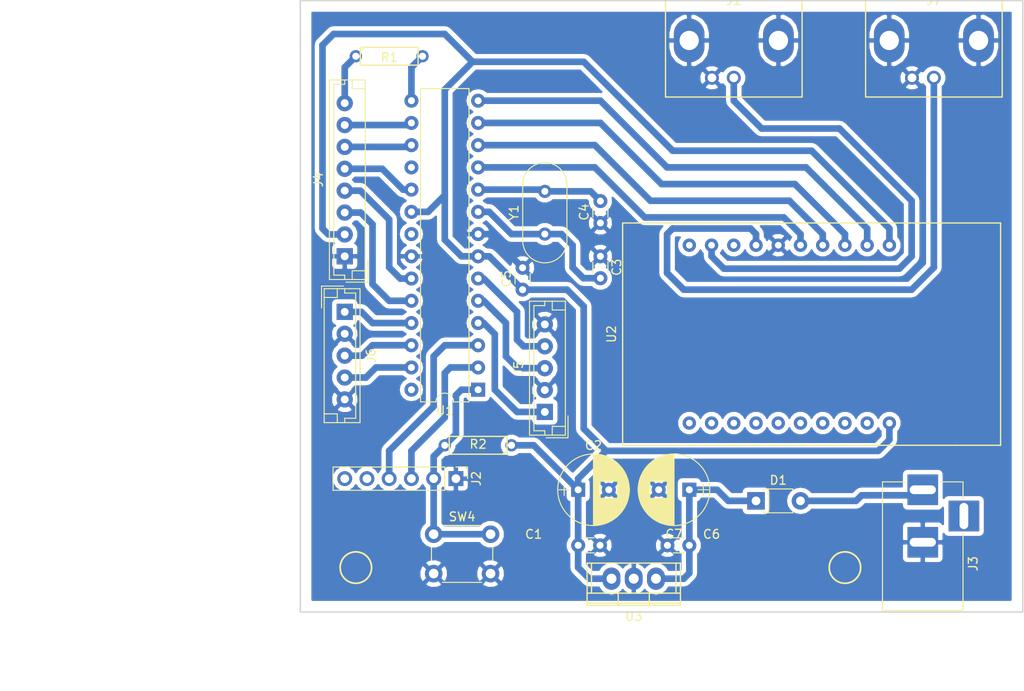
<source format=kicad_pcb>
(kicad_pcb (version 4) (host pcbnew 4.0.7-e2-6376~58~ubuntu16.04.1)

  (general
    (links 67)
    (no_connects 0)
    (area 63.270001 50.313519 182.33514 152.400001)
    (thickness 1.6)
    (drawings 8)
    (tracks 175)
    (zones 0)
    (modules 22)
    (nets 45)
  )

  (page A4)
  (title_block
    (title AD9850)
  )

  (layers
    (0 F.Cu signal hide)
    (31 B.Cu signal)
    (33 F.Adhes user hide)
    (35 F.Paste user hide)
    (37 F.SilkS user)
    (39 F.Mask user)
    (40 Dwgs.User user)
    (41 Cmts.User user)
    (42 Eco1.User user)
    (43 Eco2.User user)
    (44 Edge.Cuts user)
    (45 Margin user)
    (47 F.CrtYd user)
    (49 F.Fab user)
  )

  (setup
    (last_trace_width 0.5)
    (user_trace_width 0.762)
    (trace_clearance 0.381)
    (zone_clearance 0.762)
    (zone_45_only no)
    (trace_min 0.2)
    (segment_width 0.2)
    (edge_width 0.15)
    (via_size 0.6)
    (via_drill 0.4)
    (via_min_size 0.4)
    (via_min_drill 0.3)
    (uvia_size 0.3)
    (uvia_drill 0.1)
    (uvias_allowed no)
    (uvia_min_size 0)
    (uvia_min_drill 0)
    (pcb_text_width 0.3)
    (pcb_text_size 1.5 1.5)
    (mod_edge_width 0.15)
    (mod_text_size 1 1)
    (mod_text_width 0.15)
    (pad_size 1.524 1.524)
    (pad_drill 0.762)
    (pad_to_mask_clearance 0.2)
    (aux_axis_origin 0 0)
    (visible_elements FFFFFF7F)
    (pcbplotparams
      (layerselection 0x00000_80000000)
      (usegerberextensions false)
      (excludeedgelayer false)
      (linewidth 0.100000)
      (plotframeref false)
      (viasonmask false)
      (mode 1)
      (useauxorigin false)
      (hpglpennumber 1)
      (hpglpenspeed 20)
      (hpglpendiameter 15)
      (hpglpenoverlay 2)
      (psnegative false)
      (psa4output false)
      (plotreference false)
      (plotvalue false)
      (plotinvisibletext false)
      (padsonsilk false)
      (subtractmaskfromsilk false)
      (outputformat 4)
      (mirror false)
      (drillshape 0)
      (scaleselection 1)
      (outputdirectory ""))
  )

  (net 0 "")
  (net 1 +5V)
  (net 2 GND)
  (net 3 "Net-(C3-Pad2)")
  (net 4 "Net-(C4-Pad2)")
  (net 5 "Net-(D1-Pad2)")
  (net 6 "Net-(J1-Pad1)")
  (net 7 /RXD)
  (net 8 /TXD)
  (net 9 "Net-(J2-Pad5)")
  (net 10 "Net-(J2-Pad6)")
  (net 11 "Net-(J3-Pad3)")
  (net 12 "Net-(J4-Pad4)")
  (net 13 "Net-(J4-Pad5)")
  (net 14 "Net-(J4-Pad6)")
  (net 15 "Net-(J4-Pad7)")
  (net 16 "Net-(J4-Pad8)")
  (net 17 "Net-(J5-Pad1)")
  (net 18 "Net-(J5-Pad3)")
  (net 19 "Net-(J5-Pad4)")
  (net 20 "Net-(J6-Pad1)")
  (net 21 "Net-(J6-Pad3)")
  (net 22 "Net-(J6-Pad4)")
  (net 23 "Net-(J7-Pad1)")
  (net 24 "Net-(R1-Pad2)")
  (net 25 "Net-(U1-Pad18)")
  (net 26 "Net-(U1-Pad21)")
  (net 27 "Net-(U1-Pad11)")
  (net 28 "Net-(U1-Pad12)")
  (net 29 "Net-(U1-Pad13)")
  (net 30 "Net-(U1-Pad14)")
  (net 31 "Net-(U1-Pad28)")
  (net 32 "Net-(U2-Pad12)")
  (net 33 "Net-(U2-Pad13)")
  (net 34 "Net-(U2-Pad14)")
  (net 35 "Net-(U2-Pad15)")
  (net 36 "Net-(U2-Pad16)")
  (net 37 "Net-(U2-Pad17)")
  (net 38 "Net-(U2-Pad19)")
  (net 39 "Net-(U2-Pad8)")
  (net 40 "Net-(U2-Pad10)")
  (net 41 /V_IN)
  (net 42 "Net-(U2-Pad11)")
  (net 43 "Net-(J4-Pad3)")
  (net 44 "Net-(J2-Pad2)")

  (net_class Default "This is the default net class."
    (clearance 0.381)
    (trace_width 0.5)
    (via_dia 0.6)
    (via_drill 0.4)
    (uvia_dia 0.3)
    (uvia_drill 0.1)
    (add_net +5V)
    (add_net /RXD)
    (add_net /TXD)
    (add_net /V_IN)
    (add_net GND)
    (add_net "Net-(C3-Pad2)")
    (add_net "Net-(C4-Pad2)")
    (add_net "Net-(D1-Pad2)")
    (add_net "Net-(J1-Pad1)")
    (add_net "Net-(J2-Pad2)")
    (add_net "Net-(J2-Pad5)")
    (add_net "Net-(J2-Pad6)")
    (add_net "Net-(J3-Pad3)")
    (add_net "Net-(J4-Pad3)")
    (add_net "Net-(J4-Pad4)")
    (add_net "Net-(J4-Pad5)")
    (add_net "Net-(J4-Pad6)")
    (add_net "Net-(J4-Pad7)")
    (add_net "Net-(J4-Pad8)")
    (add_net "Net-(J5-Pad1)")
    (add_net "Net-(J5-Pad3)")
    (add_net "Net-(J5-Pad4)")
    (add_net "Net-(J6-Pad1)")
    (add_net "Net-(J6-Pad3)")
    (add_net "Net-(J6-Pad4)")
    (add_net "Net-(J7-Pad1)")
    (add_net "Net-(R1-Pad2)")
    (add_net "Net-(U1-Pad11)")
    (add_net "Net-(U1-Pad12)")
    (add_net "Net-(U1-Pad13)")
    (add_net "Net-(U1-Pad14)")
    (add_net "Net-(U1-Pad18)")
    (add_net "Net-(U1-Pad21)")
    (add_net "Net-(U1-Pad28)")
    (add_net "Net-(U2-Pad10)")
    (add_net "Net-(U2-Pad11)")
    (add_net "Net-(U2-Pad12)")
    (add_net "Net-(U2-Pad13)")
    (add_net "Net-(U2-Pad14)")
    (add_net "Net-(U2-Pad15)")
    (add_net "Net-(U2-Pad16)")
    (add_net "Net-(U2-Pad17)")
    (add_net "Net-(U2-Pad19)")
    (add_net "Net-(U2-Pad8)")
  )

  (module Capacitors_THT:C_Disc_D3.0mm_W1.6mm_P2.50mm (layer F.Cu) (tedit 58F18BC6) (tstamp 58F14913)
    (at 226.695 79.375)
    (descr "C, Disc series, Radial, pin pitch=2.50mm, , diameter*width=3.0*1.6mm^2, Capacitor, http://www.vishay.com/docs/45233/krseries.pdf")
    (tags "C Disc series Radial pin pitch 2.50mm  diameter 3.0mm width 1.6mm Capacitor")
    (path /58F110E1)
    (fp_text reference C1 (at -5.08 -1.27) (layer F.SilkS)
      (effects (font (size 1 1) (thickness 0.15)))
    )
    (fp_text value 0.1uF (at -3.81 0) (layer F.Fab)
      (effects (font (size 1 1) (thickness 0.15)))
    )
    (fp_line (start -0.25 -0.8) (end -0.25 0.8) (layer F.Fab) (width 0.1))
    (fp_line (start -0.25 0.8) (end 2.75 0.8) (layer F.Fab) (width 0.1))
    (fp_line (start 2.75 0.8) (end 2.75 -0.8) (layer F.Fab) (width 0.1))
    (fp_line (start 2.75 -0.8) (end -0.25 -0.8) (layer F.Fab) (width 0.1))
    (fp_line (start 0.663 -0.861) (end 1.837 -0.861) (layer F.SilkS) (width 0.12))
    (fp_line (start 0.663 0.861) (end 1.837 0.861) (layer F.SilkS) (width 0.12))
    (fp_line (start -1.05 -1.15) (end -1.05 1.15) (layer F.CrtYd) (width 0.05))
    (fp_line (start -1.05 1.15) (end 3.55 1.15) (layer F.CrtYd) (width 0.05))
    (fp_line (start 3.55 1.15) (end 3.55 -1.15) (layer F.CrtYd) (width 0.05))
    (fp_line (start 3.55 -1.15) (end -1.05 -1.15) (layer F.CrtYd) (width 0.05))
    (pad 1 thru_hole circle (at 0 0) (size 1.6 1.6) (drill 0.8) (layers *.Cu *.Mask)
      (net 1 +5V))
    (pad 2 thru_hole circle (at 2.5 0) (size 1.6 1.6) (drill 0.8) (layers *.Cu *.Mask)
      (net 2 GND))
    (model Capacitors_THT.3dshapes/C_Disc_D3.0mm_W1.6mm_P2.50mm.wrl
      (at (xyz 0 0 0))
      (scale (xyz 0.393701 0.393701 0.393701))
      (rotate (xyz 0 0 0))
    )
  )

  (module Capacitors_THT:C_Disc_D3.0mm_W1.6mm_P2.50mm (layer F.Cu) (tedit 58765D06) (tstamp 58F1491F)
    (at 229.235 46.355 270)
    (descr "C, Disc series, Radial, pin pitch=2.50mm, , diameter*width=3.0*1.6mm^2, Capacitor, http://www.vishay.com/docs/45233/krseries.pdf")
    (tags "C Disc series Radial pin pitch 2.50mm  diameter 3.0mm width 1.6mm Capacitor")
    (path /58F16DA5)
    (fp_text reference C3 (at 1.25 -1.86 270) (layer F.SilkS)
      (effects (font (size 1 1) (thickness 0.15)))
    )
    (fp_text value 22pF (at 1.25 1.86 270) (layer F.Fab)
      (effects (font (size 1 1) (thickness 0.15)))
    )
    (fp_line (start -0.25 -0.8) (end -0.25 0.8) (layer F.Fab) (width 0.1))
    (fp_line (start -0.25 0.8) (end 2.75 0.8) (layer F.Fab) (width 0.1))
    (fp_line (start 2.75 0.8) (end 2.75 -0.8) (layer F.Fab) (width 0.1))
    (fp_line (start 2.75 -0.8) (end -0.25 -0.8) (layer F.Fab) (width 0.1))
    (fp_line (start 0.663 -0.861) (end 1.837 -0.861) (layer F.SilkS) (width 0.12))
    (fp_line (start 0.663 0.861) (end 1.837 0.861) (layer F.SilkS) (width 0.12))
    (fp_line (start -1.05 -1.15) (end -1.05 1.15) (layer F.CrtYd) (width 0.05))
    (fp_line (start -1.05 1.15) (end 3.55 1.15) (layer F.CrtYd) (width 0.05))
    (fp_line (start 3.55 1.15) (end 3.55 -1.15) (layer F.CrtYd) (width 0.05))
    (fp_line (start 3.55 -1.15) (end -1.05 -1.15) (layer F.CrtYd) (width 0.05))
    (pad 1 thru_hole circle (at 0 0 270) (size 1.6 1.6) (drill 0.8) (layers *.Cu *.Mask)
      (net 2 GND))
    (pad 2 thru_hole circle (at 2.5 0 270) (size 1.6 1.6) (drill 0.8) (layers *.Cu *.Mask)
      (net 3 "Net-(C3-Pad2)"))
    (model Capacitors_THT.3dshapes/C_Disc_D3.0mm_W1.6mm_P2.50mm.wrl
      (at (xyz 0 0 0))
      (scale (xyz 0.393701 0.393701 0.393701))
      (rotate (xyz 0 0 0))
    )
  )

  (module Capacitors_THT:C_Disc_D3.0mm_W1.6mm_P2.50mm (layer F.Cu) (tedit 58765D06) (tstamp 58F14925)
    (at 229.235 42.545 90)
    (descr "C, Disc series, Radial, pin pitch=2.50mm, , diameter*width=3.0*1.6mm^2, Capacitor, http://www.vishay.com/docs/45233/krseries.pdf")
    (tags "C Disc series Radial pin pitch 2.50mm  diameter 3.0mm width 1.6mm Capacitor")
    (path /58F16F3F)
    (fp_text reference C4 (at 1.25 -1.86 90) (layer F.SilkS)
      (effects (font (size 1 1) (thickness 0.15)))
    )
    (fp_text value 22pF (at 1.25 1.86 90) (layer F.Fab)
      (effects (font (size 1 1) (thickness 0.15)))
    )
    (fp_line (start -0.25 -0.8) (end -0.25 0.8) (layer F.Fab) (width 0.1))
    (fp_line (start -0.25 0.8) (end 2.75 0.8) (layer F.Fab) (width 0.1))
    (fp_line (start 2.75 0.8) (end 2.75 -0.8) (layer F.Fab) (width 0.1))
    (fp_line (start 2.75 -0.8) (end -0.25 -0.8) (layer F.Fab) (width 0.1))
    (fp_line (start 0.663 -0.861) (end 1.837 -0.861) (layer F.SilkS) (width 0.12))
    (fp_line (start 0.663 0.861) (end 1.837 0.861) (layer F.SilkS) (width 0.12))
    (fp_line (start -1.05 -1.15) (end -1.05 1.15) (layer F.CrtYd) (width 0.05))
    (fp_line (start -1.05 1.15) (end 3.55 1.15) (layer F.CrtYd) (width 0.05))
    (fp_line (start 3.55 1.15) (end 3.55 -1.15) (layer F.CrtYd) (width 0.05))
    (fp_line (start 3.55 -1.15) (end -1.05 -1.15) (layer F.CrtYd) (width 0.05))
    (pad 1 thru_hole circle (at 0 0 90) (size 1.6 1.6) (drill 0.8) (layers *.Cu *.Mask)
      (net 2 GND))
    (pad 2 thru_hole circle (at 2.5 0 90) (size 1.6 1.6) (drill 0.8) (layers *.Cu *.Mask)
      (net 4 "Net-(C4-Pad2)"))
    (model Capacitors_THT.3dshapes/C_Disc_D3.0mm_W1.6mm_P2.50mm.wrl
      (at (xyz 0 0 0))
      (scale (xyz 0.393701 0.393701 0.393701))
      (rotate (xyz 0 0 0))
    )
  )

  (module Capacitors_THT:C_Disc_D3.0mm_W1.6mm_P2.50mm (layer F.Cu) (tedit 58765D06) (tstamp 58F1492B)
    (at 220.345 50.165 90)
    (descr "C, Disc series, Radial, pin pitch=2.50mm, , diameter*width=3.0*1.6mm^2, Capacitor, http://www.vishay.com/docs/45233/krseries.pdf")
    (tags "C Disc series Radial pin pitch 2.50mm  diameter 3.0mm width 1.6mm Capacitor")
    (path /58F11331)
    (fp_text reference C5 (at 1.25 -1.86 90) (layer F.SilkS)
      (effects (font (size 1 1) (thickness 0.15)))
    )
    (fp_text value 0.1uF (at 1.25 1.86 90) (layer F.Fab)
      (effects (font (size 1 1) (thickness 0.15)))
    )
    (fp_line (start -0.25 -0.8) (end -0.25 0.8) (layer F.Fab) (width 0.1))
    (fp_line (start -0.25 0.8) (end 2.75 0.8) (layer F.Fab) (width 0.1))
    (fp_line (start 2.75 0.8) (end 2.75 -0.8) (layer F.Fab) (width 0.1))
    (fp_line (start 2.75 -0.8) (end -0.25 -0.8) (layer F.Fab) (width 0.1))
    (fp_line (start 0.663 -0.861) (end 1.837 -0.861) (layer F.SilkS) (width 0.12))
    (fp_line (start 0.663 0.861) (end 1.837 0.861) (layer F.SilkS) (width 0.12))
    (fp_line (start -1.05 -1.15) (end -1.05 1.15) (layer F.CrtYd) (width 0.05))
    (fp_line (start -1.05 1.15) (end 3.55 1.15) (layer F.CrtYd) (width 0.05))
    (fp_line (start 3.55 1.15) (end 3.55 -1.15) (layer F.CrtYd) (width 0.05))
    (fp_line (start 3.55 -1.15) (end -1.05 -1.15) (layer F.CrtYd) (width 0.05))
    (pad 1 thru_hole circle (at 0 0 90) (size 1.6 1.6) (drill 0.8) (layers *.Cu *.Mask)
      (net 1 +5V))
    (pad 2 thru_hole circle (at 2.5 0 90) (size 1.6 1.6) (drill 0.8) (layers *.Cu *.Mask)
      (net 2 GND))
    (model Capacitors_THT.3dshapes/C_Disc_D3.0mm_W1.6mm_P2.50mm.wrl
      (at (xyz 0 0 0))
      (scale (xyz 0.393701 0.393701 0.393701))
      (rotate (xyz 0 0 0))
    )
  )

  (module Capacitors_THT:C_Disc_D3.0mm_W1.6mm_P2.50mm (layer F.Cu) (tedit 58F18B97) (tstamp 58F14931)
    (at 239.395 79.375 180)
    (descr "C, Disc series, Radial, pin pitch=2.50mm, , diameter*width=3.0*1.6mm^2, Capacitor, http://www.vishay.com/docs/45233/krseries.pdf")
    (tags "C Disc series Radial pin pitch 2.50mm  diameter 3.0mm width 1.6mm Capacitor")
    (path /58F1141E)
    (fp_text reference C6 (at -2.54 1.27 180) (layer F.SilkS)
      (effects (font (size 1 1) (thickness 0.15)))
    )
    (fp_text value 0.1uF (at -3.81 0 180) (layer F.Fab)
      (effects (font (size 1 1) (thickness 0.15)))
    )
    (fp_line (start -0.25 -0.8) (end -0.25 0.8) (layer F.Fab) (width 0.1))
    (fp_line (start -0.25 0.8) (end 2.75 0.8) (layer F.Fab) (width 0.1))
    (fp_line (start 2.75 0.8) (end 2.75 -0.8) (layer F.Fab) (width 0.1))
    (fp_line (start 2.75 -0.8) (end -0.25 -0.8) (layer F.Fab) (width 0.1))
    (fp_line (start 0.663 -0.861) (end 1.837 -0.861) (layer F.SilkS) (width 0.12))
    (fp_line (start 0.663 0.861) (end 1.837 0.861) (layer F.SilkS) (width 0.12))
    (fp_line (start -1.05 -1.15) (end -1.05 1.15) (layer F.CrtYd) (width 0.05))
    (fp_line (start -1.05 1.15) (end 3.55 1.15) (layer F.CrtYd) (width 0.05))
    (fp_line (start 3.55 1.15) (end 3.55 -1.15) (layer F.CrtYd) (width 0.05))
    (fp_line (start 3.55 -1.15) (end -1.05 -1.15) (layer F.CrtYd) (width 0.05))
    (pad 1 thru_hole circle (at 0 0 180) (size 1.6 1.6) (drill 0.8) (layers *.Cu *.Mask)
      (net 41 /V_IN))
    (pad 2 thru_hole circle (at 2.5 0 180) (size 1.6 1.6) (drill 0.8) (layers *.Cu *.Mask)
      (net 2 GND))
    (model Capacitors_THT.3dshapes/C_Disc_D3.0mm_W1.6mm_P2.50mm.wrl
      (at (xyz 0 0 0))
      (scale (xyz 0.393701 0.393701 0.393701))
      (rotate (xyz 0 0 0))
    )
  )

  (module Connectors_TE-Connectivity:BNC_Socket_TYCO-AMP (layer F.Cu) (tedit 58F17143) (tstamp 58F14945)
    (at 244.475 20.955)
    (descr "BNC Socket TYCO AMP")
    (tags "BNC Socket TYCO AMP")
    (path /58F229CF)
    (fp_text reference J1 (at 0 -3.81) (layer F.SilkS)
      (effects (font (size 1 1) (thickness 0.15)))
    )
    (fp_text value "Square Out" (at 10.89914 -9.6012 90) (layer F.Fab)
      (effects (font (size 1 1) (thickness 0.15)))
    )
    (fp_line (start -5.4991 -11.80084) (end 5.4991 -12.60094) (layer F.SilkS) (width 0.15))
    (fp_line (start -5.4991 -11.00074) (end 5.4991 -11.80084) (layer F.SilkS) (width 0.15))
    (fp_line (start -5.4991 -10.20064) (end 5.4991 -11.00074) (layer F.SilkS) (width 0.15))
    (fp_line (start -5.4991 -9.40054) (end 5.4991 -10.20064) (layer F.SilkS) (width 0.15))
    (fp_line (start -5.4991 -8.60044) (end 5.4991 -9.40054) (layer F.SilkS) (width 0.15))
    (fp_line (start -5.4991 -7.80034) (end 5.4991 -8.60044) (layer F.SilkS) (width 0.15))
    (fp_circle (center 0 -22.69998) (end 1.00076 -22.69998) (layer F.SilkS) (width 0.15))
    (fp_line (start 4.8006 -14.69898) (end 4.8006 -26.70048) (layer F.SilkS) (width 0.15))
    (fp_line (start 4.8006 -26.70048) (end -4.8006 -26.70048) (layer F.SilkS) (width 0.15))
    (fp_line (start -4.8006 -26.70048) (end -4.8006 -14.69898) (layer F.SilkS) (width 0.15))
    (fp_line (start 5.4991 -7.2009) (end 5.4991 -14.69898) (layer F.SilkS) (width 0.15))
    (fp_line (start 5.4991 -14.69898) (end -5.4991 -14.69898) (layer F.SilkS) (width 0.15))
    (fp_line (start -5.4991 -14.69898) (end -5.4991 -7.2009) (layer F.SilkS) (width 0.15))
    (fp_line (start -7.80034 7.2009) (end 7.80034 7.2009) (layer F.SilkS) (width 0.15))
    (fp_line (start 7.80034 7.2009) (end 7.80034 -7.2009) (layer F.SilkS) (width 0.15))
    (fp_line (start 7.80034 -7.2009) (end -7.80034 -7.2009) (layer F.SilkS) (width 0.15))
    (fp_line (start -7.80034 -7.2009) (end -7.80034 7.2009) (layer F.SilkS) (width 0.15))
    (pad 2 thru_hole oval (at -5.09778 0.7366) (size 3.50012 5.00126) (drill 2.19964) (layers *.Cu *.Mask)
      (net 2 GND))
    (pad 2 thru_hole oval (at 5.10032 0.7366) (size 3.50012 5.00126) (drill 2.19964) (layers *.Cu *.Mask)
      (net 2 GND))
    (pad 1 thru_hole circle (at 0 5.00126) (size 1.6002 1.6002) (drill 1.00076) (layers *.Cu *.Mask)
      (net 6 "Net-(J1-Pad1)"))
    (pad 2 thru_hole circle (at -2.49936 5.00126) (size 1.6002 1.6002) (drill 1.00076) (layers *.Cu *.Mask)
      (net 2 GND))
    (model Sockets_BNC.3dshapes/BNC_Socket_TYCO-AMP.wrl
      (at (xyz 0 0 0))
      (scale (xyz 0.3937 0.3937 0.3937))
      (rotate (xyz 0 0 0))
    )
  )

  (module Pin_Headers:Pin_Header_Straight_1x06_Pitch2.54mm (layer F.Cu) (tedit 58F18C43) (tstamp 58F1494F)
    (at 212.725 71.755 270)
    (descr "Through hole straight pin header, 1x06, 2.54mm pitch, single row")
    (tags "Through hole pin header THT 1x06 2.54mm single row")
    (path /58F12D20)
    (fp_text reference J2 (at 0 -2.33 270) (layer F.SilkS)
      (effects (font (size 1 1) (thickness 0.15)))
    )
    (fp_text value "Programming Header" (at 2.54 6.35 360) (layer F.Fab)
      (effects (font (size 1 1) (thickness 0.15)))
    )
    (fp_line (start -1.27 -1.27) (end -1.27 13.97) (layer F.Fab) (width 0.1))
    (fp_line (start -1.27 13.97) (end 1.27 13.97) (layer F.Fab) (width 0.1))
    (fp_line (start 1.27 13.97) (end 1.27 -1.27) (layer F.Fab) (width 0.1))
    (fp_line (start 1.27 -1.27) (end -1.27 -1.27) (layer F.Fab) (width 0.1))
    (fp_line (start -1.33 1.27) (end -1.33 14.03) (layer F.SilkS) (width 0.12))
    (fp_line (start -1.33 14.03) (end 1.33 14.03) (layer F.SilkS) (width 0.12))
    (fp_line (start 1.33 14.03) (end 1.33 1.27) (layer F.SilkS) (width 0.12))
    (fp_line (start 1.33 1.27) (end -1.33 1.27) (layer F.SilkS) (width 0.12))
    (fp_line (start -1.33 0) (end -1.33 -1.33) (layer F.SilkS) (width 0.12))
    (fp_line (start -1.33 -1.33) (end 0 -1.33) (layer F.SilkS) (width 0.12))
    (fp_line (start -1.8 -1.8) (end -1.8 14.5) (layer F.CrtYd) (width 0.05))
    (fp_line (start -1.8 14.5) (end 1.8 14.5) (layer F.CrtYd) (width 0.05))
    (fp_line (start 1.8 14.5) (end 1.8 -1.8) (layer F.CrtYd) (width 0.05))
    (fp_line (start 1.8 -1.8) (end -1.8 -1.8) (layer F.CrtYd) (width 0.05))
    (fp_text user %R (at 0 -2.33 270) (layer F.Fab)
      (effects (font (size 1 1) (thickness 0.15)))
    )
    (pad 1 thru_hole rect (at 0 0 270) (size 1.7 1.7) (drill 1) (layers *.Cu *.Mask)
      (net 2 GND))
    (pad 2 thru_hole oval (at 0 2.54 270) (size 1.7 1.7) (drill 1) (layers *.Cu *.Mask)
      (net 44 "Net-(J2-Pad2)"))
    (pad 3 thru_hole oval (at 0 5.08 270) (size 1.7 1.7) (drill 1) (layers *.Cu *.Mask)
      (net 7 /RXD))
    (pad 4 thru_hole oval (at 0 7.62 270) (size 1.7 1.7) (drill 1) (layers *.Cu *.Mask)
      (net 8 /TXD))
    (pad 5 thru_hole oval (at 0 10.16 270) (size 1.7 1.7) (drill 1) (layers *.Cu *.Mask)
      (net 9 "Net-(J2-Pad5)"))
    (pad 6 thru_hole oval (at 0 12.7 270) (size 1.7 1.7) (drill 1) (layers *.Cu *.Mask)
      (net 10 "Net-(J2-Pad6)"))
    (model ${KISYS3DMOD}/Pin_Headers.3dshapes/Pin_Header_Straight_1x06_Pitch2.54mm.wrl
      (at (xyz 0 -0.25 0))
      (scale (xyz 1 1 1))
      (rotate (xyz 0 0 90))
    )
  )

  (module Connectors:BARREL_JACK (layer F.Cu) (tedit 5861378E) (tstamp 58F14956)
    (at 266.065 73.025 90)
    (descr "DC Barrel Jack")
    (tags "Power Jack")
    (path /58F1173D)
    (fp_text reference J3 (at -8.45 5.75 270) (layer F.SilkS)
      (effects (font (size 1 1) (thickness 0.15)))
    )
    (fp_text value BARREL_JACK (at -6.2 -5.5 90) (layer F.Fab)
      (effects (font (size 1 1) (thickness 0.15)))
    )
    (fp_line (start 1 -4.5) (end 1 -4.75) (layer F.CrtYd) (width 0.05))
    (fp_line (start 1 -4.75) (end -14 -4.75) (layer F.CrtYd) (width 0.05))
    (fp_line (start 1 -4.5) (end 1 -2) (layer F.CrtYd) (width 0.05))
    (fp_line (start 1 -2) (end 2 -2) (layer F.CrtYd) (width 0.05))
    (fp_line (start 2 -2) (end 2 2) (layer F.CrtYd) (width 0.05))
    (fp_line (start 2 2) (end 1 2) (layer F.CrtYd) (width 0.05))
    (fp_line (start 1 2) (end 1 4.75) (layer F.CrtYd) (width 0.05))
    (fp_line (start 1 4.75) (end -1 4.75) (layer F.CrtYd) (width 0.05))
    (fp_line (start -1 4.75) (end -1 6.75) (layer F.CrtYd) (width 0.05))
    (fp_line (start -1 6.75) (end -5 6.75) (layer F.CrtYd) (width 0.05))
    (fp_line (start -5 6.75) (end -5 4.75) (layer F.CrtYd) (width 0.05))
    (fp_line (start -5 4.75) (end -14 4.75) (layer F.CrtYd) (width 0.05))
    (fp_line (start -14 4.75) (end -14 -4.75) (layer F.CrtYd) (width 0.05))
    (fp_line (start -5 4.6) (end -13.8 4.6) (layer F.SilkS) (width 0.12))
    (fp_line (start -13.8 4.6) (end -13.8 -4.6) (layer F.SilkS) (width 0.12))
    (fp_line (start 0.9 1.9) (end 0.9 4.6) (layer F.SilkS) (width 0.12))
    (fp_line (start 0.9 4.6) (end -1 4.6) (layer F.SilkS) (width 0.12))
    (fp_line (start -13.8 -4.6) (end 0.9 -4.6) (layer F.SilkS) (width 0.12))
    (fp_line (start 0.9 -4.6) (end 0.9 -2) (layer F.SilkS) (width 0.12))
    (fp_line (start -10.2 -4.5) (end -10.2 4.5) (layer F.Fab) (width 0.1))
    (fp_line (start -13.7 -4.5) (end -13.7 4.5) (layer F.Fab) (width 0.1))
    (fp_line (start -13.7 4.5) (end 0.8 4.5) (layer F.Fab) (width 0.1))
    (fp_line (start 0.8 4.5) (end 0.8 -4.5) (layer F.Fab) (width 0.1))
    (fp_line (start 0.8 -4.5) (end -13.7 -4.5) (layer F.Fab) (width 0.1))
    (pad 1 thru_hole rect (at 0 0 90) (size 3.5 3.5) (drill oval 1 3) (layers *.Cu *.Mask)
      (net 5 "Net-(D1-Pad2)"))
    (pad 2 thru_hole rect (at -6 0 90) (size 3.5 3.5) (drill oval 1 3) (layers *.Cu *.Mask)
      (net 2 GND))
    (pad 3 thru_hole rect (at -3 4.7 90) (size 3.5 3.5) (drill oval 3 1) (layers *.Cu *.Mask)
      (net 11 "Net-(J3-Pad3)"))
  )

  (module Connectors_TE-Connectivity:BNC_Socket_TYCO-AMP (layer F.Cu) (tedit 58F1713C) (tstamp 58F1497F)
    (at 267.335 20.955)
    (descr "BNC Socket TYCO AMP")
    (tags "BNC Socket TYCO AMP")
    (path /58F2284E)
    (fp_text reference J7 (at 0 -3.81) (layer F.SilkS)
      (effects (font (size 1 1) (thickness 0.15)))
    )
    (fp_text value "Sine Out" (at 10.89914 -9.6012 90) (layer F.Fab)
      (effects (font (size 1 1) (thickness 0.15)))
    )
    (fp_line (start -5.4991 -11.80084) (end 5.4991 -12.60094) (layer F.SilkS) (width 0.15))
    (fp_line (start -5.4991 -11.00074) (end 5.4991 -11.80084) (layer F.SilkS) (width 0.15))
    (fp_line (start -5.4991 -10.20064) (end 5.4991 -11.00074) (layer F.SilkS) (width 0.15))
    (fp_line (start -5.4991 -9.40054) (end 5.4991 -10.20064) (layer F.SilkS) (width 0.15))
    (fp_line (start -5.4991 -8.60044) (end 5.4991 -9.40054) (layer F.SilkS) (width 0.15))
    (fp_line (start -5.4991 -7.80034) (end 5.4991 -8.60044) (layer F.SilkS) (width 0.15))
    (fp_circle (center 0 -22.69998) (end 1.00076 -22.69998) (layer F.SilkS) (width 0.15))
    (fp_line (start 4.8006 -14.69898) (end 4.8006 -26.70048) (layer F.SilkS) (width 0.15))
    (fp_line (start 4.8006 -26.70048) (end -4.8006 -26.70048) (layer F.SilkS) (width 0.15))
    (fp_line (start -4.8006 -26.70048) (end -4.8006 -14.69898) (layer F.SilkS) (width 0.15))
    (fp_line (start 5.4991 -7.2009) (end 5.4991 -14.69898) (layer F.SilkS) (width 0.15))
    (fp_line (start 5.4991 -14.69898) (end -5.4991 -14.69898) (layer F.SilkS) (width 0.15))
    (fp_line (start -5.4991 -14.69898) (end -5.4991 -7.2009) (layer F.SilkS) (width 0.15))
    (fp_line (start -7.80034 7.2009) (end 7.80034 7.2009) (layer F.SilkS) (width 0.15))
    (fp_line (start 7.80034 7.2009) (end 7.80034 -7.2009) (layer F.SilkS) (width 0.15))
    (fp_line (start 7.80034 -7.2009) (end -7.80034 -7.2009) (layer F.SilkS) (width 0.15))
    (fp_line (start -7.80034 -7.2009) (end -7.80034 7.2009) (layer F.SilkS) (width 0.15))
    (pad 2 thru_hole oval (at -5.09778 0.7366) (size 3.50012 5.00126) (drill 2.19964) (layers *.Cu *.Mask)
      (net 2 GND))
    (pad 2 thru_hole oval (at 5.10032 0.7366) (size 3.50012 5.00126) (drill 2.19964) (layers *.Cu *.Mask)
      (net 2 GND))
    (pad 1 thru_hole circle (at 0 5.00126) (size 1.6002 1.6002) (drill 1.00076) (layers *.Cu *.Mask)
      (net 23 "Net-(J7-Pad1)"))
    (pad 2 thru_hole circle (at -2.49936 5.00126) (size 1.6002 1.6002) (drill 1.00076) (layers *.Cu *.Mask)
      (net 2 GND))
    (model Sockets_BNC.3dshapes/BNC_Socket_TYCO-AMP.wrl
      (at (xyz 0 0 0))
      (scale (xyz 0.3937 0.3937 0.3937))
      (rotate (xyz 0 0 0))
    )
  )

  (module Buttons_Switches_THT:SW_PUSH_6mm (layer F.Cu) (tedit 58134C96) (tstamp 58F14993)
    (at 210.185 78.105)
    (descr https://www.omron.com/ecb/products/pdf/en-b3f.pdf)
    (tags "tact sw push 6mm")
    (path /58F130FF)
    (fp_text reference SW4 (at 3.25 -2) (layer F.SilkS)
      (effects (font (size 1 1) (thickness 0.15)))
    )
    (fp_text value Reset/Pgm (at 3.75 6.7) (layer F.Fab)
      (effects (font (size 1 1) (thickness 0.15)))
    )
    (fp_line (start 3.25 -0.75) (end 6.25 -0.75) (layer F.Fab) (width 0.1))
    (fp_line (start 6.25 -0.75) (end 6.25 5.25) (layer F.Fab) (width 0.1))
    (fp_line (start 6.25 5.25) (end 0.25 5.25) (layer F.Fab) (width 0.1))
    (fp_line (start 0.25 5.25) (end 0.25 -0.75) (layer F.Fab) (width 0.1))
    (fp_line (start 0.25 -0.75) (end 3.25 -0.75) (layer F.Fab) (width 0.1))
    (fp_line (start 7.75 6) (end 8 6) (layer F.CrtYd) (width 0.05))
    (fp_line (start 8 6) (end 8 5.75) (layer F.CrtYd) (width 0.05))
    (fp_line (start 7.75 -1.5) (end 8 -1.5) (layer F.CrtYd) (width 0.05))
    (fp_line (start 8 -1.5) (end 8 -1.25) (layer F.CrtYd) (width 0.05))
    (fp_line (start -1.5 -1.25) (end -1.5 -1.5) (layer F.CrtYd) (width 0.05))
    (fp_line (start -1.5 -1.5) (end -1.25 -1.5) (layer F.CrtYd) (width 0.05))
    (fp_line (start -1.5 5.75) (end -1.5 6) (layer F.CrtYd) (width 0.05))
    (fp_line (start -1.5 6) (end -1.25 6) (layer F.CrtYd) (width 0.05))
    (fp_line (start -1.25 -1.5) (end 7.75 -1.5) (layer F.CrtYd) (width 0.05))
    (fp_line (start -1.5 5.75) (end -1.5 -1.25) (layer F.CrtYd) (width 0.05))
    (fp_line (start 7.75 6) (end -1.25 6) (layer F.CrtYd) (width 0.05))
    (fp_line (start 8 -1.25) (end 8 5.75) (layer F.CrtYd) (width 0.05))
    (fp_line (start 1 5.5) (end 5.5 5.5) (layer F.SilkS) (width 0.12))
    (fp_line (start -0.25 1.5) (end -0.25 3) (layer F.SilkS) (width 0.12))
    (fp_line (start 5.5 -1) (end 1 -1) (layer F.SilkS) (width 0.12))
    (fp_line (start 6.75 3) (end 6.75 1.5) (layer F.SilkS) (width 0.12))
    (fp_circle (center 3.25 2.25) (end 1.25 2.5) (layer F.Fab) (width 0.1))
    (pad 2 thru_hole circle (at 0 4.5 90) (size 2 2) (drill 1.1) (layers *.Cu *.Mask)
      (net 2 GND))
    (pad 1 thru_hole circle (at 0 0 90) (size 2 2) (drill 1.1) (layers *.Cu *.Mask)
      (net 44 "Net-(J2-Pad2)"))
    (pad 2 thru_hole circle (at 6.5 4.5 90) (size 2 2) (drill 1.1) (layers *.Cu *.Mask)
      (net 2 GND))
    (pad 1 thru_hole circle (at 6.5 0 90) (size 2 2) (drill 1.1) (layers *.Cu *.Mask)
      (net 44 "Net-(J2-Pad2)"))
    (model Buttons_Switches_THT.3dshapes/SW_PUSH_6mm.wrl
      (at (xyz 0.005 0 0))
      (scale (xyz 0.3937 0.3937 0.3937))
      (rotate (xyz 0 0 0))
    )
  )

  (module Housings_DIP:DIP-28_W7.62mm (layer F.Cu) (tedit 58F18CCC) (tstamp 58F149B3)
    (at 215.265 61.595 180)
    (descr "28-lead dip package, row spacing 7.62 mm (300 mils)")
    (tags "DIL DIP PDIP 2.54mm 7.62mm 300mil")
    (path /58F1102B)
    (fp_text reference U1 (at 3.81 -2.39 180) (layer F.SilkS)
      (effects (font (size 1 1) (thickness 0.15)))
    )
    (fp_text value ATMEGA328P-PU (at 3.81 26.67 270) (layer F.Fab)
      (effects (font (size 1 1) (thickness 0.15)))
    )
    (fp_text user %R (at 3.81 16.51 180) (layer F.Fab)
      (effects (font (size 1 1) (thickness 0.15)))
    )
    (fp_line (start 1.635 -1.27) (end 6.985 -1.27) (layer F.Fab) (width 0.1))
    (fp_line (start 6.985 -1.27) (end 6.985 34.29) (layer F.Fab) (width 0.1))
    (fp_line (start 6.985 34.29) (end 0.635 34.29) (layer F.Fab) (width 0.1))
    (fp_line (start 0.635 34.29) (end 0.635 -0.27) (layer F.Fab) (width 0.1))
    (fp_line (start 0.635 -0.27) (end 1.635 -1.27) (layer F.Fab) (width 0.1))
    (fp_line (start 2.81 -1.39) (end 1.04 -1.39) (layer F.SilkS) (width 0.12))
    (fp_line (start 1.04 -1.39) (end 1.04 34.41) (layer F.SilkS) (width 0.12))
    (fp_line (start 1.04 34.41) (end 6.58 34.41) (layer F.SilkS) (width 0.12))
    (fp_line (start 6.58 34.41) (end 6.58 -1.39) (layer F.SilkS) (width 0.12))
    (fp_line (start 6.58 -1.39) (end 4.81 -1.39) (layer F.SilkS) (width 0.12))
    (fp_line (start -1.1 -1.6) (end -1.1 34.6) (layer F.CrtYd) (width 0.05))
    (fp_line (start -1.1 34.6) (end 8.7 34.6) (layer F.CrtYd) (width 0.05))
    (fp_line (start 8.7 34.6) (end 8.7 -1.6) (layer F.CrtYd) (width 0.05))
    (fp_line (start 8.7 -1.6) (end -1.1 -1.6) (layer F.CrtYd) (width 0.05))
    (fp_arc (start 3.81 -1.39) (end 2.81 -1.39) (angle -180) (layer F.SilkS) (width 0.12))
    (pad 1 thru_hole rect (at 0 0 180) (size 1.6 1.6) (drill 0.8) (layers *.Cu *.Mask)
      (net 44 "Net-(J2-Pad2)"))
    (pad 15 thru_hole oval (at 7.62 33.02 180) (size 1.6 1.6) (drill 0.8) (layers *.Cu *.Mask)
      (net 24 "Net-(R1-Pad2)"))
    (pad 2 thru_hole oval (at 0 2.54 180) (size 1.6 1.6) (drill 0.8) (layers *.Cu *.Mask)
      (net 7 /RXD))
    (pad 16 thru_hole oval (at 7.62 30.48 180) (size 1.6 1.6) (drill 0.8) (layers *.Cu *.Mask)
      (net 15 "Net-(J4-Pad7)"))
    (pad 3 thru_hole oval (at 0 5.08 180) (size 1.6 1.6) (drill 0.8) (layers *.Cu *.Mask)
      (net 8 /TXD))
    (pad 17 thru_hole oval (at 7.62 27.94 180) (size 1.6 1.6) (drill 0.8) (layers *.Cu *.Mask)
      (net 14 "Net-(J4-Pad6)"))
    (pad 4 thru_hole oval (at 0 7.62 180) (size 1.6 1.6) (drill 0.8) (layers *.Cu *.Mask)
      (net 17 "Net-(J5-Pad1)"))
    (pad 18 thru_hole oval (at 7.62 25.4 180) (size 1.6 1.6) (drill 0.8) (layers *.Cu *.Mask)
      (net 25 "Net-(U1-Pad18)"))
    (pad 5 thru_hole oval (at 0 10.16 180) (size 1.6 1.6) (drill 0.8) (layers *.Cu *.Mask)
      (net 18 "Net-(J5-Pad3)"))
    (pad 19 thru_hole oval (at 7.62 22.86 180) (size 1.6 1.6) (drill 0.8) (layers *.Cu *.Mask)
      (net 13 "Net-(J4-Pad5)"))
    (pad 6 thru_hole oval (at 0 12.7 180) (size 1.6 1.6) (drill 0.8) (layers *.Cu *.Mask)
      (net 19 "Net-(J5-Pad4)"))
    (pad 20 thru_hole oval (at 7.62 20.32 180) (size 1.6 1.6) (drill 0.8) (layers *.Cu *.Mask)
      (net 1 +5V))
    (pad 7 thru_hole oval (at 0 15.24 180) (size 1.6 1.6) (drill 0.8) (layers *.Cu *.Mask)
      (net 1 +5V))
    (pad 21 thru_hole oval (at 7.62 17.78 180) (size 1.6 1.6) (drill 0.8) (layers *.Cu *.Mask)
      (net 26 "Net-(U1-Pad21)"))
    (pad 8 thru_hole oval (at 0 17.78 180) (size 1.6 1.6) (drill 0.8) (layers *.Cu *.Mask)
      (net 2 GND))
    (pad 22 thru_hole oval (at 7.62 15.24 180) (size 1.6 1.6) (drill 0.8) (layers *.Cu *.Mask)
      (net 2 GND))
    (pad 9 thru_hole oval (at 0 20.32 180) (size 1.6 1.6) (drill 0.8) (layers *.Cu *.Mask)
      (net 3 "Net-(C3-Pad2)"))
    (pad 23 thru_hole oval (at 7.62 12.7 180) (size 1.6 1.6) (drill 0.8) (layers *.Cu *.Mask)
      (net 12 "Net-(J4-Pad4)"))
    (pad 10 thru_hole oval (at 0 22.86 180) (size 1.6 1.6) (drill 0.8) (layers *.Cu *.Mask)
      (net 4 "Net-(C4-Pad2)"))
    (pad 24 thru_hole oval (at 7.62 10.16 180) (size 1.6 1.6) (drill 0.8) (layers *.Cu *.Mask)
      (net 43 "Net-(J4-Pad3)"))
    (pad 11 thru_hole oval (at 0 25.4 180) (size 1.6 1.6) (drill 0.8) (layers *.Cu *.Mask)
      (net 27 "Net-(U1-Pad11)"))
    (pad 25 thru_hole oval (at 7.62 7.62 180) (size 1.6 1.6) (drill 0.8) (layers *.Cu *.Mask)
      (net 20 "Net-(J6-Pad1)"))
    (pad 12 thru_hole oval (at 0 27.94 180) (size 1.6 1.6) (drill 0.8) (layers *.Cu *.Mask)
      (net 28 "Net-(U1-Pad12)"))
    (pad 26 thru_hole oval (at 7.62 5.08 180) (size 1.6 1.6) (drill 0.8) (layers *.Cu *.Mask)
      (net 21 "Net-(J6-Pad3)"))
    (pad 13 thru_hole oval (at 0 30.48 180) (size 1.6 1.6) (drill 0.8) (layers *.Cu *.Mask)
      (net 29 "Net-(U1-Pad13)"))
    (pad 27 thru_hole oval (at 7.62 2.54 180) (size 1.6 1.6) (drill 0.8) (layers *.Cu *.Mask)
      (net 22 "Net-(J6-Pad4)"))
    (pad 14 thru_hole oval (at 0 33.02 180) (size 1.6 1.6) (drill 0.8) (layers *.Cu *.Mask)
      (net 30 "Net-(U1-Pad14)"))
    (pad 28 thru_hole oval (at 7.62 0 180) (size 1.6 1.6) (drill 0.8) (layers *.Cu *.Mask)
      (net 31 "Net-(U1-Pad28)"))
    (model Housings_DIP.3dshapes/DIP-28_W7.62mm.wrl
      (at (xyz 0 0 0))
      (scale (xyz 1 1 1))
      (rotate (xyz 0 0 0))
    )
  )

  (module Crystals:Crystal_HC49-4H_Vertical (layer F.Cu) (tedit 58CD2E9C) (tstamp 58F149C0)
    (at 222.885 43.815 90)
    (descr "Crystal THT HC-49-4H http://5hertz.com/pdfs/04404_D.pdf")
    (tags "THT crystalHC-49-4H")
    (path /58F162BE)
    (fp_text reference Y1 (at 2.44 -3.525 90) (layer F.SilkS)
      (effects (font (size 1 1) (thickness 0.15)))
    )
    (fp_text value 16MHz (at 2.44 3.525 90) (layer F.Fab)
      (effects (font (size 1 1) (thickness 0.15)))
    )
    (fp_text user %R (at 2.44 0 90) (layer F.Fab)
      (effects (font (size 1 1) (thickness 0.15)))
    )
    (fp_line (start -0.76 -2.325) (end 5.64 -2.325) (layer F.Fab) (width 0.1))
    (fp_line (start -0.76 2.325) (end 5.64 2.325) (layer F.Fab) (width 0.1))
    (fp_line (start -0.56 -2) (end 5.44 -2) (layer F.Fab) (width 0.1))
    (fp_line (start -0.56 2) (end 5.44 2) (layer F.Fab) (width 0.1))
    (fp_line (start -0.76 -2.525) (end 5.64 -2.525) (layer F.SilkS) (width 0.12))
    (fp_line (start -0.76 2.525) (end 5.64 2.525) (layer F.SilkS) (width 0.12))
    (fp_line (start -3.6 -2.8) (end -3.6 2.8) (layer F.CrtYd) (width 0.05))
    (fp_line (start -3.6 2.8) (end 8.5 2.8) (layer F.CrtYd) (width 0.05))
    (fp_line (start 8.5 2.8) (end 8.5 -2.8) (layer F.CrtYd) (width 0.05))
    (fp_line (start 8.5 -2.8) (end -3.6 -2.8) (layer F.CrtYd) (width 0.05))
    (fp_arc (start -0.76 0) (end -0.76 -2.325) (angle -180) (layer F.Fab) (width 0.1))
    (fp_arc (start 5.64 0) (end 5.64 -2.325) (angle 180) (layer F.Fab) (width 0.1))
    (fp_arc (start -0.56 0) (end -0.56 -2) (angle -180) (layer F.Fab) (width 0.1))
    (fp_arc (start 5.44 0) (end 5.44 -2) (angle 180) (layer F.Fab) (width 0.1))
    (fp_arc (start -0.76 0) (end -0.76 -2.525) (angle -180) (layer F.SilkS) (width 0.12))
    (fp_arc (start 5.64 0) (end 5.64 -2.525) (angle 180) (layer F.SilkS) (width 0.12))
    (pad 1 thru_hole circle (at 0 0 90) (size 1.5 1.5) (drill 0.8) (layers *.Cu *.Mask)
      (net 3 "Net-(C3-Pad2)"))
    (pad 2 thru_hole circle (at 4.88 0 90) (size 1.5 1.5) (drill 0.8) (layers *.Cu *.Mask)
      (net 4 "Net-(C4-Pad2)"))
    (model ${KISYS3DMOD}/Crystals.3dshapes/Crystal_HC49-4H_Vertical.wrl
      (at (xyz 0 0 0))
      (scale (xyz 0.393701 0.393701 0.393701))
      (rotate (xyz 0 0 0))
    )
  )

  (module myfootprint:DS9850_Module (layer F.Cu) (tedit 5A54E61D) (tstamp 58F153D6)
    (at 250.825 55.245 270)
    (path /58F1AA68)
    (fp_text reference U2 (at 0 20.32 270) (layer F.SilkS)
      (effects (font (size 1 1) (thickness 0.15)))
    )
    (fp_text value AD9850_Module (at 0 -0.5 360) (layer F.Fab)
      (effects (font (size 1 1) (thickness 0.15)))
    )
    (fp_line (start -12.7 -19.05) (end -12.7 19.05) (layer F.SilkS) (width 0.15))
    (fp_line (start 12.7 19.05) (end 12.7 -19.05) (layer F.SilkS) (width 0.15))
    (fp_line (start -12.7 19.05) (end 12.7 19.05) (layer F.SilkS) (width 0.15))
    (fp_line (start 12.7 -24.13) (end 12.7 -19.05) (layer F.SilkS) (width 0.15))
    (fp_line (start 12.7 -24.13) (end -12.7 -24.13) (layer F.SilkS) (width 0.15))
    (fp_line (start -12.7 -24.13) (end -12.7 -19.05) (layer F.SilkS) (width 0.15))
    (pad 1 thru_hole circle (at -10.16 -11.43 270) (size 1.524 1.524) (drill 0.762) (layers *.Cu *.Mask)
      (net 1 +5V))
    (pad 2 thru_hole circle (at -10.16 -8.89) (size 1.524 1.524) (drill 0.762) (layers *.Cu *.Mask)
      (net 30 "Net-(U1-Pad14)"))
    (pad 3 thru_hole circle (at -10.16 -6.35 270) (size 1.524 1.524) (drill 0.762) (layers *.Cu *.Mask)
      (net 29 "Net-(U1-Pad13)"))
    (pad 4 thru_hole circle (at -10.16 -3.81 270) (size 1.524 1.524) (drill 0.762) (layers *.Cu *.Mask)
      (net 28 "Net-(U1-Pad12)"))
    (pad 5 thru_hole circle (at -10.16 -1.27 270) (size 1.524 1.524) (drill 0.762) (layers *.Cu *.Mask)
      (net 27 "Net-(U1-Pad11)"))
    (pad 6 thru_hole circle (at -10.16 1.27 270) (size 1.524 1.524) (drill 0.762) (layers *.Cu *.Mask)
      (net 2 GND))
    (pad 7 thru_hole circle (at -10.16 3.81 270) (size 1.524 1.524) (drill 0.762) (layers *.Cu *.Mask)
      (net 23 "Net-(J7-Pad1)"))
    (pad 8 thru_hole circle (at -10.16 6.35 270) (size 1.524 1.524) (drill 0.762) (layers *.Cu *.Mask)
      (net 39 "Net-(U2-Pad8)"))
    (pad 9 thru_hole circle (at -10.16 8.89 270) (size 1.524 1.524) (drill 0.762) (layers *.Cu *.Mask)
      (net 6 "Net-(J1-Pad1)"))
    (pad 10 thru_hole circle (at -10.16 11.43 270) (size 1.524 1.524) (drill 0.762) (layers *.Cu *.Mask)
      (net 40 "Net-(U2-Pad10)"))
    (pad 20 thru_hole circle (at 10.16 -11.43 270) (size 1.524 1.524) (drill 0.762) (layers *.Cu *.Mask)
      (net 1 +5V))
    (pad 19 thru_hole circle (at 10.16 -8.89 270) (size 1.524 1.524) (drill 0.762) (layers *.Cu *.Mask)
      (net 38 "Net-(U2-Pad19)"))
    (pad 18 thru_hole circle (at 10.16 -6.35 270) (size 1.524 1.524) (drill 0.762) (layers *.Cu *.Mask))
    (pad 17 thru_hole circle (at 10.16 -3.81 270) (size 1.524 1.524) (drill 0.762) (layers *.Cu *.Mask)
      (net 37 "Net-(U2-Pad17)"))
    (pad 16 thru_hole circle (at 10.16 -1.27 270) (size 1.524 1.524) (drill 0.762) (layers *.Cu *.Mask)
      (net 36 "Net-(U2-Pad16)"))
    (pad 15 thru_hole circle (at 10.16 1.27 270) (size 1.524 1.524) (drill 0.762) (layers *.Cu *.Mask)
      (net 35 "Net-(U2-Pad15)"))
    (pad 14 thru_hole circle (at 10.16 3.81 270) (size 1.524 1.524) (drill 0.762) (layers *.Cu *.Mask)
      (net 34 "Net-(U2-Pad14)"))
    (pad 13 thru_hole circle (at 10.16 6.35 270) (size 1.524 1.524) (drill 0.762) (layers *.Cu *.Mask)
      (net 33 "Net-(U2-Pad13)"))
    (pad 12 thru_hole circle (at 10.16 8.89 270) (size 1.524 1.524) (drill 0.762) (layers *.Cu *.Mask)
      (net 32 "Net-(U2-Pad12)"))
    (pad 11 thru_hole circle (at 10.16 11.43 270) (size 1.524 1.524) (drill 0.762) (layers *.Cu *.Mask)
      (net 42 "Net-(U2-Pad11)"))
  )

  (module myfootprint:TO-220 (layer F.Cu) (tedit 58F17C88) (tstamp 58F149BA)
    (at 233.045 83.185 180)
    (descr "Non Isolated JEDEC TO-220 Package")
    (tags "Power Integration YN Package")
    (path /58F27DE8)
    (fp_text reference U3 (at 0 -4.318 180) (layer F.SilkS)
      (effects (font (size 1 1) (thickness 0.15)))
    )
    (fp_text value 7805 (at 0 -4.318 180) (layer F.Fab)
      (effects (font (size 1 1) (thickness 0.15)))
    )
    (fp_line (start 4.826 -1.651) (end 4.826 1.778) (layer F.SilkS) (width 0.15))
    (fp_line (start -4.826 -1.651) (end -4.826 1.778) (layer F.SilkS) (width 0.15))
    (fp_line (start 5.334 -2.794) (end -5.334 -2.794) (layer F.SilkS) (width 0.15))
    (fp_line (start 1.778 -1.778) (end 1.778 -3.048) (layer F.SilkS) (width 0.15))
    (fp_line (start -1.778 -1.778) (end -1.778 -3.048) (layer F.SilkS) (width 0.15))
    (fp_line (start -5.334 -1.651) (end 5.334 -1.651) (layer F.SilkS) (width 0.15))
    (fp_line (start 5.334 1.778) (end -5.334 1.778) (layer F.SilkS) (width 0.15))
    (fp_line (start -5.334 -3.048) (end -5.334 1.778) (layer F.SilkS) (width 0.15))
    (fp_line (start 5.334 -3.048) (end 5.334 1.778) (layer F.SilkS) (width 0.15))
    (fp_line (start 5.334 -3.048) (end -5.334 -3.048) (layer F.SilkS) (width 0.15))
    (pad GND thru_hole oval (at 0 0 180) (size 2.032 2.54) (drill 1.143) (layers *.Cu *.Mask)
      (net 2 GND))
    (pad VO thru_hole oval (at 2.54 0 180) (size 2.032 2.54) (drill 1.143) (layers *.Cu *.Mask)
      (net 1 +5V))
    (pad VI thru_hole oval (at -2.54 0 180) (size 2.032 2.54) (drill 1.143) (layers *.Cu *.Mask)
      (net 41 /V_IN))
  )

  (module Connectors_JST:JST_EH_B05B-EH-A_05x2.50mm_Straight (layer F.Cu) (tedit 58A3B0B5) (tstamp 58F1496D)
    (at 222.885 64.135 90)
    (descr "JST EH series connector, B05B-EH-A, 2.50mm pitch, top entry")
    (tags "connector jst eh top vertical straight")
    (path /58F2097F)
    (fp_text reference J5 (at 5 -3 90) (layer F.SilkS)
      (effects (font (size 1 1) (thickness 0.15)))
    )
    (fp_text value "Freq Encoder" (at 5 3.5 90) (layer F.Fab)
      (effects (font (size 1 1) (thickness 0.15)))
    )
    (fp_text user %R (at 5 -3 90) (layer F.Fab)
      (effects (font (size 1 1) (thickness 0.15)))
    )
    (fp_line (start -2.5 -1.6) (end -2.5 2.2) (layer F.Fab) (width 0.1))
    (fp_line (start -2.5 2.2) (end 12.5 2.2) (layer F.Fab) (width 0.1))
    (fp_line (start 12.5 2.2) (end 12.5 -1.6) (layer F.Fab) (width 0.1))
    (fp_line (start 12.5 -1.6) (end -2.5 -1.6) (layer F.Fab) (width 0.1))
    (fp_line (start -2.65 -1.75) (end -2.65 2.35) (layer F.SilkS) (width 0.12))
    (fp_line (start -2.65 2.35) (end 12.65 2.35) (layer F.SilkS) (width 0.12))
    (fp_line (start 12.65 2.35) (end 12.65 -1.75) (layer F.SilkS) (width 0.12))
    (fp_line (start 12.65 -1.75) (end -2.65 -1.75) (layer F.SilkS) (width 0.12))
    (fp_line (start -2.65 0) (end -2.15 0) (layer F.SilkS) (width 0.12))
    (fp_line (start -2.15 0) (end -2.15 -1.25) (layer F.SilkS) (width 0.12))
    (fp_line (start -2.15 -1.25) (end 12.15 -1.25) (layer F.SilkS) (width 0.12))
    (fp_line (start 12.15 -1.25) (end 12.15 0) (layer F.SilkS) (width 0.12))
    (fp_line (start 12.15 0) (end 12.65 0) (layer F.SilkS) (width 0.12))
    (fp_line (start -2.65 0.85) (end -1.65 0.85) (layer F.SilkS) (width 0.12))
    (fp_line (start -1.65 0.85) (end -1.65 2.35) (layer F.SilkS) (width 0.12))
    (fp_line (start 12.65 0.85) (end 11.65 0.85) (layer F.SilkS) (width 0.12))
    (fp_line (start 11.65 0.85) (end 11.65 2.35) (layer F.SilkS) (width 0.12))
    (fp_line (start -2.95 0.15) (end -2.95 2.65) (layer F.SilkS) (width 0.12))
    (fp_line (start -2.95 2.65) (end -0.45 2.65) (layer F.SilkS) (width 0.12))
    (fp_line (start -2.95 0.15) (end -2.95 2.65) (layer F.Fab) (width 0.1))
    (fp_line (start -2.95 2.65) (end -0.45 2.65) (layer F.Fab) (width 0.1))
    (fp_line (start -3.15 -2.25) (end -3.15 2.85) (layer F.CrtYd) (width 0.05))
    (fp_line (start -3.15 2.85) (end 13.15 2.85) (layer F.CrtYd) (width 0.05))
    (fp_line (start 13.15 2.85) (end 13.15 -2.25) (layer F.CrtYd) (width 0.05))
    (fp_line (start 13.15 -2.25) (end -3.15 -2.25) (layer F.CrtYd) (width 0.05))
    (pad 1 thru_hole rect (at 0 0 90) (size 1.85 1.85) (drill 0.9) (layers *.Cu *.Mask)
      (net 17 "Net-(J5-Pad1)"))
    (pad 2 thru_hole circle (at 2.5 0 90) (size 1.85 1.85) (drill 0.9) (layers *.Cu *.Mask)
      (net 2 GND))
    (pad 3 thru_hole circle (at 5 0 90) (size 1.85 1.85) (drill 0.9) (layers *.Cu *.Mask)
      (net 18 "Net-(J5-Pad3)"))
    (pad 4 thru_hole circle (at 7.5 0 90) (size 1.85 1.85) (drill 0.9) (layers *.Cu *.Mask)
      (net 19 "Net-(J5-Pad4)"))
    (pad 5 thru_hole circle (at 10 0 90) (size 1.85 1.85) (drill 0.9) (layers *.Cu *.Mask)
      (net 2 GND))
    (model Connectors_JST.3dshapes/JST_EH_B05B-EH-A_05x2.50mm_Straight.wrl
      (at (xyz 0 0 0))
      (scale (xyz 1 1 1))
      (rotate (xyz 0 0 0))
    )
  )

  (module Connectors_JST:JST_EH_B05B-EH-A_05x2.50mm_Straight (layer F.Cu) (tedit 58A3B0B5) (tstamp 58F14977)
    (at 200.025 52.705 270)
    (descr "JST EH series connector, B05B-EH-A, 2.50mm pitch, top entry")
    (tags "connector jst eh top vertical straight")
    (path /58F1FB89)
    (fp_text reference J6 (at 5 -3 270) (layer F.SilkS)
      (effects (font (size 1 1) (thickness 0.15)))
    )
    (fp_text value "Step Encoder" (at 5 3.5 270) (layer F.Fab)
      (effects (font (size 1 1) (thickness 0.15)))
    )
    (fp_text user %R (at 5 -3 270) (layer F.Fab)
      (effects (font (size 1 1) (thickness 0.15)))
    )
    (fp_line (start -2.5 -1.6) (end -2.5 2.2) (layer F.Fab) (width 0.1))
    (fp_line (start -2.5 2.2) (end 12.5 2.2) (layer F.Fab) (width 0.1))
    (fp_line (start 12.5 2.2) (end 12.5 -1.6) (layer F.Fab) (width 0.1))
    (fp_line (start 12.5 -1.6) (end -2.5 -1.6) (layer F.Fab) (width 0.1))
    (fp_line (start -2.65 -1.75) (end -2.65 2.35) (layer F.SilkS) (width 0.12))
    (fp_line (start -2.65 2.35) (end 12.65 2.35) (layer F.SilkS) (width 0.12))
    (fp_line (start 12.65 2.35) (end 12.65 -1.75) (layer F.SilkS) (width 0.12))
    (fp_line (start 12.65 -1.75) (end -2.65 -1.75) (layer F.SilkS) (width 0.12))
    (fp_line (start -2.65 0) (end -2.15 0) (layer F.SilkS) (width 0.12))
    (fp_line (start -2.15 0) (end -2.15 -1.25) (layer F.SilkS) (width 0.12))
    (fp_line (start -2.15 -1.25) (end 12.15 -1.25) (layer F.SilkS) (width 0.12))
    (fp_line (start 12.15 -1.25) (end 12.15 0) (layer F.SilkS) (width 0.12))
    (fp_line (start 12.15 0) (end 12.65 0) (layer F.SilkS) (width 0.12))
    (fp_line (start -2.65 0.85) (end -1.65 0.85) (layer F.SilkS) (width 0.12))
    (fp_line (start -1.65 0.85) (end -1.65 2.35) (layer F.SilkS) (width 0.12))
    (fp_line (start 12.65 0.85) (end 11.65 0.85) (layer F.SilkS) (width 0.12))
    (fp_line (start 11.65 0.85) (end 11.65 2.35) (layer F.SilkS) (width 0.12))
    (fp_line (start -2.95 0.15) (end -2.95 2.65) (layer F.SilkS) (width 0.12))
    (fp_line (start -2.95 2.65) (end -0.45 2.65) (layer F.SilkS) (width 0.12))
    (fp_line (start -2.95 0.15) (end -2.95 2.65) (layer F.Fab) (width 0.1))
    (fp_line (start -2.95 2.65) (end -0.45 2.65) (layer F.Fab) (width 0.1))
    (fp_line (start -3.15 -2.25) (end -3.15 2.85) (layer F.CrtYd) (width 0.05))
    (fp_line (start -3.15 2.85) (end 13.15 2.85) (layer F.CrtYd) (width 0.05))
    (fp_line (start 13.15 2.85) (end 13.15 -2.25) (layer F.CrtYd) (width 0.05))
    (fp_line (start 13.15 -2.25) (end -3.15 -2.25) (layer F.CrtYd) (width 0.05))
    (pad 1 thru_hole rect (at 0 0 270) (size 1.85 1.85) (drill 0.9) (layers *.Cu *.Mask)
      (net 20 "Net-(J6-Pad1)"))
    (pad 2 thru_hole circle (at 2.5 0 270) (size 1.85 1.85) (drill 0.9) (layers *.Cu *.Mask)
      (net 2 GND))
    (pad 3 thru_hole circle (at 5 0 270) (size 1.85 1.85) (drill 0.9) (layers *.Cu *.Mask)
      (net 21 "Net-(J6-Pad3)"))
    (pad 4 thru_hole circle (at 7.5 0 270) (size 1.85 1.85) (drill 0.9) (layers *.Cu *.Mask)
      (net 22 "Net-(J6-Pad4)"))
    (pad 5 thru_hole circle (at 10 0 270) (size 1.85 1.85) (drill 0.9) (layers *.Cu *.Mask)
      (net 2 GND))
    (model Connectors_JST.3dshapes/JST_EH_B05B-EH-A_05x2.50mm_Straight.wrl
      (at (xyz 0 0 0))
      (scale (xyz 1 1 1))
      (rotate (xyz 0 0 0))
    )
  )

  (module Connectors_JST:JST_EH_B08B-EH-A_08x2.50mm_Straight (layer F.Cu) (tedit 58A3B0B5) (tstamp 58F27729)
    (at 200.025 46.355 90)
    (descr "JST EH series connector, B08B-EH-A, 2.50mm pitch, top entry")
    (tags "connector jst eh top vertical straight")
    (path /58F2C29E)
    (fp_text reference J4 (at 8.75 -3 90) (layer F.SilkS)
      (effects (font (size 1 1) (thickness 0.15)))
    )
    (fp_text value CONN_01X08 (at 8.75 3.5 90) (layer F.Fab)
      (effects (font (size 1 1) (thickness 0.15)))
    )
    (fp_text user %R (at 8.75 -3 90) (layer F.Fab)
      (effects (font (size 1 1) (thickness 0.15)))
    )
    (fp_line (start -2.5 -1.6) (end -2.5 2.2) (layer F.Fab) (width 0.1))
    (fp_line (start -2.5 2.2) (end 20 2.2) (layer F.Fab) (width 0.1))
    (fp_line (start 20 2.2) (end 20 -1.6) (layer F.Fab) (width 0.1))
    (fp_line (start 20 -1.6) (end -2.5 -1.6) (layer F.Fab) (width 0.1))
    (fp_line (start -2.65 -1.75) (end -2.65 2.35) (layer F.SilkS) (width 0.12))
    (fp_line (start -2.65 2.35) (end 20.15 2.35) (layer F.SilkS) (width 0.12))
    (fp_line (start 20.15 2.35) (end 20.15 -1.75) (layer F.SilkS) (width 0.12))
    (fp_line (start 20.15 -1.75) (end -2.65 -1.75) (layer F.SilkS) (width 0.12))
    (fp_line (start -2.65 0) (end -2.15 0) (layer F.SilkS) (width 0.12))
    (fp_line (start -2.15 0) (end -2.15 -1.25) (layer F.SilkS) (width 0.12))
    (fp_line (start -2.15 -1.25) (end 19.65 -1.25) (layer F.SilkS) (width 0.12))
    (fp_line (start 19.65 -1.25) (end 19.65 0) (layer F.SilkS) (width 0.12))
    (fp_line (start 19.65 0) (end 20.15 0) (layer F.SilkS) (width 0.12))
    (fp_line (start -2.65 0.85) (end -1.65 0.85) (layer F.SilkS) (width 0.12))
    (fp_line (start -1.65 0.85) (end -1.65 2.35) (layer F.SilkS) (width 0.12))
    (fp_line (start 20.15 0.85) (end 19.15 0.85) (layer F.SilkS) (width 0.12))
    (fp_line (start 19.15 0.85) (end 19.15 2.35) (layer F.SilkS) (width 0.12))
    (fp_line (start -2.95 0.15) (end -2.95 2.65) (layer F.SilkS) (width 0.12))
    (fp_line (start -2.95 2.65) (end -0.45 2.65) (layer F.SilkS) (width 0.12))
    (fp_line (start -2.95 0.15) (end -2.95 2.65) (layer F.Fab) (width 0.1))
    (fp_line (start -2.95 2.65) (end -0.45 2.65) (layer F.Fab) (width 0.1))
    (fp_line (start -3.15 -2.25) (end -3.15 2.85) (layer F.CrtYd) (width 0.05))
    (fp_line (start -3.15 2.85) (end 20.65 2.85) (layer F.CrtYd) (width 0.05))
    (fp_line (start 20.65 2.85) (end 20.65 -2.25) (layer F.CrtYd) (width 0.05))
    (fp_line (start 20.65 -2.25) (end -3.15 -2.25) (layer F.CrtYd) (width 0.05))
    (pad 1 thru_hole rect (at 0 0 90) (size 1.85 1.85) (drill 0.9) (layers *.Cu *.Mask)
      (net 2 GND))
    (pad 2 thru_hole circle (at 2.5 0 90) (size 1.85 1.85) (drill 0.9) (layers *.Cu *.Mask)
      (net 1 +5V))
    (pad 3 thru_hole circle (at 5 0 90) (size 1.85 1.85) (drill 0.9) (layers *.Cu *.Mask)
      (net 43 "Net-(J4-Pad3)"))
    (pad 4 thru_hole circle (at 7.5 0 90) (size 1.85 1.85) (drill 0.9) (layers *.Cu *.Mask)
      (net 12 "Net-(J4-Pad4)"))
    (pad 5 thru_hole circle (at 10 0 90) (size 1.85 1.85) (drill 0.9) (layers *.Cu *.Mask)
      (net 13 "Net-(J4-Pad5)"))
    (pad 6 thru_hole circle (at 12.5 0 90) (size 1.85 1.85) (drill 0.9) (layers *.Cu *.Mask)
      (net 14 "Net-(J4-Pad6)"))
    (pad 7 thru_hole circle (at 15 0 90) (size 1.85 1.85) (drill 0.9) (layers *.Cu *.Mask)
      (net 15 "Net-(J4-Pad7)"))
    (pad 8 thru_hole circle (at 17.5 0 90) (size 1.85 1.85) (drill 0.9) (layers *.Cu *.Mask)
      (net 16 "Net-(J4-Pad8)"))
    (model Connectors_JST.3dshapes/JST_EH_B08B-EH-A_08x2.50mm_Straight.wrl
      (at (xyz 0 0 0))
      (scale (xyz 1 1 1))
      (rotate (xyz 0 0 0))
    )
  )

  (module Capacitors_THT:CP_Radial_D8.0mm_P3.50mm (layer F.Cu) (tedit 58765D06) (tstamp 58F14919)
    (at 226.695 73.025)
    (descr "CP, Radial series, Radial, pin pitch=3.50mm, , diameter=8mm, Electrolytic Capacitor")
    (tags "CP Radial series Radial pin pitch 3.50mm  diameter 8mm Electrolytic Capacitor")
    (path /58F11573)
    (fp_text reference C2 (at 1.75 -5.06) (layer F.SilkS)
      (effects (font (size 1 1) (thickness 0.15)))
    )
    (fp_text value 220uF (at 1.75 5.06) (layer F.Fab)
      (effects (font (size 1 1) (thickness 0.15)))
    )
    (fp_circle (center 1.75 0) (end 5.75 0) (layer F.Fab) (width 0.1))
    (fp_circle (center 1.75 0) (end 5.84 0) (layer F.SilkS) (width 0.12))
    (fp_line (start -2.2 0) (end -1 0) (layer F.Fab) (width 0.1))
    (fp_line (start -1.6 -0.65) (end -1.6 0.65) (layer F.Fab) (width 0.1))
    (fp_line (start 1.75 -4.05) (end 1.75 4.05) (layer F.SilkS) (width 0.12))
    (fp_line (start 1.79 -4.05) (end 1.79 4.05) (layer F.SilkS) (width 0.12))
    (fp_line (start 1.83 -4.05) (end 1.83 4.05) (layer F.SilkS) (width 0.12))
    (fp_line (start 1.87 -4.049) (end 1.87 4.049) (layer F.SilkS) (width 0.12))
    (fp_line (start 1.91 -4.047) (end 1.91 4.047) (layer F.SilkS) (width 0.12))
    (fp_line (start 1.95 -4.046) (end 1.95 4.046) (layer F.SilkS) (width 0.12))
    (fp_line (start 1.99 -4.043) (end 1.99 4.043) (layer F.SilkS) (width 0.12))
    (fp_line (start 2.03 -4.041) (end 2.03 4.041) (layer F.SilkS) (width 0.12))
    (fp_line (start 2.07 -4.038) (end 2.07 4.038) (layer F.SilkS) (width 0.12))
    (fp_line (start 2.11 -4.035) (end 2.11 4.035) (layer F.SilkS) (width 0.12))
    (fp_line (start 2.15 -4.031) (end 2.15 4.031) (layer F.SilkS) (width 0.12))
    (fp_line (start 2.19 -4.027) (end 2.19 4.027) (layer F.SilkS) (width 0.12))
    (fp_line (start 2.23 -4.022) (end 2.23 4.022) (layer F.SilkS) (width 0.12))
    (fp_line (start 2.27 -4.017) (end 2.27 4.017) (layer F.SilkS) (width 0.12))
    (fp_line (start 2.31 -4.012) (end 2.31 4.012) (layer F.SilkS) (width 0.12))
    (fp_line (start 2.35 -4.006) (end 2.35 4.006) (layer F.SilkS) (width 0.12))
    (fp_line (start 2.39 -4) (end 2.39 4) (layer F.SilkS) (width 0.12))
    (fp_line (start 2.43 -3.994) (end 2.43 3.994) (layer F.SilkS) (width 0.12))
    (fp_line (start 2.471 -3.987) (end 2.471 3.987) (layer F.SilkS) (width 0.12))
    (fp_line (start 2.511 -3.979) (end 2.511 3.979) (layer F.SilkS) (width 0.12))
    (fp_line (start 2.551 -3.971) (end 2.551 -0.98) (layer F.SilkS) (width 0.12))
    (fp_line (start 2.551 0.98) (end 2.551 3.971) (layer F.SilkS) (width 0.12))
    (fp_line (start 2.591 -3.963) (end 2.591 -0.98) (layer F.SilkS) (width 0.12))
    (fp_line (start 2.591 0.98) (end 2.591 3.963) (layer F.SilkS) (width 0.12))
    (fp_line (start 2.631 -3.955) (end 2.631 -0.98) (layer F.SilkS) (width 0.12))
    (fp_line (start 2.631 0.98) (end 2.631 3.955) (layer F.SilkS) (width 0.12))
    (fp_line (start 2.671 -3.946) (end 2.671 -0.98) (layer F.SilkS) (width 0.12))
    (fp_line (start 2.671 0.98) (end 2.671 3.946) (layer F.SilkS) (width 0.12))
    (fp_line (start 2.711 -3.936) (end 2.711 -0.98) (layer F.SilkS) (width 0.12))
    (fp_line (start 2.711 0.98) (end 2.711 3.936) (layer F.SilkS) (width 0.12))
    (fp_line (start 2.751 -3.926) (end 2.751 -0.98) (layer F.SilkS) (width 0.12))
    (fp_line (start 2.751 0.98) (end 2.751 3.926) (layer F.SilkS) (width 0.12))
    (fp_line (start 2.791 -3.916) (end 2.791 -0.98) (layer F.SilkS) (width 0.12))
    (fp_line (start 2.791 0.98) (end 2.791 3.916) (layer F.SilkS) (width 0.12))
    (fp_line (start 2.831 -3.905) (end 2.831 -0.98) (layer F.SilkS) (width 0.12))
    (fp_line (start 2.831 0.98) (end 2.831 3.905) (layer F.SilkS) (width 0.12))
    (fp_line (start 2.871 -3.894) (end 2.871 -0.98) (layer F.SilkS) (width 0.12))
    (fp_line (start 2.871 0.98) (end 2.871 3.894) (layer F.SilkS) (width 0.12))
    (fp_line (start 2.911 -3.883) (end 2.911 -0.98) (layer F.SilkS) (width 0.12))
    (fp_line (start 2.911 0.98) (end 2.911 3.883) (layer F.SilkS) (width 0.12))
    (fp_line (start 2.951 -3.87) (end 2.951 -0.98) (layer F.SilkS) (width 0.12))
    (fp_line (start 2.951 0.98) (end 2.951 3.87) (layer F.SilkS) (width 0.12))
    (fp_line (start 2.991 -3.858) (end 2.991 -0.98) (layer F.SilkS) (width 0.12))
    (fp_line (start 2.991 0.98) (end 2.991 3.858) (layer F.SilkS) (width 0.12))
    (fp_line (start 3.031 -3.845) (end 3.031 -0.98) (layer F.SilkS) (width 0.12))
    (fp_line (start 3.031 0.98) (end 3.031 3.845) (layer F.SilkS) (width 0.12))
    (fp_line (start 3.071 -3.832) (end 3.071 -0.98) (layer F.SilkS) (width 0.12))
    (fp_line (start 3.071 0.98) (end 3.071 3.832) (layer F.SilkS) (width 0.12))
    (fp_line (start 3.111 -3.818) (end 3.111 -0.98) (layer F.SilkS) (width 0.12))
    (fp_line (start 3.111 0.98) (end 3.111 3.818) (layer F.SilkS) (width 0.12))
    (fp_line (start 3.151 -3.803) (end 3.151 -0.98) (layer F.SilkS) (width 0.12))
    (fp_line (start 3.151 0.98) (end 3.151 3.803) (layer F.SilkS) (width 0.12))
    (fp_line (start 3.191 -3.789) (end 3.191 -0.98) (layer F.SilkS) (width 0.12))
    (fp_line (start 3.191 0.98) (end 3.191 3.789) (layer F.SilkS) (width 0.12))
    (fp_line (start 3.231 -3.773) (end 3.231 -0.98) (layer F.SilkS) (width 0.12))
    (fp_line (start 3.231 0.98) (end 3.231 3.773) (layer F.SilkS) (width 0.12))
    (fp_line (start 3.271 -3.758) (end 3.271 -0.98) (layer F.SilkS) (width 0.12))
    (fp_line (start 3.271 0.98) (end 3.271 3.758) (layer F.SilkS) (width 0.12))
    (fp_line (start 3.311 -3.741) (end 3.311 -0.98) (layer F.SilkS) (width 0.12))
    (fp_line (start 3.311 0.98) (end 3.311 3.741) (layer F.SilkS) (width 0.12))
    (fp_line (start 3.351 -3.725) (end 3.351 -0.98) (layer F.SilkS) (width 0.12))
    (fp_line (start 3.351 0.98) (end 3.351 3.725) (layer F.SilkS) (width 0.12))
    (fp_line (start 3.391 -3.707) (end 3.391 -0.98) (layer F.SilkS) (width 0.12))
    (fp_line (start 3.391 0.98) (end 3.391 3.707) (layer F.SilkS) (width 0.12))
    (fp_line (start 3.431 -3.69) (end 3.431 -0.98) (layer F.SilkS) (width 0.12))
    (fp_line (start 3.431 0.98) (end 3.431 3.69) (layer F.SilkS) (width 0.12))
    (fp_line (start 3.471 -3.671) (end 3.471 -0.98) (layer F.SilkS) (width 0.12))
    (fp_line (start 3.471 0.98) (end 3.471 3.671) (layer F.SilkS) (width 0.12))
    (fp_line (start 3.511 -3.652) (end 3.511 -0.98) (layer F.SilkS) (width 0.12))
    (fp_line (start 3.511 0.98) (end 3.511 3.652) (layer F.SilkS) (width 0.12))
    (fp_line (start 3.551 -3.633) (end 3.551 -0.98) (layer F.SilkS) (width 0.12))
    (fp_line (start 3.551 0.98) (end 3.551 3.633) (layer F.SilkS) (width 0.12))
    (fp_line (start 3.591 -3.613) (end 3.591 -0.98) (layer F.SilkS) (width 0.12))
    (fp_line (start 3.591 0.98) (end 3.591 3.613) (layer F.SilkS) (width 0.12))
    (fp_line (start 3.631 -3.593) (end 3.631 -0.98) (layer F.SilkS) (width 0.12))
    (fp_line (start 3.631 0.98) (end 3.631 3.593) (layer F.SilkS) (width 0.12))
    (fp_line (start 3.671 -3.572) (end 3.671 -0.98) (layer F.SilkS) (width 0.12))
    (fp_line (start 3.671 0.98) (end 3.671 3.572) (layer F.SilkS) (width 0.12))
    (fp_line (start 3.711 -3.55) (end 3.711 -0.98) (layer F.SilkS) (width 0.12))
    (fp_line (start 3.711 0.98) (end 3.711 3.55) (layer F.SilkS) (width 0.12))
    (fp_line (start 3.751 -3.528) (end 3.751 -0.98) (layer F.SilkS) (width 0.12))
    (fp_line (start 3.751 0.98) (end 3.751 3.528) (layer F.SilkS) (width 0.12))
    (fp_line (start 3.791 -3.505) (end 3.791 -0.98) (layer F.SilkS) (width 0.12))
    (fp_line (start 3.791 0.98) (end 3.791 3.505) (layer F.SilkS) (width 0.12))
    (fp_line (start 3.831 -3.482) (end 3.831 -0.98) (layer F.SilkS) (width 0.12))
    (fp_line (start 3.831 0.98) (end 3.831 3.482) (layer F.SilkS) (width 0.12))
    (fp_line (start 3.871 -3.458) (end 3.871 -0.98) (layer F.SilkS) (width 0.12))
    (fp_line (start 3.871 0.98) (end 3.871 3.458) (layer F.SilkS) (width 0.12))
    (fp_line (start 3.911 -3.434) (end 3.911 -0.98) (layer F.SilkS) (width 0.12))
    (fp_line (start 3.911 0.98) (end 3.911 3.434) (layer F.SilkS) (width 0.12))
    (fp_line (start 3.951 -3.408) (end 3.951 -0.98) (layer F.SilkS) (width 0.12))
    (fp_line (start 3.951 0.98) (end 3.951 3.408) (layer F.SilkS) (width 0.12))
    (fp_line (start 3.991 -3.383) (end 3.991 -0.98) (layer F.SilkS) (width 0.12))
    (fp_line (start 3.991 0.98) (end 3.991 3.383) (layer F.SilkS) (width 0.12))
    (fp_line (start 4.031 -3.356) (end 4.031 -0.98) (layer F.SilkS) (width 0.12))
    (fp_line (start 4.031 0.98) (end 4.031 3.356) (layer F.SilkS) (width 0.12))
    (fp_line (start 4.071 -3.329) (end 4.071 -0.98) (layer F.SilkS) (width 0.12))
    (fp_line (start 4.071 0.98) (end 4.071 3.329) (layer F.SilkS) (width 0.12))
    (fp_line (start 4.111 -3.301) (end 4.111 -0.98) (layer F.SilkS) (width 0.12))
    (fp_line (start 4.111 0.98) (end 4.111 3.301) (layer F.SilkS) (width 0.12))
    (fp_line (start 4.151 -3.272) (end 4.151 -0.98) (layer F.SilkS) (width 0.12))
    (fp_line (start 4.151 0.98) (end 4.151 3.272) (layer F.SilkS) (width 0.12))
    (fp_line (start 4.191 -3.243) (end 4.191 -0.98) (layer F.SilkS) (width 0.12))
    (fp_line (start 4.191 0.98) (end 4.191 3.243) (layer F.SilkS) (width 0.12))
    (fp_line (start 4.231 -3.213) (end 4.231 -0.98) (layer F.SilkS) (width 0.12))
    (fp_line (start 4.231 0.98) (end 4.231 3.213) (layer F.SilkS) (width 0.12))
    (fp_line (start 4.271 -3.182) (end 4.271 -0.98) (layer F.SilkS) (width 0.12))
    (fp_line (start 4.271 0.98) (end 4.271 3.182) (layer F.SilkS) (width 0.12))
    (fp_line (start 4.311 -3.15) (end 4.311 -0.98) (layer F.SilkS) (width 0.12))
    (fp_line (start 4.311 0.98) (end 4.311 3.15) (layer F.SilkS) (width 0.12))
    (fp_line (start 4.351 -3.118) (end 4.351 -0.98) (layer F.SilkS) (width 0.12))
    (fp_line (start 4.351 0.98) (end 4.351 3.118) (layer F.SilkS) (width 0.12))
    (fp_line (start 4.391 -3.084) (end 4.391 -0.98) (layer F.SilkS) (width 0.12))
    (fp_line (start 4.391 0.98) (end 4.391 3.084) (layer F.SilkS) (width 0.12))
    (fp_line (start 4.431 -3.05) (end 4.431 -0.98) (layer F.SilkS) (width 0.12))
    (fp_line (start 4.431 0.98) (end 4.431 3.05) (layer F.SilkS) (width 0.12))
    (fp_line (start 4.471 -3.015) (end 4.471 -0.98) (layer F.SilkS) (width 0.12))
    (fp_line (start 4.471 0.98) (end 4.471 3.015) (layer F.SilkS) (width 0.12))
    (fp_line (start 4.511 -2.979) (end 4.511 2.979) (layer F.SilkS) (width 0.12))
    (fp_line (start 4.551 -2.942) (end 4.551 2.942) (layer F.SilkS) (width 0.12))
    (fp_line (start 4.591 -2.904) (end 4.591 2.904) (layer F.SilkS) (width 0.12))
    (fp_line (start 4.631 -2.865) (end 4.631 2.865) (layer F.SilkS) (width 0.12))
    (fp_line (start 4.671 -2.824) (end 4.671 2.824) (layer F.SilkS) (width 0.12))
    (fp_line (start 4.711 -2.783) (end 4.711 2.783) (layer F.SilkS) (width 0.12))
    (fp_line (start 4.751 -2.74) (end 4.751 2.74) (layer F.SilkS) (width 0.12))
    (fp_line (start 4.791 -2.697) (end 4.791 2.697) (layer F.SilkS) (width 0.12))
    (fp_line (start 4.831 -2.652) (end 4.831 2.652) (layer F.SilkS) (width 0.12))
    (fp_line (start 4.871 -2.605) (end 4.871 2.605) (layer F.SilkS) (width 0.12))
    (fp_line (start 4.911 -2.557) (end 4.911 2.557) (layer F.SilkS) (width 0.12))
    (fp_line (start 4.951 -2.508) (end 4.951 2.508) (layer F.SilkS) (width 0.12))
    (fp_line (start 4.991 -2.457) (end 4.991 2.457) (layer F.SilkS) (width 0.12))
    (fp_line (start 5.031 -2.404) (end 5.031 2.404) (layer F.SilkS) (width 0.12))
    (fp_line (start 5.071 -2.349) (end 5.071 2.349) (layer F.SilkS) (width 0.12))
    (fp_line (start 5.111 -2.293) (end 5.111 2.293) (layer F.SilkS) (width 0.12))
    (fp_line (start 5.151 -2.234) (end 5.151 2.234) (layer F.SilkS) (width 0.12))
    (fp_line (start 5.191 -2.173) (end 5.191 2.173) (layer F.SilkS) (width 0.12))
    (fp_line (start 5.231 -2.109) (end 5.231 2.109) (layer F.SilkS) (width 0.12))
    (fp_line (start 5.271 -2.043) (end 5.271 2.043) (layer F.SilkS) (width 0.12))
    (fp_line (start 5.311 -1.974) (end 5.311 1.974) (layer F.SilkS) (width 0.12))
    (fp_line (start 5.351 -1.902) (end 5.351 1.902) (layer F.SilkS) (width 0.12))
    (fp_line (start 5.391 -1.826) (end 5.391 1.826) (layer F.SilkS) (width 0.12))
    (fp_line (start 5.431 -1.745) (end 5.431 1.745) (layer F.SilkS) (width 0.12))
    (fp_line (start 5.471 -1.66) (end 5.471 1.66) (layer F.SilkS) (width 0.12))
    (fp_line (start 5.511 -1.57) (end 5.511 1.57) (layer F.SilkS) (width 0.12))
    (fp_line (start 5.551 -1.473) (end 5.551 1.473) (layer F.SilkS) (width 0.12))
    (fp_line (start 5.591 -1.369) (end 5.591 1.369) (layer F.SilkS) (width 0.12))
    (fp_line (start 5.631 -1.254) (end 5.631 1.254) (layer F.SilkS) (width 0.12))
    (fp_line (start 5.671 -1.127) (end 5.671 1.127) (layer F.SilkS) (width 0.12))
    (fp_line (start 5.711 -0.983) (end 5.711 0.983) (layer F.SilkS) (width 0.12))
    (fp_line (start 5.751 -0.814) (end 5.751 0.814) (layer F.SilkS) (width 0.12))
    (fp_line (start 5.791 -0.598) (end 5.791 0.598) (layer F.SilkS) (width 0.12))
    (fp_line (start 5.831 -0.246) (end 5.831 0.246) (layer F.SilkS) (width 0.12))
    (fp_line (start -2.2 0) (end -1 0) (layer F.SilkS) (width 0.12))
    (fp_line (start -1.6 -0.65) (end -1.6 0.65) (layer F.SilkS) (width 0.12))
    (fp_line (start -2.6 -4.35) (end -2.6 4.35) (layer F.CrtYd) (width 0.05))
    (fp_line (start -2.6 4.35) (end 6.1 4.35) (layer F.CrtYd) (width 0.05))
    (fp_line (start 6.1 4.35) (end 6.1 -4.35) (layer F.CrtYd) (width 0.05))
    (fp_line (start 6.1 -4.35) (end -2.6 -4.35) (layer F.CrtYd) (width 0.05))
    (pad 1 thru_hole rect (at 0 0) (size 1.6 1.6) (drill 0.8) (layers *.Cu *.Mask)
      (net 1 +5V))
    (pad 2 thru_hole circle (at 3.5 0) (size 1.6 1.6) (drill 0.8) (layers *.Cu *.Mask)
      (net 2 GND))
    (model Capacitors_THT.3dshapes/CP_Radial_D8.0mm_P3.50mm.wrl
      (at (xyz 0 0 0))
      (scale (xyz 0.393701 0.393701 0.393701))
      (rotate (xyz 0 0 0))
    )
  )

  (module Capacitors_THT:CP_Radial_D8.0mm_P3.50mm (layer F.Cu) (tedit 58765D06) (tstamp 58F14937)
    (at 239.395 73.025 180)
    (descr "CP, Radial series, Radial, pin pitch=3.50mm, , diameter=8mm, Electrolytic Capacitor")
    (tags "CP Radial series Radial pin pitch 3.50mm  diameter 8mm Electrolytic Capacitor")
    (path /58F115EC)
    (fp_text reference C7 (at 1.75 -5.06 180) (layer F.SilkS)
      (effects (font (size 1 1) (thickness 0.15)))
    )
    (fp_text value 220uF (at 1.75 5.06 180) (layer F.Fab)
      (effects (font (size 1 1) (thickness 0.15)))
    )
    (fp_circle (center 1.75 0) (end 5.75 0) (layer F.Fab) (width 0.1))
    (fp_circle (center 1.75 0) (end 5.84 0) (layer F.SilkS) (width 0.12))
    (fp_line (start -2.2 0) (end -1 0) (layer F.Fab) (width 0.1))
    (fp_line (start -1.6 -0.65) (end -1.6 0.65) (layer F.Fab) (width 0.1))
    (fp_line (start 1.75 -4.05) (end 1.75 4.05) (layer F.SilkS) (width 0.12))
    (fp_line (start 1.79 -4.05) (end 1.79 4.05) (layer F.SilkS) (width 0.12))
    (fp_line (start 1.83 -4.05) (end 1.83 4.05) (layer F.SilkS) (width 0.12))
    (fp_line (start 1.87 -4.049) (end 1.87 4.049) (layer F.SilkS) (width 0.12))
    (fp_line (start 1.91 -4.047) (end 1.91 4.047) (layer F.SilkS) (width 0.12))
    (fp_line (start 1.95 -4.046) (end 1.95 4.046) (layer F.SilkS) (width 0.12))
    (fp_line (start 1.99 -4.043) (end 1.99 4.043) (layer F.SilkS) (width 0.12))
    (fp_line (start 2.03 -4.041) (end 2.03 4.041) (layer F.SilkS) (width 0.12))
    (fp_line (start 2.07 -4.038) (end 2.07 4.038) (layer F.SilkS) (width 0.12))
    (fp_line (start 2.11 -4.035) (end 2.11 4.035) (layer F.SilkS) (width 0.12))
    (fp_line (start 2.15 -4.031) (end 2.15 4.031) (layer F.SilkS) (width 0.12))
    (fp_line (start 2.19 -4.027) (end 2.19 4.027) (layer F.SilkS) (width 0.12))
    (fp_line (start 2.23 -4.022) (end 2.23 4.022) (layer F.SilkS) (width 0.12))
    (fp_line (start 2.27 -4.017) (end 2.27 4.017) (layer F.SilkS) (width 0.12))
    (fp_line (start 2.31 -4.012) (end 2.31 4.012) (layer F.SilkS) (width 0.12))
    (fp_line (start 2.35 -4.006) (end 2.35 4.006) (layer F.SilkS) (width 0.12))
    (fp_line (start 2.39 -4) (end 2.39 4) (layer F.SilkS) (width 0.12))
    (fp_line (start 2.43 -3.994) (end 2.43 3.994) (layer F.SilkS) (width 0.12))
    (fp_line (start 2.471 -3.987) (end 2.471 3.987) (layer F.SilkS) (width 0.12))
    (fp_line (start 2.511 -3.979) (end 2.511 3.979) (layer F.SilkS) (width 0.12))
    (fp_line (start 2.551 -3.971) (end 2.551 -0.98) (layer F.SilkS) (width 0.12))
    (fp_line (start 2.551 0.98) (end 2.551 3.971) (layer F.SilkS) (width 0.12))
    (fp_line (start 2.591 -3.963) (end 2.591 -0.98) (layer F.SilkS) (width 0.12))
    (fp_line (start 2.591 0.98) (end 2.591 3.963) (layer F.SilkS) (width 0.12))
    (fp_line (start 2.631 -3.955) (end 2.631 -0.98) (layer F.SilkS) (width 0.12))
    (fp_line (start 2.631 0.98) (end 2.631 3.955) (layer F.SilkS) (width 0.12))
    (fp_line (start 2.671 -3.946) (end 2.671 -0.98) (layer F.SilkS) (width 0.12))
    (fp_line (start 2.671 0.98) (end 2.671 3.946) (layer F.SilkS) (width 0.12))
    (fp_line (start 2.711 -3.936) (end 2.711 -0.98) (layer F.SilkS) (width 0.12))
    (fp_line (start 2.711 0.98) (end 2.711 3.936) (layer F.SilkS) (width 0.12))
    (fp_line (start 2.751 -3.926) (end 2.751 -0.98) (layer F.SilkS) (width 0.12))
    (fp_line (start 2.751 0.98) (end 2.751 3.926) (layer F.SilkS) (width 0.12))
    (fp_line (start 2.791 -3.916) (end 2.791 -0.98) (layer F.SilkS) (width 0.12))
    (fp_line (start 2.791 0.98) (end 2.791 3.916) (layer F.SilkS) (width 0.12))
    (fp_line (start 2.831 -3.905) (end 2.831 -0.98) (layer F.SilkS) (width 0.12))
    (fp_line (start 2.831 0.98) (end 2.831 3.905) (layer F.SilkS) (width 0.12))
    (fp_line (start 2.871 -3.894) (end 2.871 -0.98) (layer F.SilkS) (width 0.12))
    (fp_line (start 2.871 0.98) (end 2.871 3.894) (layer F.SilkS) (width 0.12))
    (fp_line (start 2.911 -3.883) (end 2.911 -0.98) (layer F.SilkS) (width 0.12))
    (fp_line (start 2.911 0.98) (end 2.911 3.883) (layer F.SilkS) (width 0.12))
    (fp_line (start 2.951 -3.87) (end 2.951 -0.98) (layer F.SilkS) (width 0.12))
    (fp_line (start 2.951 0.98) (end 2.951 3.87) (layer F.SilkS) (width 0.12))
    (fp_line (start 2.991 -3.858) (end 2.991 -0.98) (layer F.SilkS) (width 0.12))
    (fp_line (start 2.991 0.98) (end 2.991 3.858) (layer F.SilkS) (width 0.12))
    (fp_line (start 3.031 -3.845) (end 3.031 -0.98) (layer F.SilkS) (width 0.12))
    (fp_line (start 3.031 0.98) (end 3.031 3.845) (layer F.SilkS) (width 0.12))
    (fp_line (start 3.071 -3.832) (end 3.071 -0.98) (layer F.SilkS) (width 0.12))
    (fp_line (start 3.071 0.98) (end 3.071 3.832) (layer F.SilkS) (width 0.12))
    (fp_line (start 3.111 -3.818) (end 3.111 -0.98) (layer F.SilkS) (width 0.12))
    (fp_line (start 3.111 0.98) (end 3.111 3.818) (layer F.SilkS) (width 0.12))
    (fp_line (start 3.151 -3.803) (end 3.151 -0.98) (layer F.SilkS) (width 0.12))
    (fp_line (start 3.151 0.98) (end 3.151 3.803) (layer F.SilkS) (width 0.12))
    (fp_line (start 3.191 -3.789) (end 3.191 -0.98) (layer F.SilkS) (width 0.12))
    (fp_line (start 3.191 0.98) (end 3.191 3.789) (layer F.SilkS) (width 0.12))
    (fp_line (start 3.231 -3.773) (end 3.231 -0.98) (layer F.SilkS) (width 0.12))
    (fp_line (start 3.231 0.98) (end 3.231 3.773) (layer F.SilkS) (width 0.12))
    (fp_line (start 3.271 -3.758) (end 3.271 -0.98) (layer F.SilkS) (width 0.12))
    (fp_line (start 3.271 0.98) (end 3.271 3.758) (layer F.SilkS) (width 0.12))
    (fp_line (start 3.311 -3.741) (end 3.311 -0.98) (layer F.SilkS) (width 0.12))
    (fp_line (start 3.311 0.98) (end 3.311 3.741) (layer F.SilkS) (width 0.12))
    (fp_line (start 3.351 -3.725) (end 3.351 -0.98) (layer F.SilkS) (width 0.12))
    (fp_line (start 3.351 0.98) (end 3.351 3.725) (layer F.SilkS) (width 0.12))
    (fp_line (start 3.391 -3.707) (end 3.391 -0.98) (layer F.SilkS) (width 0.12))
    (fp_line (start 3.391 0.98) (end 3.391 3.707) (layer F.SilkS) (width 0.12))
    (fp_line (start 3.431 -3.69) (end 3.431 -0.98) (layer F.SilkS) (width 0.12))
    (fp_line (start 3.431 0.98) (end 3.431 3.69) (layer F.SilkS) (width 0.12))
    (fp_line (start 3.471 -3.671) (end 3.471 -0.98) (layer F.SilkS) (width 0.12))
    (fp_line (start 3.471 0.98) (end 3.471 3.671) (layer F.SilkS) (width 0.12))
    (fp_line (start 3.511 -3.652) (end 3.511 -0.98) (layer F.SilkS) (width 0.12))
    (fp_line (start 3.511 0.98) (end 3.511 3.652) (layer F.SilkS) (width 0.12))
    (fp_line (start 3.551 -3.633) (end 3.551 -0.98) (layer F.SilkS) (width 0.12))
    (fp_line (start 3.551 0.98) (end 3.551 3.633) (layer F.SilkS) (width 0.12))
    (fp_line (start 3.591 -3.613) (end 3.591 -0.98) (layer F.SilkS) (width 0.12))
    (fp_line (start 3.591 0.98) (end 3.591 3.613) (layer F.SilkS) (width 0.12))
    (fp_line (start 3.631 -3.593) (end 3.631 -0.98) (layer F.SilkS) (width 0.12))
    (fp_line (start 3.631 0.98) (end 3.631 3.593) (layer F.SilkS) (width 0.12))
    (fp_line (start 3.671 -3.572) (end 3.671 -0.98) (layer F.SilkS) (width 0.12))
    (fp_line (start 3.671 0.98) (end 3.671 3.572) (layer F.SilkS) (width 0.12))
    (fp_line (start 3.711 -3.55) (end 3.711 -0.98) (layer F.SilkS) (width 0.12))
    (fp_line (start 3.711 0.98) (end 3.711 3.55) (layer F.SilkS) (width 0.12))
    (fp_line (start 3.751 -3.528) (end 3.751 -0.98) (layer F.SilkS) (width 0.12))
    (fp_line (start 3.751 0.98) (end 3.751 3.528) (layer F.SilkS) (width 0.12))
    (fp_line (start 3.791 -3.505) (end 3.791 -0.98) (layer F.SilkS) (width 0.12))
    (fp_line (start 3.791 0.98) (end 3.791 3.505) (layer F.SilkS) (width 0.12))
    (fp_line (start 3.831 -3.482) (end 3.831 -0.98) (layer F.SilkS) (width 0.12))
    (fp_line (start 3.831 0.98) (end 3.831 3.482) (layer F.SilkS) (width 0.12))
    (fp_line (start 3.871 -3.458) (end 3.871 -0.98) (layer F.SilkS) (width 0.12))
    (fp_line (start 3.871 0.98) (end 3.871 3.458) (layer F.SilkS) (width 0.12))
    (fp_line (start 3.911 -3.434) (end 3.911 -0.98) (layer F.SilkS) (width 0.12))
    (fp_line (start 3.911 0.98) (end 3.911 3.434) (layer F.SilkS) (width 0.12))
    (fp_line (start 3.951 -3.408) (end 3.951 -0.98) (layer F.SilkS) (width 0.12))
    (fp_line (start 3.951 0.98) (end 3.951 3.408) (layer F.SilkS) (width 0.12))
    (fp_line (start 3.991 -3.383) (end 3.991 -0.98) (layer F.SilkS) (width 0.12))
    (fp_line (start 3.991 0.98) (end 3.991 3.383) (layer F.SilkS) (width 0.12))
    (fp_line (start 4.031 -3.356) (end 4.031 -0.98) (layer F.SilkS) (width 0.12))
    (fp_line (start 4.031 0.98) (end 4.031 3.356) (layer F.SilkS) (width 0.12))
    (fp_line (start 4.071 -3.329) (end 4.071 -0.98) (layer F.SilkS) (width 0.12))
    (fp_line (start 4.071 0.98) (end 4.071 3.329) (layer F.SilkS) (width 0.12))
    (fp_line (start 4.111 -3.301) (end 4.111 -0.98) (layer F.SilkS) (width 0.12))
    (fp_line (start 4.111 0.98) (end 4.111 3.301) (layer F.SilkS) (width 0.12))
    (fp_line (start 4.151 -3.272) (end 4.151 -0.98) (layer F.SilkS) (width 0.12))
    (fp_line (start 4.151 0.98) (end 4.151 3.272) (layer F.SilkS) (width 0.12))
    (fp_line (start 4.191 -3.243) (end 4.191 -0.98) (layer F.SilkS) (width 0.12))
    (fp_line (start 4.191 0.98) (end 4.191 3.243) (layer F.SilkS) (width 0.12))
    (fp_line (start 4.231 -3.213) (end 4.231 -0.98) (layer F.SilkS) (width 0.12))
    (fp_line (start 4.231 0.98) (end 4.231 3.213) (layer F.SilkS) (width 0.12))
    (fp_line (start 4.271 -3.182) (end 4.271 -0.98) (layer F.SilkS) (width 0.12))
    (fp_line (start 4.271 0.98) (end 4.271 3.182) (layer F.SilkS) (width 0.12))
    (fp_line (start 4.311 -3.15) (end 4.311 -0.98) (layer F.SilkS) (width 0.12))
    (fp_line (start 4.311 0.98) (end 4.311 3.15) (layer F.SilkS) (width 0.12))
    (fp_line (start 4.351 -3.118) (end 4.351 -0.98) (layer F.SilkS) (width 0.12))
    (fp_line (start 4.351 0.98) (end 4.351 3.118) (layer F.SilkS) (width 0.12))
    (fp_line (start 4.391 -3.084) (end 4.391 -0.98) (layer F.SilkS) (width 0.12))
    (fp_line (start 4.391 0.98) (end 4.391 3.084) (layer F.SilkS) (width 0.12))
    (fp_line (start 4.431 -3.05) (end 4.431 -0.98) (layer F.SilkS) (width 0.12))
    (fp_line (start 4.431 0.98) (end 4.431 3.05) (layer F.SilkS) (width 0.12))
    (fp_line (start 4.471 -3.015) (end 4.471 -0.98) (layer F.SilkS) (width 0.12))
    (fp_line (start 4.471 0.98) (end 4.471 3.015) (layer F.SilkS) (width 0.12))
    (fp_line (start 4.511 -2.979) (end 4.511 2.979) (layer F.SilkS) (width 0.12))
    (fp_line (start 4.551 -2.942) (end 4.551 2.942) (layer F.SilkS) (width 0.12))
    (fp_line (start 4.591 -2.904) (end 4.591 2.904) (layer F.SilkS) (width 0.12))
    (fp_line (start 4.631 -2.865) (end 4.631 2.865) (layer F.SilkS) (width 0.12))
    (fp_line (start 4.671 -2.824) (end 4.671 2.824) (layer F.SilkS) (width 0.12))
    (fp_line (start 4.711 -2.783) (end 4.711 2.783) (layer F.SilkS) (width 0.12))
    (fp_line (start 4.751 -2.74) (end 4.751 2.74) (layer F.SilkS) (width 0.12))
    (fp_line (start 4.791 -2.697) (end 4.791 2.697) (layer F.SilkS) (width 0.12))
    (fp_line (start 4.831 -2.652) (end 4.831 2.652) (layer F.SilkS) (width 0.12))
    (fp_line (start 4.871 -2.605) (end 4.871 2.605) (layer F.SilkS) (width 0.12))
    (fp_line (start 4.911 -2.557) (end 4.911 2.557) (layer F.SilkS) (width 0.12))
    (fp_line (start 4.951 -2.508) (end 4.951 2.508) (layer F.SilkS) (width 0.12))
    (fp_line (start 4.991 -2.457) (end 4.991 2.457) (layer F.SilkS) (width 0.12))
    (fp_line (start 5.031 -2.404) (end 5.031 2.404) (layer F.SilkS) (width 0.12))
    (fp_line (start 5.071 -2.349) (end 5.071 2.349) (layer F.SilkS) (width 0.12))
    (fp_line (start 5.111 -2.293) (end 5.111 2.293) (layer F.SilkS) (width 0.12))
    (fp_line (start 5.151 -2.234) (end 5.151 2.234) (layer F.SilkS) (width 0.12))
    (fp_line (start 5.191 -2.173) (end 5.191 2.173) (layer F.SilkS) (width 0.12))
    (fp_line (start 5.231 -2.109) (end 5.231 2.109) (layer F.SilkS) (width 0.12))
    (fp_line (start 5.271 -2.043) (end 5.271 2.043) (layer F.SilkS) (width 0.12))
    (fp_line (start 5.311 -1.974) (end 5.311 1.974) (layer F.SilkS) (width 0.12))
    (fp_line (start 5.351 -1.902) (end 5.351 1.902) (layer F.SilkS) (width 0.12))
    (fp_line (start 5.391 -1.826) (end 5.391 1.826) (layer F.SilkS) (width 0.12))
    (fp_line (start 5.431 -1.745) (end 5.431 1.745) (layer F.SilkS) (width 0.12))
    (fp_line (start 5.471 -1.66) (end 5.471 1.66) (layer F.SilkS) (width 0.12))
    (fp_line (start 5.511 -1.57) (end 5.511 1.57) (layer F.SilkS) (width 0.12))
    (fp_line (start 5.551 -1.473) (end 5.551 1.473) (layer F.SilkS) (width 0.12))
    (fp_line (start 5.591 -1.369) (end 5.591 1.369) (layer F.SilkS) (width 0.12))
    (fp_line (start 5.631 -1.254) (end 5.631 1.254) (layer F.SilkS) (width 0.12))
    (fp_line (start 5.671 -1.127) (end 5.671 1.127) (layer F.SilkS) (width 0.12))
    (fp_line (start 5.711 -0.983) (end 5.711 0.983) (layer F.SilkS) (width 0.12))
    (fp_line (start 5.751 -0.814) (end 5.751 0.814) (layer F.SilkS) (width 0.12))
    (fp_line (start 5.791 -0.598) (end 5.791 0.598) (layer F.SilkS) (width 0.12))
    (fp_line (start 5.831 -0.246) (end 5.831 0.246) (layer F.SilkS) (width 0.12))
    (fp_line (start -2.2 0) (end -1 0) (layer F.SilkS) (width 0.12))
    (fp_line (start -1.6 -0.65) (end -1.6 0.65) (layer F.SilkS) (width 0.12))
    (fp_line (start -2.6 -4.35) (end -2.6 4.35) (layer F.CrtYd) (width 0.05))
    (fp_line (start -2.6 4.35) (end 6.1 4.35) (layer F.CrtYd) (width 0.05))
    (fp_line (start 6.1 4.35) (end 6.1 -4.35) (layer F.CrtYd) (width 0.05))
    (fp_line (start 6.1 -4.35) (end -2.6 -4.35) (layer F.CrtYd) (width 0.05))
    (pad 1 thru_hole rect (at 0 0 180) (size 1.6 1.6) (drill 0.8) (layers *.Cu *.Mask)
      (net 41 /V_IN))
    (pad 2 thru_hole circle (at 3.5 0 180) (size 1.6 1.6) (drill 0.8) (layers *.Cu *.Mask)
      (net 2 GND))
    (model Capacitors_THT.3dshapes/CP_Radial_D8.0mm_P3.50mm.wrl
      (at (xyz 0 0 0))
      (scale (xyz 0.393701 0.393701 0.393701))
      (rotate (xyz 0 0 0))
    )
  )

  (module Discret:R3 (layer F.Cu) (tedit 0) (tstamp 58F1498B)
    (at 215.265 67.945 180)
    (descr "Resitance 3 pas")
    (tags R)
    (path /58F13243)
    (fp_text reference R2 (at 0 0.127 180) (layer F.SilkS)
      (effects (font (size 1 1) (thickness 0.15)))
    )
    (fp_text value 10k (at 0 0.127 180) (layer F.Fab)
      (effects (font (size 1 1) (thickness 0.15)))
    )
    (fp_line (start -3.81 0) (end -3.302 0) (layer F.SilkS) (width 0.15))
    (fp_line (start 3.81 0) (end 3.302 0) (layer F.SilkS) (width 0.15))
    (fp_line (start 3.302 0) (end 3.302 -1.016) (layer F.SilkS) (width 0.15))
    (fp_line (start 3.302 -1.016) (end -3.302 -1.016) (layer F.SilkS) (width 0.15))
    (fp_line (start -3.302 -1.016) (end -3.302 1.016) (layer F.SilkS) (width 0.15))
    (fp_line (start -3.302 1.016) (end 3.302 1.016) (layer F.SilkS) (width 0.15))
    (fp_line (start 3.302 1.016) (end 3.302 0) (layer F.SilkS) (width 0.15))
    (fp_line (start -3.302 -0.508) (end -2.794 -1.016) (layer F.SilkS) (width 0.15))
    (pad 1 thru_hole circle (at -3.81 0 180) (size 1.397 1.397) (drill 0.8128) (layers *.Cu *.Mask)
      (net 1 +5V))
    (pad 2 thru_hole circle (at 3.81 0 180) (size 1.397 1.397) (drill 0.8128) (layers *.Cu *.Mask)
      (net 44 "Net-(J2-Pad2)"))
    (model Discret.3dshapes/R3.wrl
      (at (xyz 0 0 0))
      (scale (xyz 0.3 0.3 0.3))
      (rotate (xyz 0 0 0))
    )
  )

  (module Diodes_THT:D_T-1_P5.08mm_Horizontal (layer F.Cu) (tedit 5877C982) (tstamp 58F1493D)
    (at 247.015 74.295)
    (descr "D, T-1 series, Axial, Horizontal, pin pitch=5.08mm, , length*diameter=3.2*2.6mm^2, , http://www.diodes.com/_files/packages/T-1.pdf")
    (tags "D T-1 series Axial Horizontal pin pitch 5.08mm  length 3.2mm diameter 2.6mm")
    (path /58F11699)
    (fp_text reference D1 (at 2.54 -2.36) (layer F.SilkS)
      (effects (font (size 1 1) (thickness 0.15)))
    )
    (fp_text value 1N4001 (at 2.54 2.36) (layer F.Fab)
      (effects (font (size 1 1) (thickness 0.15)))
    )
    (fp_line (start 0.94 -1.3) (end 0.94 1.3) (layer F.Fab) (width 0.1))
    (fp_line (start 0.94 1.3) (end 4.14 1.3) (layer F.Fab) (width 0.1))
    (fp_line (start 4.14 1.3) (end 4.14 -1.3) (layer F.Fab) (width 0.1))
    (fp_line (start 4.14 -1.3) (end 0.94 -1.3) (layer F.Fab) (width 0.1))
    (fp_line (start 0 0) (end 0.94 0) (layer F.Fab) (width 0.1))
    (fp_line (start 5.08 0) (end 4.14 0) (layer F.Fab) (width 0.1))
    (fp_line (start 1.42 -1.3) (end 1.42 1.3) (layer F.Fab) (width 0.1))
    (fp_line (start 0.88 -1.18) (end 0.88 -1.36) (layer F.SilkS) (width 0.12))
    (fp_line (start 0.88 -1.36) (end 4.2 -1.36) (layer F.SilkS) (width 0.12))
    (fp_line (start 4.2 -1.36) (end 4.2 -1.18) (layer F.SilkS) (width 0.12))
    (fp_line (start 0.88 1.18) (end 0.88 1.36) (layer F.SilkS) (width 0.12))
    (fp_line (start 0.88 1.36) (end 4.2 1.36) (layer F.SilkS) (width 0.12))
    (fp_line (start 4.2 1.36) (end 4.2 1.18) (layer F.SilkS) (width 0.12))
    (fp_line (start 1.42 -1.36) (end 1.42 1.36) (layer F.SilkS) (width 0.12))
    (fp_line (start -1.25 -1.65) (end -1.25 1.65) (layer F.CrtYd) (width 0.05))
    (fp_line (start -1.25 1.65) (end 6.35 1.65) (layer F.CrtYd) (width 0.05))
    (fp_line (start 6.35 1.65) (end 6.35 -1.65) (layer F.CrtYd) (width 0.05))
    (fp_line (start 6.35 -1.65) (end -1.25 -1.65) (layer F.CrtYd) (width 0.05))
    (pad 1 thru_hole rect (at 0 0) (size 2 2) (drill 1) (layers *.Cu *.Mask)
      (net 41 /V_IN))
    (pad 2 thru_hole oval (at 5.08 0) (size 2 2) (drill 1) (layers *.Cu *.Mask)
      (net 5 "Net-(D1-Pad2)"))
    (model Diodes_THT.3dshapes/D_T-1_P5.08mm_Horizontal.wrl
      (at (xyz 0 0 0))
      (scale (xyz 0.393701 0.393701 0.393701))
      (rotate (xyz 0 0 0))
    )
  )

  (module Discret:R3 (layer F.Cu) (tedit 0) (tstamp 58F14985)
    (at 205.105 23.495)
    (descr "Resitance 3 pas")
    (tags R)
    (path /58F1853C)
    (fp_text reference R1 (at 0 0.127) (layer F.SilkS)
      (effects (font (size 1 1) (thickness 0.15)))
    )
    (fp_text value 100 (at 0 0.127) (layer F.Fab)
      (effects (font (size 1 1) (thickness 0.15)))
    )
    (fp_line (start -3.81 0) (end -3.302 0) (layer F.SilkS) (width 0.15))
    (fp_line (start 3.81 0) (end 3.302 0) (layer F.SilkS) (width 0.15))
    (fp_line (start 3.302 0) (end 3.302 -1.016) (layer F.SilkS) (width 0.15))
    (fp_line (start 3.302 -1.016) (end -3.302 -1.016) (layer F.SilkS) (width 0.15))
    (fp_line (start -3.302 -1.016) (end -3.302 1.016) (layer F.SilkS) (width 0.15))
    (fp_line (start -3.302 1.016) (end 3.302 1.016) (layer F.SilkS) (width 0.15))
    (fp_line (start 3.302 1.016) (end 3.302 0) (layer F.SilkS) (width 0.15))
    (fp_line (start -3.302 -0.508) (end -2.794 -1.016) (layer F.SilkS) (width 0.15))
    (pad 1 thru_hole circle (at -3.81 0) (size 1.397 1.397) (drill 0.8128) (layers *.Cu *.Mask)
      (net 16 "Net-(J4-Pad8)"))
    (pad 2 thru_hole circle (at 3.81 0) (size 1.397 1.397) (drill 0.8128) (layers *.Cu *.Mask)
      (net 24 "Net-(R1-Pad2)"))
    (model Discret.3dshapes/R3.wrl
      (at (xyz 0 0 0))
      (scale (xyz 0.3 0.3 0.3))
      (rotate (xyz 0 0 0))
    )
  )

  (gr_circle (center 257.175 81.915) (end 258.445 83.185) (layer F.SilkS) (width 0.2))
  (gr_circle (center 201.295 81.915) (end 202.565 83.185) (layer F.SilkS) (width 0.2))
  (gr_line (start 194.945 86.995) (end 277.495 86.995) (angle 90) (layer Edge.Cuts) (width 0.15))
  (gr_line (start 277.495 17.145) (end 277.495 86.995) (angle 90) (layer Edge.Cuts) (width 0.15))
  (gr_line (start 194.945 86.995) (end 194.945 17.145) (angle 90) (layer Edge.Cuts) (width 0.15))
  (gr_line (start 194.945 17.145) (end 277.495 17.145) (angle 90) (layer Edge.Cuts) (width 0.15))
  (dimension 69.85 (width 0.3) (layer F.Fab)
    (gr_text "69.850 mm" (at 166.925 57.15 90) (layer F.Fab)
      (effects (font (size 1.5 1.5) (thickness 0.3)))
    )
    (feature1 (pts (xy 183.515 22.225) (xy 165.575 22.225)))
    (feature2 (pts (xy 183.515 92.075) (xy 165.575 92.075)))
    (crossbar (pts (xy 168.275 92.075) (xy 168.275 22.225)))
    (arrow1a (pts (xy 168.275 22.225) (xy 168.861421 23.351504)))
    (arrow1b (pts (xy 168.275 22.225) (xy 167.688579 23.351504)))
    (arrow2a (pts (xy 168.275 92.075) (xy 168.861421 90.948496)))
    (arrow2b (pts (xy 168.275 92.075) (xy 167.688579 90.948496)))
  )
  (dimension 82.55 (width 0.3) (layer F.Fab)
    (gr_text "82.550 mm" (at 236.22 91.995) (layer F.Fab)
      (effects (font (size 1.5 1.5) (thickness 0.3)))
    )
    (feature1 (pts (xy 277.495 95.885) (xy 277.495 90.645)))
    (feature2 (pts (xy 194.945 95.885) (xy 194.945 90.645)))
    (crossbar (pts (xy 194.945 93.345) (xy 277.495 93.345)))
    (arrow1a (pts (xy 277.495 93.345) (xy 276.368496 93.931421)))
    (arrow1b (pts (xy 277.495 93.345) (xy 276.368496 92.758579)))
    (arrow2a (pts (xy 194.945 93.345) (xy 196.071504 93.931421)))
    (arrow2b (pts (xy 194.945 93.345) (xy 196.071504 92.758579)))
  )

  (segment (start 220.345 50.165) (end 225.425 50.165) (width 0.762) (layer B.Cu) (net 1))
  (segment (start 227.33 66.04) (end 229.87 68.58) (width 0.762) (layer B.Cu) (net 1) (tstamp 5A54E69A))
  (segment (start 227.33 52.07) (end 227.33 66.04) (width 0.762) (layer B.Cu) (net 1) (tstamp 5A54E698))
  (segment (start 225.425 50.165) (end 227.33 52.07) (width 0.762) (layer B.Cu) (net 1) (tstamp 5A54E695))
  (segment (start 226.695 73.025) (end 226.695 71.755) (width 0.762) (layer B.Cu) (net 1))
  (segment (start 226.695 71.755) (end 229.87 68.58) (width 0.762) (layer B.Cu) (net 1) (tstamp 5A514C8D))
  (segment (start 262.255 67.31) (end 262.255 65.405) (width 0.762) (layer B.Cu) (net 1) (tstamp 5A514C99))
  (segment (start 229.87 68.58) (end 260.985 68.58) (width 0.762) (layer B.Cu) (net 1) (tstamp 5A514C95))
  (segment (start 260.985 68.58) (end 262.255 67.31) (width 0.762) (layer B.Cu) (net 1) (tstamp 5A514C98))
  (segment (start 226.695 79.375) (end 226.695 81.915) (width 0.762) (layer B.Cu) (net 1))
  (segment (start 227.965 83.185) (end 230.505 83.185) (width 0.762) (layer B.Cu) (net 1) (tstamp 5A514C42))
  (segment (start 226.695 81.915) (end 227.965 83.185) (width 0.762) (layer B.Cu) (net 1) (tstamp 5A514C41))
  (segment (start 226.695 73.025) (end 226.695 79.375) (width 0.762) (layer B.Cu) (net 1))
  (segment (start 219.075 67.945) (end 221.615 67.945) (width 0.762) (layer B.Cu) (net 1))
  (segment (start 221.615 67.945) (end 226.695 73.025) (width 0.762) (layer B.Cu) (net 1) (tstamp 5A514C2F))
  (segment (start 215.265 46.355) (end 216.535 46.355) (width 0.762) (layer B.Cu) (net 1))
  (segment (start 216.535 46.355) (end 220.345 50.165) (width 0.762) (layer B.Cu) (net 1) (tstamp 5A514BCD))
  (segment (start 200.025 43.855) (end 198.16 43.855) (width 0.762) (layer B.Cu) (net 1))
  (segment (start 211.455 20.955) (end 214.63 24.13) (width 0.762) (layer B.Cu) (net 1) (tstamp 5A514A8D))
  (segment (start 198.755 20.955) (end 211.455 20.955) (width 0.762) (layer B.Cu) (net 1) (tstamp 5A514A8C))
  (segment (start 197.485 22.225) (end 198.755 20.955) (width 0.762) (layer B.Cu) (net 1) (tstamp 5A514A8A))
  (segment (start 197.485 43.18) (end 197.485 22.225) (width 0.762) (layer B.Cu) (net 1) (tstamp 5A514A88))
  (segment (start 198.16 43.855) (end 197.485 43.18) (width 0.762) (layer B.Cu) (net 1) (tstamp 5A514A87))
  (segment (start 215.265 46.355) (end 213.36 46.355) (width 0.762) (layer B.Cu) (net 1))
  (segment (start 211.455 44.45) (end 211.455 39.37) (width 0.762) (layer B.Cu) (net 1) (tstamp 5A514A7F))
  (segment (start 213.36 46.355) (end 211.455 44.45) (width 0.762) (layer B.Cu) (net 1) (tstamp 5A514A7D))
  (segment (start 262.255 45.085) (end 262.255 43.18) (width 0.762) (layer B.Cu) (net 1))
  (segment (start 262.255 43.18) (end 253.365 34.29) (width 0.762) (layer B.Cu) (net 1) (tstamp 5A514A5B))
  (segment (start 253.365 34.29) (end 237.49 34.29) (width 0.762) (layer B.Cu) (net 1) (tstamp 5A514A5C))
  (segment (start 237.49 34.29) (end 227.33 24.13) (width 0.762) (layer B.Cu) (net 1) (tstamp 5A514A62))
  (segment (start 227.33 24.13) (end 214.63 24.13) (width 0.762) (layer B.Cu) (net 1) (tstamp 5A514A67))
  (segment (start 214.63 24.13) (end 211.455 27.305) (width 0.762) (layer B.Cu) (net 1) (tstamp 5A514A6F))
  (segment (start 211.455 27.305) (end 211.455 39.37) (width 0.762) (layer B.Cu) (net 1) (tstamp 5A514A72))
  (segment (start 209.55 41.275) (end 207.645 41.275) (width 0.762) (layer B.Cu) (net 1) (tstamp 5A514A77))
  (segment (start 211.455 39.37) (end 209.55 41.275) (width 0.762) (layer B.Cu) (net 1) (tstamp 5A514A76))
  (segment (start 230.505 83.185) (end 230.505 83.185) (width 0.5) (layer B.Cu) (net 1) (tstamp 58F183E8) (status 30))
  (segment (start 215.265 43.815) (end 216.535 43.815) (width 0.762) (layer B.Cu) (net 2))
  (segment (start 218.44 45.76) (end 220.345 47.665) (width 0.762) (layer B.Cu) (net 2) (tstamp 5A514B6B))
  (segment (start 218.44 45.72) (end 218.44 45.76) (width 0.762) (layer B.Cu) (net 2) (tstamp 5A514B6A))
  (segment (start 216.535 43.815) (end 218.44 45.72) (width 0.762) (layer B.Cu) (net 2) (tstamp 5A514B69))
  (segment (start 220.345 47.625) (end 220.345 47.665) (width 0.5) (layer B.Cu) (net 2) (tstamp 58F187AB) (status 30))
  (segment (start 222.885 43.815) (end 224.79 43.815) (width 0.762) (layer B.Cu) (net 3))
  (segment (start 227.29 48.855) (end 229.235 48.855) (width 0.762) (layer B.Cu) (net 3) (tstamp 5A514B60))
  (segment (start 226.06 47.625) (end 227.29 48.855) (width 0.762) (layer B.Cu) (net 3) (tstamp 5A514B5E))
  (segment (start 226.06 45.085) (end 226.06 47.625) (width 0.762) (layer B.Cu) (net 3) (tstamp 5A514B5D))
  (segment (start 224.79 43.815) (end 226.06 45.085) (width 0.762) (layer B.Cu) (net 3) (tstamp 5A514B5B))
  (segment (start 215.265 41.275) (end 216.535 41.275) (width 0.762) (layer B.Cu) (net 3))
  (segment (start 219.075 43.815) (end 222.885 43.815) (width 0.762) (layer B.Cu) (net 3) (tstamp 5A514B54))
  (segment (start 216.535 41.275) (end 219.075 43.815) (width 0.762) (layer B.Cu) (net 3) (tstamp 5A514B51))
  (segment (start 215.265 41.275) (end 215.265 41.275) (width 0.5) (layer B.Cu) (net 3) (tstamp 58F1775F) (status 20))
  (segment (start 222.885 38.935) (end 228.125 38.935) (width 0.762) (layer B.Cu) (net 4))
  (segment (start 228.125 38.935) (end 229.235 40.045) (width 0.762) (layer B.Cu) (net 4) (tstamp 5A514B42))
  (segment (start 215.265 38.735) (end 222.685 38.735) (width 0.762) (layer B.Cu) (net 4))
  (segment (start 222.685 38.735) (end 222.885 38.935) (width 0.762) (layer B.Cu) (net 4) (tstamp 5A514B3C))
  (segment (start 222.685 38.735) (end 222.885 38.935) (width 0.5) (layer B.Cu) (net 4) (tstamp 58F18707))
  (segment (start 223.045 38.775) (end 222.885 38.935) (width 0.5) (layer B.Cu) (net 4) (tstamp 58F1775A))
  (segment (start 222.685 38.735) (end 222.885 38.935) (width 0.5) (layer B.Cu) (net 4) (tstamp 58F17757))
  (segment (start 229.075 40.205) (end 229.275 40.005) (width 0.25) (layer B.Cu) (net 4) (tstamp 58F15090) (status 30))
  (segment (start 252.095 74.295) (end 258.445 74.295) (width 0.762) (layer B.Cu) (net 5))
  (segment (start 259.08 73.66) (end 265.43 73.66) (width 0.762) (layer B.Cu) (net 5) (tstamp 5A514C83))
  (segment (start 258.445 74.295) (end 259.08 73.66) (width 0.762) (layer B.Cu) (net 5) (tstamp 5A514C82))
  (segment (start 265.43 73.66) (end 266.065 73.025) (width 0.762) (layer B.Cu) (net 5) (tstamp 5A514C84))
  (segment (start 264.795 73.025) (end 266.065 73.025) (width 0.5) (layer B.Cu) (net 5) (tstamp 58F2815D))
  (segment (start 244.475 25.95626) (end 244.475 28.575) (width 0.762) (layer B.Cu) (net 6))
  (segment (start 241.935 46.355) (end 241.935 45.085) (width 0.762) (layer B.Cu) (net 6) (tstamp 5A514966))
  (segment (start 243.343998 47.763998) (end 241.935 46.355) (width 0.762) (layer B.Cu) (net 6) (tstamp 5A514964))
  (segment (start 263.386002 47.763998) (end 243.343998 47.763998) (width 0.762) (layer B.Cu) (net 6) (tstamp 5A514961))
  (segment (start 264.795 46.355) (end 263.386002 47.763998) (width 0.762) (layer B.Cu) (net 6) (tstamp 5A514960))
  (segment (start 264.795 40.005) (end 264.795 46.355) (width 0.762) (layer B.Cu) (net 6) (tstamp 5A51495E))
  (segment (start 256.54 31.75) (end 264.795 40.005) (width 0.762) (layer B.Cu) (net 6) (tstamp 5A51495A))
  (segment (start 247.65 31.75) (end 256.54 31.75) (width 0.762) (layer B.Cu) (net 6) (tstamp 5A514957))
  (segment (start 244.475 28.575) (end 247.65 31.75) (width 0.762) (layer B.Cu) (net 6) (tstamp 5A514955))
  (segment (start 215.265 59.055) (end 212.09 59.055) (width 0.762) (layer B.Cu) (net 7))
  (segment (start 207.645 68.58) (end 207.645 71.755) (width 0.762) (layer B.Cu) (net 7) (tstamp 5A514B14))
  (segment (start 211.455 64.77) (end 207.645 68.58) (width 0.762) (layer B.Cu) (net 7) (tstamp 5A514B11))
  (segment (start 211.455 59.69) (end 211.455 64.77) (width 0.762) (layer B.Cu) (net 7) (tstamp 5A514B10))
  (segment (start 212.09 59.055) (end 211.455 59.69) (width 0.762) (layer B.Cu) (net 7) (tstamp 5A514B0E))
  (segment (start 215.265 56.515) (end 211.455 56.515) (width 0.762) (layer B.Cu) (net 8))
  (segment (start 205.105 68.58) (end 205.105 71.755) (width 0.762) (layer B.Cu) (net 8) (tstamp 5A514B03))
  (segment (start 210.185 63.5) (end 205.105 68.58) (width 0.762) (layer B.Cu) (net 8) (tstamp 5A514B02))
  (segment (start 210.185 57.785) (end 210.185 63.5) (width 0.762) (layer B.Cu) (net 8) (tstamp 5A514B01))
  (segment (start 211.455 56.515) (end 210.185 57.785) (width 0.762) (layer B.Cu) (net 8) (tstamp 5A514B00))
  (segment (start 200.025 38.855) (end 201.81 38.855) (width 0.762) (layer B.Cu) (net 12))
  (segment (start 206.375 48.895) (end 207.645 48.895) (width 0.762) (layer B.Cu) (net 12) (tstamp 5A514ADC))
  (segment (start 205.105 47.625) (end 206.375 48.895) (width 0.762) (layer B.Cu) (net 12) (tstamp 5A514ADB))
  (segment (start 205.105 42.15) (end 205.105 47.625) (width 0.762) (layer B.Cu) (net 12) (tstamp 5A514AD9))
  (segment (start 201.81 38.855) (end 205.105 42.15) (width 0.762) (layer B.Cu) (net 12) (tstamp 5A514AD8))
  (segment (start 200.025 36.355) (end 204.31 36.355) (width 0.762) (layer B.Cu) (net 13))
  (segment (start 206.69 38.735) (end 207.645 38.735) (width 0.762) (layer B.Cu) (net 13) (tstamp 5A514AC3))
  (segment (start 204.31 36.355) (end 206.69 38.735) (width 0.762) (layer B.Cu) (net 13) (tstamp 5A514AC2))
  (segment (start 200.025 33.855) (end 207.445 33.855) (width 0.762) (layer B.Cu) (net 14))
  (segment (start 207.445 33.855) (end 207.645 33.655) (width 0.762) (layer B.Cu) (net 14) (tstamp 5A514AB7))
  (segment (start 200.025 31.355) (end 207.405 31.355) (width 0.762) (layer B.Cu) (net 15))
  (segment (start 207.405 31.355) (end 207.645 31.115) (width 0.762) (layer B.Cu) (net 15) (tstamp 5A514AB1))
  (segment (start 200.025 28.855) (end 200.025 24.765) (width 0.762) (layer B.Cu) (net 16))
  (segment (start 200.025 24.765) (end 201.295 23.495) (width 0.762) (layer B.Cu) (net 16) (tstamp 5A514AA1))
  (segment (start 215.265 53.975) (end 215.9 53.975) (width 0.762) (layer B.Cu) (net 17))
  (segment (start 215.9 53.975) (end 217.17 55.245) (width 0.762) (layer B.Cu) (net 17) (tstamp 5A514C13))
  (segment (start 219.71 64.135) (end 222.885 64.135) (width 0.762) (layer B.Cu) (net 17) (tstamp 5A514C1C))
  (segment (start 217.17 61.595) (end 219.71 64.135) (width 0.762) (layer B.Cu) (net 17) (tstamp 5A514C19))
  (segment (start 217.17 55.245) (end 217.17 61.595) (width 0.762) (layer B.Cu) (net 17) (tstamp 5A514C16))
  (segment (start 215.265 53.975) (end 215.265 53.975) (width 0.5) (layer B.Cu) (net 17) (status 10))
  (segment (start 215.265 51.435) (end 215.9 51.435) (width 0.762) (layer B.Cu) (net 18))
  (segment (start 215.9 51.435) (end 218.44 53.975) (width 0.762) (layer B.Cu) (net 18) (tstamp 5A514B9E))
  (segment (start 218.44 53.975) (end 218.44 57.785) (width 0.762) (layer B.Cu) (net 18) (tstamp 5A514B9F))
  (segment (start 218.44 57.785) (end 219.79 59.135) (width 0.762) (layer B.Cu) (net 18) (tstamp 5A514BA0))
  (segment (start 219.79 59.135) (end 222.885 59.135) (width 0.762) (layer B.Cu) (net 18) (tstamp 5A514BA5))
  (segment (start 215.265 48.895) (end 215.9 48.895) (width 0.762) (layer B.Cu) (net 19))
  (segment (start 215.9 48.895) (end 219.71 52.705) (width 0.762) (layer B.Cu) (net 19) (tstamp 5A514C09))
  (segment (start 219.71 52.705) (end 219.71 55.88) (width 0.762) (layer B.Cu) (net 19) (tstamp 5A514C0C))
  (segment (start 219.71 55.88) (end 220.465 56.635) (width 0.762) (layer B.Cu) (net 19) (tstamp 5A514C0E))
  (segment (start 220.465 56.635) (end 222.885 56.635) (width 0.762) (layer B.Cu) (net 19) (tstamp 5A514C10))
  (segment (start 200.025 52.705) (end 201.93 52.705) (width 0.762) (layer B.Cu) (net 20))
  (segment (start 203.2 53.975) (end 207.645 53.975) (width 0.762) (layer B.Cu) (net 20) (tstamp 5A514AEA))
  (segment (start 201.93 52.705) (end 203.2 53.975) (width 0.762) (layer B.Cu) (net 20) (tstamp 5A514AE9))
  (segment (start 200.025 57.705) (end 202.01 57.705) (width 0.762) (layer B.Cu) (net 21))
  (segment (start 203.2 56.515) (end 207.645 56.515) (width 0.762) (layer B.Cu) (net 21) (tstamp 5A514AF1))
  (segment (start 202.01 57.705) (end 203.2 56.515) (width 0.762) (layer B.Cu) (net 21) (tstamp 5A514AF0))
  (segment (start 200.025 60.205) (end 202.445 60.205) (width 0.762) (layer B.Cu) (net 22))
  (segment (start 203.595 59.055) (end 207.645 59.055) (width 0.762) (layer B.Cu) (net 22) (tstamp 5A514AF7))
  (segment (start 202.445 60.205) (end 203.595 59.055) (width 0.762) (layer B.Cu) (net 22) (tstamp 5A514AF6))
  (segment (start 267.335 25.95626) (end 267.335 47.625) (width 0.762) (layer B.Cu) (net 23))
  (segment (start 247.015 43.815) (end 247.015 45.085) (width 0.762) (layer B.Cu) (net 23) (tstamp 5A514984))
  (segment (start 246.38 43.18) (end 247.015 43.815) (width 0.762) (layer B.Cu) (net 23) (tstamp 5A514982))
  (segment (start 237.49 43.18) (end 246.38 43.18) (width 0.762) (layer B.Cu) (net 23) (tstamp 5A514980))
  (segment (start 236.855 43.815) (end 237.49 43.18) (width 0.762) (layer B.Cu) (net 23) (tstamp 5A51497F))
  (segment (start 236.855 48.26) (end 236.855 43.815) (width 0.762) (layer B.Cu) (net 23) (tstamp 5A51497E))
  (segment (start 238.76 50.165) (end 236.855 48.26) (width 0.762) (layer B.Cu) (net 23) (tstamp 5A51497D))
  (segment (start 264.795 50.165) (end 238.76 50.165) (width 0.762) (layer B.Cu) (net 23) (tstamp 5A51497A))
  (segment (start 267.335 47.625) (end 264.795 50.165) (width 0.762) (layer B.Cu) (net 23) (tstamp 5A514978))
  (segment (start 207.645 28.575) (end 207.645 24.765) (width 0.762) (layer B.Cu) (net 24))
  (segment (start 207.645 24.765) (end 208.915 23.495) (width 0.762) (layer B.Cu) (net 24) (tstamp 5A514AA5))
  (segment (start 207.645 28.575) (end 207.645 28.575) (width 0.5) (layer B.Cu) (net 24) (tstamp 58F180F8) (status 20))
  (segment (start 207.645 28.575) (end 207.645 28.575) (width 0.25) (layer B.Cu) (net 24) (status 30))
  (segment (start 215.265 36.195) (end 228.6 36.195) (width 0.762) (layer B.Cu) (net 27))
  (segment (start 252.095 43.815) (end 252.095 45.085) (width 0.762) (layer B.Cu) (net 27) (tstamp 5A5149A6))
  (segment (start 250.19 41.91) (end 252.095 43.815) (width 0.762) (layer B.Cu) (net 27) (tstamp 5A5149A3))
  (segment (start 234.315 41.91) (end 250.19 41.91) (width 0.762) (layer B.Cu) (net 27) (tstamp 5A5149A1))
  (segment (start 228.6 36.195) (end 234.315 41.91) (width 0.762) (layer B.Cu) (net 27) (tstamp 5A5149A0))
  (segment (start 215.265 33.655) (end 228.6 33.655) (width 0.762) (layer B.Cu) (net 28))
  (segment (start 254.635 43.815) (end 254.635 45.085) (width 0.762) (layer B.Cu) (net 28) (tstamp 5A514A11))
  (segment (start 250.825 40.005) (end 254.635 43.815) (width 0.762) (layer B.Cu) (net 28) (tstamp 5A514A0F))
  (segment (start 234.95 40.005) (end 250.825 40.005) (width 0.762) (layer B.Cu) (net 28) (tstamp 5A514A0D))
  (segment (start 228.6 33.655) (end 234.95 40.005) (width 0.762) (layer B.Cu) (net 28) (tstamp 5A514A0C))
  (segment (start 215.265 33.655) (end 215.265 33.655) (width 0.5) (layer B.Cu) (net 28) (status 10))
  (segment (start 215.265 31.115) (end 229.235 31.115) (width 0.762) (layer B.Cu) (net 29))
  (segment (start 257.175 43.815) (end 257.175 45.085) (width 0.762) (layer B.Cu) (net 29) (tstamp 5A514A20))
  (segment (start 251.46 38.1) (end 257.175 43.815) (width 0.762) (layer B.Cu) (net 29) (tstamp 5A514A1C))
  (segment (start 236.22 38.1) (end 251.46 38.1) (width 0.762) (layer B.Cu) (net 29) (tstamp 5A514A1A))
  (segment (start 229.235 31.115) (end 236.22 38.1) (width 0.762) (layer B.Cu) (net 29) (tstamp 5A514A16))
  (segment (start 215.265 28.575) (end 229.235 28.575) (width 0.762) (layer B.Cu) (net 30))
  (segment (start 259.715 43.18) (end 259.715 45.085) (width 0.762) (layer B.Cu) (net 30) (tstamp 5A514A29))
  (segment (start 252.73 36.195) (end 259.715 43.18) (width 0.762) (layer B.Cu) (net 30) (tstamp 5A514A28))
  (segment (start 236.855 36.195) (end 252.73 36.195) (width 0.762) (layer B.Cu) (net 30) (tstamp 5A514A26))
  (segment (start 229.235 28.575) (end 236.855 36.195) (width 0.762) (layer B.Cu) (net 30) (tstamp 5A514A24))
  (segment (start 239.395 73.025) (end 242.57 73.025) (width 0.762) (layer B.Cu) (net 41))
  (segment (start 243.84 74.295) (end 247.015 74.295) (width 0.762) (layer B.Cu) (net 41) (tstamp 5A514C58))
  (segment (start 242.57 73.025) (end 243.84 74.295) (width 0.762) (layer B.Cu) (net 41) (tstamp 5A514C57))
  (segment (start 239.395 79.375) (end 239.395 73.025) (width 0.762) (layer B.Cu) (net 41))
  (segment (start 235.585 83.185) (end 238.76 83.185) (width 0.762) (layer B.Cu) (net 41))
  (segment (start 239.395 82.55) (end 239.395 79.375) (width 0.762) (layer B.Cu) (net 41) (tstamp 5A514C48))
  (segment (start 238.76 83.185) (end 239.395 82.55) (width 0.762) (layer B.Cu) (net 41) (tstamp 5A514C47))
  (segment (start 200.025 41.355) (end 201.85 41.355) (width 0.762) (layer B.Cu) (net 43))
  (segment (start 205.105 51.435) (end 207.645 51.435) (width 0.762) (layer B.Cu) (net 43) (tstamp 5A514AD2))
  (segment (start 203.2 49.53) (end 205.105 51.435) (width 0.762) (layer B.Cu) (net 43) (tstamp 5A514AD1))
  (segment (start 203.2 42.705) (end 203.2 49.53) (width 0.762) (layer B.Cu) (net 43) (tstamp 5A514AD0))
  (segment (start 201.85 41.355) (end 203.2 42.705) (width 0.762) (layer B.Cu) (net 43) (tstamp 5A514ACF))
  (segment (start 210.185 78.105) (end 216.685 78.105) (width 0.762) (layer B.Cu) (net 44))
  (segment (start 210.185 71.755) (end 210.185 78.105) (width 0.762) (layer B.Cu) (net 44))
  (segment (start 215.265 61.595) (end 213.36 61.595) (width 0.762) (layer B.Cu) (net 44))
  (segment (start 212.725 66.675) (end 211.455 67.945) (width 0.762) (layer B.Cu) (net 44) (tstamp 5A514B24))
  (segment (start 212.725 62.23) (end 212.725 66.675) (width 0.762) (layer B.Cu) (net 44) (tstamp 5A514B21))
  (segment (start 213.36 61.595) (end 212.725 62.23) (width 0.762) (layer B.Cu) (net 44) (tstamp 5A514B20))
  (segment (start 210.185 71.755) (end 210.185 69.215) (width 0.762) (layer B.Cu) (net 44))
  (segment (start 210.185 69.215) (end 211.455 67.945) (width 0.762) (layer B.Cu) (net 44) (tstamp 5A514B1A))

  (zone (net 2) (net_name GND) (layer B.Cu) (tstamp 58F18055) (hatch edge 0.508)
    (connect_pads (clearance 0.508))
    (min_thickness 0.254)
    (fill yes (arc_segments 16) (thermal_gap 0.508) (thermal_bridge_width 0.508))
    (polygon
      (pts
        (xy 276.225 85.725) (xy 196.215 85.725) (xy 196.215 18.415) (xy 276.225 18.415)
      )
    )
    (filled_polygon
      (pts
        (xy 276.098 85.598) (xy 196.342 85.598) (xy 196.342 83.757532) (xy 209.212073 83.757532) (xy 209.310736 84.024387)
        (xy 209.920461 84.250908) (xy 210.57046 84.226856) (xy 211.059264 84.024387) (xy 211.157927 83.757532) (xy 215.712073 83.757532)
        (xy 215.810736 84.024387) (xy 216.420461 84.250908) (xy 217.07046 84.226856) (xy 217.559264 84.024387) (xy 217.657927 83.757532)
        (xy 216.685 82.784605) (xy 215.712073 83.757532) (xy 211.157927 83.757532) (xy 210.185 82.784605) (xy 209.212073 83.757532)
        (xy 196.342 83.757532) (xy 196.342 82.340461) (xy 208.539092 82.340461) (xy 208.563144 82.99046) (xy 208.765613 83.479264)
        (xy 209.032468 83.577927) (xy 210.005395 82.605) (xy 210.364605 82.605) (xy 211.337532 83.577927) (xy 211.604387 83.479264)
        (xy 211.830908 82.869539) (xy 211.811331 82.340461) (xy 215.039092 82.340461) (xy 215.063144 82.99046) (xy 215.265613 83.479264)
        (xy 215.532468 83.577927) (xy 216.505395 82.605) (xy 216.864605 82.605) (xy 217.837532 83.577927) (xy 218.104387 83.479264)
        (xy 218.330908 82.869539) (xy 218.306856 82.21954) (xy 218.104387 81.730736) (xy 217.837532 81.632073) (xy 216.864605 82.605)
        (xy 216.505395 82.605) (xy 215.532468 81.632073) (xy 215.265613 81.730736) (xy 215.039092 82.340461) (xy 211.811331 82.340461)
        (xy 211.806856 82.21954) (xy 211.604387 81.730736) (xy 211.337532 81.632073) (xy 210.364605 82.605) (xy 210.005395 82.605)
        (xy 209.032468 81.632073) (xy 208.765613 81.730736) (xy 208.539092 82.340461) (xy 196.342 82.340461) (xy 196.342 81.452468)
        (xy 209.212073 81.452468) (xy 210.185 82.425395) (xy 211.157927 81.452468) (xy 215.712073 81.452468) (xy 216.685 82.425395)
        (xy 217.657927 81.452468) (xy 217.559264 81.185613) (xy 216.949539 80.959092) (xy 216.29954 80.983144) (xy 215.810736 81.185613)
        (xy 215.712073 81.452468) (xy 211.157927 81.452468) (xy 211.059264 81.185613) (xy 210.449539 80.959092) (xy 209.79954 80.983144)
        (xy 209.310736 81.185613) (xy 209.212073 81.452468) (xy 196.342 81.452468) (xy 196.342 63.803256) (xy 199.106349 63.803256)
        (xy 199.195821 64.062332) (xy 199.778368 64.276325) (xy 200.398461 64.251097) (xy 200.854179 64.062332) (xy 200.943651 63.803256)
        (xy 200.025 62.884605) (xy 199.106349 63.803256) (xy 196.342 63.803256) (xy 196.342 62.458368) (xy 198.453675 62.458368)
        (xy 198.478903 63.078461) (xy 198.667668 63.534179) (xy 198.926744 63.623651) (xy 199.845395 62.705) (xy 200.204605 62.705)
        (xy 201.123256 63.623651) (xy 201.382332 63.534179) (xy 201.596325 62.951632) (xy 201.571097 62.331539) (xy 201.382332 61.875821)
        (xy 201.123256 61.786349) (xy 200.204605 62.705) (xy 199.845395 62.705) (xy 198.926744 61.786349) (xy 198.667668 61.875821)
        (xy 198.453675 62.458368) (xy 196.342 62.458368) (xy 196.342 46.64075) (xy 198.465 46.64075) (xy 198.465 47.406309)
        (xy 198.561673 47.639698) (xy 198.740301 47.818327) (xy 198.97369 47.915) (xy 199.73925 47.915) (xy 199.898 47.75625)
        (xy 199.898 46.482) (xy 200.152 46.482) (xy 200.152 47.75625) (xy 200.31075 47.915) (xy 201.07631 47.915)
        (xy 201.309699 47.818327) (xy 201.488327 47.639698) (xy 201.585 47.406309) (xy 201.585 46.64075) (xy 201.42625 46.482)
        (xy 200.152 46.482) (xy 199.898 46.482) (xy 198.62375 46.482) (xy 198.465 46.64075) (xy 196.342 46.64075)
        (xy 196.342 22.225) (xy 196.469 22.225) (xy 196.469 43.18) (xy 196.507418 43.373139) (xy 196.546338 43.568807)
        (xy 196.76658 43.89842) (xy 197.441579 44.57342) (xy 197.771193 44.793662) (xy 197.832719 44.8059) (xy 198.16 44.871)
        (xy 198.79021 44.871) (xy 198.740301 44.891673) (xy 198.561673 45.070302) (xy 198.465 45.303691) (xy 198.465 46.06925)
        (xy 198.62375 46.228) (xy 199.898 46.228) (xy 199.898 46.208) (xy 200.152 46.208) (xy 200.152 46.228)
        (xy 201.42625 46.228) (xy 201.585 46.06925) (xy 201.585 45.303691) (xy 201.488327 45.070302) (xy 201.309699 44.891673)
        (xy 201.228365 44.857983) (xy 201.346732 44.739823) (xy 201.584728 44.166664) (xy 201.58527 43.546058) (xy 201.348275 42.972486)
        (xy 200.981174 42.604744) (xy 201.215326 42.371) (xy 201.42916 42.371) (xy 202.184 43.125841) (xy 202.184 49.53)
        (xy 202.244402 49.833661) (xy 202.261338 49.918807) (xy 202.48158 50.24842) (xy 204.38658 52.153421) (xy 204.716193 52.373662)
        (xy 204.7807 52.386493) (xy 205.105 52.451) (xy 206.604138 52.451) (xy 206.984275 52.705) (xy 206.604138 52.959)
        (xy 203.620841 52.959) (xy 202.64842 51.98658) (xy 202.318807 51.766338) (xy 202.2543 51.753507) (xy 201.93 51.689)
        (xy 201.580317 51.689) (xy 201.553162 51.544683) (xy 201.41409 51.328559) (xy 201.20189 51.183569) (xy 200.95 51.13256)
        (xy 199.1 51.13256) (xy 198.864683 51.176838) (xy 198.648559 51.31591) (xy 198.503569 51.52811) (xy 198.45256 51.78)
        (xy 198.45256 53.63) (xy 198.496838 53.865317) (xy 198.63591 54.081441) (xy 198.84811 54.226431) (xy 198.871575 54.231183)
        (xy 198.926742 54.28635) (xy 198.667668 54.375821) (xy 198.453675 54.958368) (xy 198.478903 55.578461) (xy 198.667668 56.034179)
        (xy 198.926744 56.123651) (xy 199.845395 55.205) (xy 199.831253 55.190858) (xy 200.010858 55.011253) (xy 200.025 55.025395)
        (xy 200.039143 55.011253) (xy 200.218748 55.190858) (xy 200.204605 55.205) (xy 201.123256 56.123651) (xy 201.382332 56.034179)
        (xy 201.596325 55.451632) (xy 201.571097 54.831539) (xy 201.382332 54.375821) (xy 201.123258 54.28635) (xy 201.17439 54.235218)
        (xy 201.185317 54.233162) (xy 201.401441 54.09409) (xy 201.546431 53.88189) (xy 201.567249 53.779089) (xy 202.481579 54.69342)
        (xy 202.630062 54.792633) (xy 202.811194 54.913662) (xy 203.2 54.991) (xy 206.604138 54.991) (xy 206.984275 55.245)
        (xy 206.604138 55.499) (xy 203.2 55.499) (xy 202.8757 55.563507) (xy 202.811193 55.576338) (xy 202.481579 55.79658)
        (xy 201.58916 56.689) (xy 201.215022 56.689) (xy 200.914426 56.387879) (xy 200.943651 56.303256) (xy 200.025 55.384605)
        (xy 199.106349 56.303256) (xy 199.135765 56.388434) (xy 198.703268 56.820177) (xy 198.465272 57.393336) (xy 198.46473 58.013942)
        (xy 198.701725 58.587514) (xy 199.068826 58.955256) (xy 198.703268 59.320177) (xy 198.465272 59.893336) (xy 198.46473 60.513942)
        (xy 198.701725 61.087514) (xy 199.135574 61.522121) (xy 199.106349 61.606744) (xy 200.025 62.525395) (xy 200.943651 61.606744)
        (xy 200.914235 61.521566) (xy 201.215326 61.221) (xy 202.445 61.221) (xy 202.7693 61.156493) (xy 202.833807 61.143662)
        (xy 203.16342 60.92342) (xy 204.015841 60.071) (xy 206.604138 60.071) (xy 206.984275 60.325) (xy 206.602189 60.580302)
        (xy 206.29112 61.045849) (xy 206.181887 61.595) (xy 206.29112 62.144151) (xy 206.602189 62.609698) (xy 207.067736 62.920767)
        (xy 207.616887 63.03) (xy 207.673113 63.03) (xy 208.222264 62.920767) (xy 208.687811 62.609698) (xy 208.99888 62.144151)
        (xy 209.108113 61.595) (xy 208.99888 61.045849) (xy 208.687811 60.580302) (xy 208.305725 60.325) (xy 208.687811 60.069698)
        (xy 208.99888 59.604151) (xy 209.108113 59.055) (xy 208.99888 58.505849) (xy 208.687811 58.040302) (xy 208.305725 57.785)
        (xy 208.687811 57.529698) (xy 208.99888 57.064151) (xy 209.108113 56.515) (xy 208.99888 55.965849) (xy 208.687811 55.500302)
        (xy 208.305725 55.245) (xy 208.687811 54.989698) (xy 208.99888 54.524151) (xy 209.108113 53.975) (xy 208.99888 53.425849)
        (xy 208.687811 52.960302) (xy 208.305725 52.705) (xy 208.687811 52.449698) (xy 208.99888 51.984151) (xy 209.108113 51.435)
        (xy 208.99888 50.885849) (xy 208.687811 50.420302) (xy 208.305725 50.165) (xy 208.687811 49.909698) (xy 208.99888 49.444151)
        (xy 209.108113 48.895) (xy 208.99888 48.345849) (xy 208.687811 47.880302) (xy 208.283297 47.610014) (xy 208.500134 47.507389)
        (xy 208.876041 47.092423) (xy 209.036904 46.704039) (xy 208.914915 46.482) (xy 207.772 46.482) (xy 207.772 46.502)
        (xy 207.518 46.502) (xy 207.518 46.482) (xy 206.375085 46.482) (xy 206.253096 46.704039) (xy 206.413959 47.092423)
        (xy 206.789866 47.507389) (xy 207.006703 47.610014) (xy 206.719055 47.802214) (xy 206.121 47.20416) (xy 206.121 42.15)
        (xy 206.105767 42.07342) (xy 206.043662 41.761193) (xy 205.823421 41.43158) (xy 202.52842 38.13658) (xy 202.198807 37.916338)
        (xy 202.1343 37.903507) (xy 201.81 37.839) (xy 201.215022 37.839) (xy 200.981174 37.604744) (xy 201.215326 37.371)
        (xy 203.88916 37.371) (xy 205.971579 39.45342) (xy 206.13227 39.56079) (xy 206.301194 39.673662) (xy 206.589733 39.731056)
        (xy 206.602189 39.749698) (xy 206.984275 40.005) (xy 206.602189 40.260302) (xy 206.29112 40.725849) (xy 206.181887 41.275)
        (xy 206.29112 41.824151) (xy 206.602189 42.289698) (xy 206.984275 42.545) (xy 206.602189 42.800302) (xy 206.29112 43.265849)
        (xy 206.181887 43.815) (xy 206.29112 44.364151) (xy 206.602189 44.829698) (xy 207.006703 45.099986) (xy 206.789866 45.202611)
        (xy 206.413959 45.617577) (xy 206.253096 46.005961) (xy 206.375085 46.228) (xy 207.518 46.228) (xy 207.518 46.208)
        (xy 207.772 46.208) (xy 207.772 46.228) (xy 208.914915 46.228) (xy 209.036904 46.005961) (xy 208.876041 45.617577)
        (xy 208.500134 45.202611) (xy 208.283297 45.099986) (xy 208.687811 44.829698) (xy 208.99888 44.364151) (xy 209.108113 43.815)
        (xy 208.99888 43.265849) (xy 208.687811 42.800302) (xy 208.305725 42.545) (xy 208.685862 42.291) (xy 209.55 42.291)
        (xy 209.8743 42.226493) (xy 209.938807 42.213662) (xy 210.26842 41.99342) (xy 210.439 41.82284) (xy 210.439 44.45)
        (xy 210.468949 44.600564) (xy 210.516338 44.838807) (xy 210.73658 45.16842) (xy 212.64158 47.073421) (xy 212.971193 47.293662)
        (xy 213.0357 47.306493) (xy 213.36 47.371) (xy 214.224138 47.371) (xy 214.604275 47.625) (xy 214.222189 47.880302)
        (xy 213.91112 48.345849) (xy 213.801887 48.895) (xy 213.91112 49.444151) (xy 214.222189 49.909698) (xy 214.604275 50.165)
        (xy 214.222189 50.420302) (xy 213.91112 50.885849) (xy 213.801887 51.435) (xy 213.91112 51.984151) (xy 214.222189 52.449698)
        (xy 214.604275 52.705) (xy 214.222189 52.960302) (xy 213.91112 53.425849) (xy 213.801887 53.975) (xy 213.91112 54.524151)
        (xy 214.222189 54.989698) (xy 214.604275 55.245) (xy 214.224138 55.499) (xy 211.455 55.499) (xy 211.066194 55.576338)
        (xy 211.066192 55.576339) (xy 211.066193 55.576339) (xy 210.736579 55.79658) (xy 209.46658 57.06658) (xy 209.246338 57.396193)
        (xy 209.246338 57.396194) (xy 209.169 57.785) (xy 209.169 63.079159) (xy 204.38658 67.86158) (xy 204.166338 68.191193)
        (xy 204.166338 68.191194) (xy 204.089 68.58) (xy 204.089 70.653099) (xy 204.054946 70.675853) (xy 203.835 71.005026)
        (xy 203.615054 70.675853) (xy 203.133285 70.353946) (xy 202.565 70.240907) (xy 201.996715 70.353946) (xy 201.514946 70.675853)
        (xy 201.295 71.005026) (xy 201.075054 70.675853) (xy 200.593285 70.353946) (xy 200.025 70.240907) (xy 199.456715 70.353946)
        (xy 198.974946 70.675853) (xy 198.653039 71.157622) (xy 198.54 71.725907) (xy 198.54 71.784093) (xy 198.653039 72.352378)
        (xy 198.974946 72.834147) (xy 199.456715 73.156054) (xy 200.025 73.269093) (xy 200.593285 73.156054) (xy 201.075054 72.834147)
        (xy 201.295 72.504974) (xy 201.514946 72.834147) (xy 201.996715 73.156054) (xy 202.565 73.269093) (xy 203.133285 73.156054)
        (xy 203.615054 72.834147) (xy 203.835 72.504974) (xy 204.054946 72.834147) (xy 204.536715 73.156054) (xy 205.105 73.269093)
        (xy 205.673285 73.156054) (xy 206.155054 72.834147) (xy 206.375 72.504974) (xy 206.594946 72.834147) (xy 207.076715 73.156054)
        (xy 207.645 73.269093) (xy 208.213285 73.156054) (xy 208.695054 72.834147) (xy 208.915 72.504974) (xy 209.134946 72.834147)
        (xy 209.169 72.856901) (xy 209.169 76.809004) (xy 208.799722 77.177637) (xy 208.550284 77.778352) (xy 208.549716 78.428795)
        (xy 208.798106 79.029943) (xy 209.257637 79.490278) (xy 209.858352 79.739716) (xy 210.508795 79.740284) (xy 211.109943 79.491894)
        (xy 211.481486 79.121) (xy 215.389004 79.121) (xy 215.757637 79.490278) (xy 216.358352 79.739716) (xy 217.008795 79.740284)
        (xy 217.609943 79.491894) (xy 218.070278 79.032363) (xy 218.319716 78.431648) (xy 218.320284 77.781205) (xy 218.071894 77.180057)
        (xy 217.612363 76.719722) (xy 217.011648 76.470284) (xy 216.361205 76.469716) (xy 215.760057 76.718106) (xy 215.388514 77.089)
        (xy 211.480996 77.089) (xy 211.201 76.808514) (xy 211.201 72.856901) (xy 211.235054 72.834147) (xy 211.264403 72.790223)
        (xy 211.336673 72.964698) (xy 211.515301 73.143327) (xy 211.74869 73.24) (xy 212.43925 73.24) (xy 212.598 73.08125)
        (xy 212.598 71.882) (xy 212.852 71.882) (xy 212.852 73.08125) (xy 213.01075 73.24) (xy 213.70131 73.24)
        (xy 213.934699 73.143327) (xy 214.113327 72.964698) (xy 214.21 72.731309) (xy 214.21 72.04075) (xy 214.05125 71.882)
        (xy 212.852 71.882) (xy 212.598 71.882) (xy 212.578 71.882) (xy 212.578 71.628) (xy 212.598 71.628)
        (xy 212.598 70.42875) (xy 212.852 70.42875) (xy 212.852 71.628) (xy 214.05125 71.628) (xy 214.21 71.46925)
        (xy 214.21 70.778691) (xy 214.113327 70.545302) (xy 213.934699 70.366673) (xy 213.70131 70.27) (xy 213.01075 70.27)
        (xy 212.852 70.42875) (xy 212.598 70.42875) (xy 212.43925 70.27) (xy 211.74869 70.27) (xy 211.515301 70.366673)
        (xy 211.336673 70.545302) (xy 211.264403 70.719777) (xy 211.235054 70.675853) (xy 211.201 70.653099) (xy 211.201 69.63584)
        (xy 211.55825 69.278591) (xy 211.719086 69.278731) (xy 212.20938 69.076146) (xy 212.584827 68.701353) (xy 212.788268 68.211413)
        (xy 212.78841 68.04843) (xy 213.44342 67.393421) (xy 213.663661 67.063807) (xy 213.663662 67.063806) (xy 213.741 66.675)
        (xy 213.741 62.65084) (xy 213.780841 62.611) (xy 213.858203 62.611) (xy 213.861838 62.630317) (xy 214.00091 62.846441)
        (xy 214.21311 62.991431) (xy 214.465 63.04244) (xy 216.065 63.04244) (xy 216.300317 62.998162) (xy 216.516441 62.85909)
        (xy 216.661431 62.64689) (xy 216.682249 62.544089) (xy 218.991579 64.85342) (xy 219.211821 65.000581) (xy 219.321194 65.073662)
        (xy 219.71 65.151) (xy 221.329683 65.151) (xy 221.356838 65.295317) (xy 221.49591 65.511441) (xy 221.70811 65.656431)
        (xy 221.96 65.70744) (xy 223.81 65.70744) (xy 224.045317 65.663162) (xy 224.261441 65.52409) (xy 224.406431 65.31189)
        (xy 224.45744 65.06) (xy 224.45744 63.21) (xy 224.413162 62.974683) (xy 224.27409 62.758559) (xy 224.06189 62.613569)
        (xy 224.038425 62.608817) (xy 223.983258 62.55365) (xy 224.242332 62.464179) (xy 224.456325 61.881632) (xy 224.431097 61.261539)
        (xy 224.242332 60.805821) (xy 223.983256 60.716349) (xy 223.064605 61.635) (xy 223.078748 61.649143) (xy 222.899143 61.828748)
        (xy 222.885 61.814605) (xy 222.870858 61.828748) (xy 222.691253 61.649143) (xy 222.705395 61.635) (xy 221.786744 60.716349)
        (xy 221.527668 60.805821) (xy 221.313675 61.388368) (xy 221.338903 62.008461) (xy 221.527668 62.464179) (xy 221.786742 62.55365)
        (xy 221.73561 62.604782) (xy 221.724683 62.606838) (xy 221.508559 62.74591) (xy 221.363569 62.95811) (xy 221.330988 63.119)
        (xy 220.130841 63.119) (xy 218.186 61.17416) (xy 218.186 58.96784) (xy 219.071579 59.85342) (xy 219.281466 59.993662)
        (xy 219.401194 60.073662) (xy 219.79 60.151) (xy 221.694978 60.151) (xy 221.995574 60.452121) (xy 221.966349 60.536744)
        (xy 222.885 61.455395) (xy 223.803651 60.536744) (xy 223.774235 60.451566) (xy 224.206732 60.019823) (xy 224.444728 59.446664)
        (xy 224.44527 58.826058) (xy 224.208275 58.252486) (xy 223.841174 57.884744) (xy 224.206732 57.519823) (xy 224.444728 56.946664)
        (xy 224.44527 56.326058) (xy 224.208275 55.752486) (xy 223.774426 55.317879) (xy 223.803651 55.233256) (xy 222.885 54.314605)
        (xy 221.966349 55.233256) (xy 221.995765 55.318434) (xy 221.694674 55.619) (xy 220.885841 55.619) (xy 220.726 55.45916)
        (xy 220.726 53.888368) (xy 221.313675 53.888368) (xy 221.338903 54.508461) (xy 221.527668 54.964179) (xy 221.786744 55.053651)
        (xy 222.705395 54.135) (xy 223.064605 54.135) (xy 223.983256 55.053651) (xy 224.242332 54.964179) (xy 224.456325 54.381632)
        (xy 224.431097 53.761539) (xy 224.242332 53.305821) (xy 223.983256 53.216349) (xy 223.064605 54.135) (xy 222.705395 54.135)
        (xy 221.786744 53.216349) (xy 221.527668 53.305821) (xy 221.313675 53.888368) (xy 220.726 53.888368) (xy 220.726 53.036744)
        (xy 221.966349 53.036744) (xy 222.885 53.955395) (xy 223.803651 53.036744) (xy 223.714179 52.777668) (xy 223.131632 52.563675)
        (xy 222.511539 52.588903) (xy 222.055821 52.777668) (xy 221.966349 53.036744) (xy 220.726 53.036744) (xy 220.726 52.705)
        (xy 220.677029 52.458807) (xy 220.648662 52.316193) (xy 220.428421 51.98658) (xy 220.029719 51.587879) (xy 220.058309 51.59975)
        (xy 220.629187 51.600248) (xy 221.1568 51.382243) (xy 221.358394 51.181) (xy 225.00416 51.181) (xy 226.314 52.490841)
        (xy 226.314 66.04) (xy 226.344892 66.195303) (xy 226.391338 66.428807) (xy 226.61158 66.75842) (xy 228.433159 68.58)
        (xy 226.06 70.95316) (xy 222.33342 67.22658) (xy 222.003807 67.006338) (xy 221.9393 66.993507) (xy 221.615 66.929)
        (xy 219.944982 66.929) (xy 219.831353 66.815173) (xy 219.341413 66.611732) (xy 218.810914 66.611269) (xy 218.32062 66.813854)
        (xy 217.945173 67.188647) (xy 217.741732 67.678587) (xy 217.741269 68.209086) (xy 217.943854 68.69938) (xy 218.318647 69.074827)
        (xy 218.808587 69.278268) (xy 219.339086 69.278731) (xy 219.82938 69.076146) (xy 219.944727 68.961) (xy 221.19416 68.961)
        (xy 225.24756 73.014401) (xy 225.24756 73.825) (xy 225.291838 74.060317) (xy 225.43091 74.276441) (xy 225.64311 74.421431)
        (xy 225.679 74.428699) (xy 225.679 78.361601) (xy 225.479176 78.561077) (xy 225.26025 79.088309) (xy 225.259752 79.659187)
        (xy 225.477757 80.1868) (xy 225.679 80.388394) (xy 225.679 81.915) (xy 225.727971 82.161193) (xy 225.756338 82.303807)
        (xy 225.97658 82.63342) (xy 227.246579 83.90342) (xy 227.395062 84.002633) (xy 227.576194 84.123662) (xy 227.965 84.201)
        (xy 229.041728 84.201) (xy 229.337567 84.643754) (xy 229.87319 85.001646) (xy 230.505 85.127321) (xy 231.13681 85.001646)
        (xy 231.672433 84.643754) (xy 231.789054 84.469219) (xy 231.96737 84.696236) (xy 232.530523 85.012926) (xy 232.662056 85.044975)
        (xy 232.918 84.925836) (xy 232.918 83.312) (xy 232.898 83.312) (xy 232.898 83.058) (xy 232.918 83.058)
        (xy 232.918 81.444164) (xy 233.172 81.444164) (xy 233.172 83.058) (xy 233.192 83.058) (xy 233.192 83.312)
        (xy 233.172 83.312) (xy 233.172 84.925836) (xy 233.427944 85.044975) (xy 233.559477 85.012926) (xy 234.12263 84.696236)
        (xy 234.300946 84.469219) (xy 234.417567 84.643754) (xy 234.95319 85.001646) (xy 235.585 85.127321) (xy 236.21681 85.001646)
        (xy 236.752433 84.643754) (xy 237.048272 84.201) (xy 238.76 84.201) (xy 239.0843 84.136493) (xy 239.148807 84.123662)
        (xy 239.47842 83.90342) (xy 240.113421 83.26842) (xy 240.333662 82.938807) (xy 240.411 82.55) (xy 240.411 80.388399)
        (xy 240.610824 80.188923) (xy 240.82975 79.661691) (xy 240.830056 79.31075) (xy 263.68 79.31075) (xy 263.68 80.901309)
        (xy 263.776673 81.134698) (xy 263.955301 81.313327) (xy 264.18869 81.41) (xy 265.77925 81.41) (xy 265.938 81.25125)
        (xy 265.938 79.152) (xy 266.192 79.152) (xy 266.192 81.25125) (xy 266.35075 81.41) (xy 267.94131 81.41)
        (xy 268.174699 81.313327) (xy 268.353327 81.134698) (xy 268.45 80.901309) (xy 268.45 79.31075) (xy 268.29125 79.152)
        (xy 266.192 79.152) (xy 265.938 79.152) (xy 263.83875 79.152) (xy 263.68 79.31075) (xy 240.830056 79.31075)
        (xy 240.830248 79.090813) (xy 240.612243 78.5632) (xy 240.411 78.361606) (xy 240.411 77.148691) (xy 263.68 77.148691)
        (xy 263.68 78.73925) (xy 263.83875 78.898) (xy 265.938 78.898) (xy 265.938 76.79875) (xy 265.77925 76.64)
        (xy 264.18869 76.64) (xy 263.955301 76.736673) (xy 263.776673 76.915302) (xy 263.68 77.148691) (xy 240.411 77.148691)
        (xy 240.411 74.431797) (xy 240.430317 74.428162) (xy 240.646441 74.28909) (xy 240.791431 74.07689) (xy 240.798699 74.041)
        (xy 242.14916 74.041) (xy 243.121579 75.01342) (xy 243.341821 75.160581) (xy 243.451194 75.233662) (xy 243.84 75.311)
        (xy 245.370571 75.311) (xy 245.411838 75.530317) (xy 245.55091 75.746441) (xy 245.76311 75.891431) (xy 246.015 75.94244)
        (xy 248.015 75.94244) (xy 248.250317 75.898162) (xy 248.466441 75.75909) (xy 248.611431 75.54689) (xy 248.66244 75.295)
        (xy 248.66244 74.295) (xy 250.427968 74.295) (xy 250.552425 74.920687) (xy 250.906848 75.45112) (xy 251.437281 75.805543)
        (xy 252.062968 75.93) (xy 252.127032 75.93) (xy 252.752719 75.805543) (xy 253.283152 75.45112) (xy 253.376777 75.311)
        (xy 258.445 75.311) (xy 258.7693 75.246493) (xy 258.833807 75.233662) (xy 259.16342 75.01342) (xy 259.500841 74.676)
        (xy 263.66756 74.676) (xy 263.66756 74.775) (xy 263.711838 75.010317) (xy 263.85091 75.226441) (xy 264.06311 75.371431)
        (xy 264.315 75.42244) (xy 267.815 75.42244) (xy 268.050317 75.378162) (xy 268.266441 75.23909) (xy 268.36756 75.091097)
        (xy 268.36756 76.949663) (xy 268.353327 76.915302) (xy 268.174699 76.736673) (xy 267.94131 76.64) (xy 266.35075 76.64)
        (xy 266.192 76.79875) (xy 266.192 78.898) (xy 268.29125 78.898) (xy 268.45 78.73925) (xy 268.45 78.069622)
        (xy 268.55091 78.226441) (xy 268.76311 78.371431) (xy 269.015 78.42244) (xy 272.515 78.42244) (xy 272.750317 78.378162)
        (xy 272.966441 78.23909) (xy 273.111431 78.02689) (xy 273.16244 77.775) (xy 273.16244 74.275) (xy 273.118162 74.039683)
        (xy 272.97909 73.823559) (xy 272.76689 73.678569) (xy 272.515 73.62756) (xy 269.015 73.62756) (xy 268.779683 73.671838)
        (xy 268.563559 73.81091) (xy 268.46244 73.958903) (xy 268.46244 71.275) (xy 268.418162 71.039683) (xy 268.27909 70.823559)
        (xy 268.06689 70.678569) (xy 267.815 70.62756) (xy 264.315 70.62756) (xy 264.079683 70.671838) (xy 263.863559 70.81091)
        (xy 263.718569 71.02311) (xy 263.66756 71.275) (xy 263.66756 72.644) (xy 259.08 72.644) (xy 258.691193 72.721338)
        (xy 258.36158 72.941579) (xy 258.02416 73.279) (xy 253.376777 73.279) (xy 253.283152 73.13888) (xy 252.752719 72.784457)
        (xy 252.127032 72.66) (xy 252.062968 72.66) (xy 251.437281 72.784457) (xy 250.906848 73.13888) (xy 250.552425 73.669313)
        (xy 250.427968 74.295) (xy 248.66244 74.295) (xy 248.66244 73.295) (xy 248.618162 73.059683) (xy 248.47909 72.843559)
        (xy 248.26689 72.698569) (xy 248.015 72.64756) (xy 246.015 72.64756) (xy 245.779683 72.691838) (xy 245.563559 72.83091)
        (xy 245.418569 73.04311) (xy 245.3708 73.279) (xy 244.260841 73.279) (xy 243.28842 72.30658) (xy 242.958807 72.086338)
        (xy 242.8943 72.073507) (xy 242.57 72.009) (xy 240.801797 72.009) (xy 240.798162 71.989683) (xy 240.65909 71.773559)
        (xy 240.44689 71.628569) (xy 240.195 71.57756) (xy 238.595 71.57756) (xy 238.359683 71.621838) (xy 238.143559 71.76091)
        (xy 237.998569 71.97311) (xy 237.94756 72.225) (xy 237.94756 73.825) (xy 237.991838 74.060317) (xy 238.13091 74.276441)
        (xy 238.34311 74.421431) (xy 238.379 74.428699) (xy 238.379 78.361601) (xy 238.179176 78.561077) (xy 238.151577 78.627544)
        (xy 238.148864 78.620995) (xy 237.902745 78.546861) (xy 237.074605 79.375) (xy 237.902745 80.203139) (xy 238.148864 80.129005)
        (xy 238.151196 80.122517) (xy 238.177757 80.1868) (xy 238.379 80.388394) (xy 238.379 82.129159) (xy 238.33916 82.169)
        (xy 237.048272 82.169) (xy 236.752433 81.726246) (xy 236.21681 81.368354) (xy 235.585 81.242679) (xy 234.95319 81.368354)
        (xy 234.417567 81.726246) (xy 234.300946 81.900781) (xy 234.12263 81.673764) (xy 233.559477 81.357074) (xy 233.427944 81.325025)
        (xy 233.172 81.444164) (xy 232.918 81.444164) (xy 232.662056 81.325025) (xy 232.530523 81.357074) (xy 231.96737 81.673764)
        (xy 231.789054 81.900781) (xy 231.672433 81.726246) (xy 231.13681 81.368354) (xy 230.505 81.242679) (xy 229.87319 81.368354)
        (xy 229.337567 81.726246) (xy 229.041728 82.169) (xy 228.385841 82.169) (xy 227.711 81.49416) (xy 227.711 80.388399)
        (xy 227.716663 80.382745) (xy 228.366861 80.382745) (xy 228.440995 80.628864) (xy 228.978223 80.821965) (xy 229.548454 80.794778)
        (xy 229.949005 80.628864) (xy 230.023139 80.382745) (xy 236.066861 80.382745) (xy 236.140995 80.628864) (xy 236.678223 80.821965)
        (xy 237.248454 80.794778) (xy 237.649005 80.628864) (xy 237.723139 80.382745) (xy 236.895 79.554605) (xy 236.066861 80.382745)
        (xy 230.023139 80.382745) (xy 229.195 79.554605) (xy 228.366861 80.382745) (xy 227.716663 80.382745) (xy 227.910824 80.188923)
        (xy 227.938423 80.122456) (xy 227.941136 80.129005) (xy 228.187255 80.203139) (xy 229.015395 79.375) (xy 229.374605 79.375)
        (xy 230.202745 80.203139) (xy 230.448864 80.129005) (xy 230.641965 79.591777) (xy 230.621295 79.158223) (xy 235.448035 79.158223)
        (xy 235.475222 79.728454) (xy 235.641136 80.129005) (xy 235.887255 80.203139) (xy 236.715395 79.375) (xy 235.887255 78.546861)
        (xy 235.641136 78.620995) (xy 235.448035 79.158223) (xy 230.621295 79.158223) (xy 230.614778 79.021546) (xy 230.448864 78.620995)
        (xy 230.202745 78.546861) (xy 229.374605 79.375) (xy 229.015395 79.375) (xy 228.187255 78.546861) (xy 227.941136 78.620995)
        (xy 227.938804 78.627483) (xy 227.912243 78.5632) (xy 227.71664 78.367255) (xy 228.366861 78.367255) (xy 229.195 79.195395)
        (xy 230.023139 78.367255) (xy 236.066861 78.367255) (xy 236.895 79.195395) (xy 237.723139 78.367255) (xy 237.649005 78.121136)
        (xy 237.111777 77.928035) (xy 236.541546 77.955222) (xy 236.140995 78.121136) (xy 236.066861 78.367255) (xy 230.023139 78.367255)
        (xy 229.949005 78.121136) (xy 229.411777 77.928035) (xy 228.841546 77.955222) (xy 228.440995 78.121136) (xy 228.366861 78.367255)
        (xy 227.71664 78.367255) (xy 227.711 78.361606) (xy 227.711 74.431797) (xy 227.730317 74.428162) (xy 227.946441 74.28909)
        (xy 228.091431 74.07689) (xy 228.10037 74.032745) (xy 229.366861 74.032745) (xy 229.440995 74.278864) (xy 229.978223 74.471965)
        (xy 230.548454 74.444778) (xy 230.949005 74.278864) (xy 231.023139 74.032745) (xy 235.066861 74.032745) (xy 235.140995 74.278864)
        (xy 235.678223 74.471965) (xy 236.248454 74.444778) (xy 236.649005 74.278864) (xy 236.723139 74.032745) (xy 235.895 73.204605)
        (xy 235.066861 74.032745) (xy 231.023139 74.032745) (xy 230.195 73.204605) (xy 229.366861 74.032745) (xy 228.10037 74.032745)
        (xy 228.14244 73.825) (xy 228.14244 72.808223) (xy 228.748035 72.808223) (xy 228.775222 73.378454) (xy 228.941136 73.779005)
        (xy 229.187255 73.853139) (xy 230.015395 73.025) (xy 230.374605 73.025) (xy 231.202745 73.853139) (xy 231.448864 73.779005)
        (xy 231.641965 73.241777) (xy 231.621295 72.808223) (xy 234.448035 72.808223) (xy 234.475222 73.378454) (xy 234.641136 73.779005)
        (xy 234.887255 73.853139) (xy 235.715395 73.025) (xy 236.074605 73.025) (xy 236.902745 73.853139) (xy 237.148864 73.779005)
        (xy 237.341965 73.241777) (xy 237.314778 72.671546) (xy 237.148864 72.270995) (xy 236.902745 72.196861) (xy 236.074605 73.025)
        (xy 235.715395 73.025) (xy 234.887255 72.196861) (xy 234.641136 72.270995) (xy 234.448035 72.808223) (xy 231.621295 72.808223)
        (xy 231.614778 72.671546) (xy 231.448864 72.270995) (xy 231.202745 72.196861) (xy 230.374605 73.025) (xy 230.015395 73.025)
        (xy 229.187255 72.196861) (xy 228.941136 72.270995) (xy 228.748035 72.808223) (xy 228.14244 72.808223) (xy 228.14244 72.225)
        (xy 228.103351 72.017255) (xy 229.366861 72.017255) (xy 230.195 72.845395) (xy 231.023139 72.017255) (xy 235.066861 72.017255)
        (xy 235.895 72.845395) (xy 236.723139 72.017255) (xy 236.649005 71.771136) (xy 236.111777 71.578035) (xy 235.541546 71.605222)
        (xy 235.140995 71.771136) (xy 235.066861 72.017255) (xy 231.023139 72.017255) (xy 230.949005 71.771136) (xy 230.411777 71.578035)
        (xy 229.841546 71.605222) (xy 229.440995 71.771136) (xy 229.366861 72.017255) (xy 228.103351 72.017255) (xy 228.098162 71.989683)
        (xy 228.019461 71.867379) (xy 230.290841 69.596) (xy 260.985 69.596) (xy 261.3093 69.531493) (xy 261.373807 69.518662)
        (xy 261.70342 69.29842) (xy 262.97342 68.028421) (xy 263.193661 67.698807) (xy 263.193662 67.698806) (xy 263.271 67.31)
        (xy 263.271 66.364707) (xy 263.438629 66.19737) (xy 263.651757 65.6841) (xy 263.652242 65.128339) (xy 263.44001 64.614697)
        (xy 263.04737 64.221371) (xy 262.5341 64.008243) (xy 261.978339 64.007758) (xy 261.464697 64.21999) (xy 261.071371 64.61263)
        (xy 260.985051 64.820512) (xy 260.90001 64.614697) (xy 260.50737 64.221371) (xy 259.9941 64.008243) (xy 259.438339 64.007758)
        (xy 258.924697 64.21999) (xy 258.531371 64.61263) (xy 258.445051 64.820512) (xy 258.36001 64.614697) (xy 257.96737 64.221371)
        (xy 257.4541 64.008243) (xy 256.898339 64.007758) (xy 256.384697 64.21999) (xy 255.991371 64.61263) (xy 255.905051 64.820512)
        (xy 255.82001 64.614697) (xy 255.42737 64.221371) (xy 254.9141 64.008243) (xy 254.358339 64.007758) (xy 253.844697 64.21999)
        (xy 253.451371 64.61263) (xy 253.365051 64.820512) (xy 253.28001 64.614697) (xy 252.88737 64.221371) (xy 252.3741 64.008243)
        (xy 251.818339 64.007758) (xy 251.304697 64.21999) (xy 250.911371 64.61263) (xy 250.825051 64.820512) (xy 250.74001 64.614697)
        (xy 250.34737 64.221371) (xy 249.8341 64.008243) (xy 249.278339 64.007758) (xy 248.764697 64.21999) (xy 248.371371 64.61263)
        (xy 248.285051 64.820512) (xy 248.20001 64.614697) (xy 247.80737 64.221371) (xy 247.2941 64.008243) (xy 246.738339 64.007758)
        (xy 246.224697 64.21999) (xy 245.831371 64.61263) (xy 245.745051 64.820512) (xy 245.66001 64.614697) (xy 245.26737 64.221371)
        (xy 244.7541 64.008243) (xy 244.198339 64.007758) (xy 243.684697 64.21999) (xy 243.291371 64.61263) (xy 243.205051 64.820512)
        (xy 243.12001 64.614697) (xy 242.72737 64.221371) (xy 242.2141 64.008243) (xy 241.658339 64.007758) (xy 241.144697 64.21999)
        (xy 240.751371 64.61263) (xy 240.665051 64.820512) (xy 240.58001 64.614697) (xy 240.18737 64.221371) (xy 239.6741 64.008243)
        (xy 239.118339 64.007758) (xy 238.604697 64.21999) (xy 238.211371 64.61263) (xy 237.998243 65.1259) (xy 237.997758 65.681661)
        (xy 238.20999 66.195303) (xy 238.60263 66.588629) (xy 239.1159 66.801757) (xy 239.671661 66.802242) (xy 240.185303 66.59001)
        (xy 240.578629 66.19737) (xy 240.664949 65.989488) (xy 240.74999 66.195303) (xy 241.14263 66.588629) (xy 241.6559 66.801757)
        (xy 242.211661 66.802242) (xy 242.725303 66.59001) (xy 243.118629 66.19737) (xy 243.204949 65.989488) (xy 243.28999 66.195303)
        (xy 243.68263 66.588629) (xy 244.1959 66.801757) (xy 244.751661 66.802242) (xy 245.265303 66.59001) (xy 245.658629 66.19737)
        (xy 245.744949 65.989488) (xy 245.82999 66.195303) (xy 246.22263 66.588629) (xy 246.7359 66.801757) (xy 247.291661 66.802242)
        (xy 247.805303 66.59001) (xy 248.198629 66.19737) (xy 248.284949 65.989488) (xy 248.36999 66.195303) (xy 248.76263 66.588629)
        (xy 249.2759 66.801757) (xy 249.831661 66.802242) (xy 250.345303 66.59001) (xy 250.738629 66.19737) (xy 250.824949 65.989488)
        (xy 250.90999 66.195303) (xy 251.30263 66.588629) (xy 251.8159 66.801757) (xy 252.371661 66.802242) (xy 252.885303 66.59001)
        (xy 253.278629 66.19737) (xy 253.364949 65.989488) (xy 253.44999 66.195303) (xy 253.84263 66.588629) (xy 254.3559 66.801757)
        (xy 254.911661 66.802242) (xy 255.425303 66.59001) (xy 255.818629 66.19737) (xy 255.904949 65.989488) (xy 255.98999 66.195303)
        (xy 256.38263 66.588629) (xy 256.8959 66.801757) (xy 257.451661 66.802242) (xy 257.965303 66.59001) (xy 258.358629 66.19737)
        (xy 258.444949 65.989488) (xy 258.52999 66.195303) (xy 258.92263 66.588629) (xy 259.4359 66.801757) (xy 259.991661 66.802242)
        (xy 260.505303 66.59001) (xy 260.898629 66.19737) (xy 260.984949 65.989488) (xy 261.06999 66.195303) (xy 261.239 66.364608)
        (xy 261.239 66.889159) (xy 260.56416 67.564) (xy 230.290841 67.564) (xy 228.346 65.61916) (xy 228.346 52.07)
        (xy 228.268662 51.681194) (xy 228.268662 51.681193) (xy 228.048421 51.35158) (xy 226.14342 49.44658) (xy 225.813807 49.226338)
        (xy 225.7493 49.213507) (xy 225.425 49.149) (xy 221.358399 49.149) (xy 221.158923 48.949176) (xy 221.092456 48.921577)
        (xy 221.099005 48.918864) (xy 221.173139 48.672745) (xy 220.345 47.844605) (xy 220.330858 47.858748) (xy 220.151253 47.679143)
        (xy 220.165395 47.665) (xy 220.524605 47.665) (xy 221.352745 48.493139) (xy 221.598864 48.419005) (xy 221.791965 47.881777)
        (xy 221.764778 47.311546) (xy 221.598864 46.910995) (xy 221.352745 46.836861) (xy 220.524605 47.665) (xy 220.165395 47.665)
        (xy 219.337255 46.836861) (xy 219.091136 46.910995) (xy 218.942198 47.325357) (xy 218.274096 46.657255) (xy 219.516861 46.657255)
        (xy 220.345 47.485395) (xy 221.173139 46.657255) (xy 221.099005 46.411136) (xy 220.561777 46.218035) (xy 219.991546 46.245222)
        (xy 219.590995 46.411136) (xy 219.516861 46.657255) (xy 218.274096 46.657255) (xy 217.25342 45.63658) (xy 216.923807 45.416338)
        (xy 216.8593 45.403507) (xy 216.535 45.339) (xy 216.305862 45.339) (xy 215.903297 45.070014) (xy 216.120134 44.967389)
        (xy 216.496041 44.552423) (xy 216.656904 44.164039) (xy 216.534915 43.942) (xy 215.392 43.942) (xy 215.392 43.962)
        (xy 215.138 43.962) (xy 215.138 43.942) (xy 213.995085 43.942) (xy 213.873096 44.164039) (xy 214.033959 44.552423)
        (xy 214.409866 44.967389) (xy 214.626703 45.070014) (xy 214.224138 45.339) (xy 213.780841 45.339) (xy 212.471 44.02916)
        (xy 212.471 27.72584) (xy 215.050841 25.146) (xy 226.90916 25.146) (xy 229.343802 27.580642) (xy 229.235 27.559)
        (xy 216.305862 27.559) (xy 215.842264 27.249233) (xy 215.293113 27.14) (xy 215.236887 27.14) (xy 214.687736 27.249233)
        (xy 214.222189 27.560302) (xy 213.91112 28.025849) (xy 213.801887 28.575) (xy 213.91112 29.124151) (xy 214.222189 29.589698)
        (xy 214.604275 29.845) (xy 214.222189 30.100302) (xy 213.91112 30.565849) (xy 213.801887 31.115) (xy 213.91112 31.664151)
        (xy 214.222189 32.129698) (xy 214.604275 32.385) (xy 214.222189 32.640302) (xy 213.91112 33.105849) (xy 213.801887 33.655)
        (xy 213.91112 34.204151) (xy 214.222189 34.669698) (xy 214.604275 34.925) (xy 214.222189 35.180302) (xy 213.91112 35.645849)
        (xy 213.801887 36.195) (xy 213.91112 36.744151) (xy 214.222189 37.209698) (xy 214.604275 37.465) (xy 214.222189 37.720302)
        (xy 213.91112 38.185849) (xy 213.801887 38.735) (xy 213.91112 39.284151) (xy 214.222189 39.749698) (xy 214.604275 40.005)
        (xy 214.222189 40.260302) (xy 213.91112 40.725849) (xy 213.801887 41.275) (xy 213.91112 41.824151) (xy 214.222189 42.289698)
        (xy 214.626703 42.559986) (xy 214.409866 42.662611) (xy 214.033959 43.077577) (xy 213.873096 43.465961) (xy 213.995085 43.688)
        (xy 215.138 43.688) (xy 215.138 43.668) (xy 215.392 43.668) (xy 215.392 43.688) (xy 216.534915 43.688)
        (xy 216.656904 43.465961) (xy 216.496041 43.077577) (xy 216.120134 42.662611) (xy 215.903297 42.559986) (xy 216.190945 42.367785)
        (xy 218.356579 44.53342) (xy 218.576821 44.680581) (xy 218.686194 44.753662) (xy 219.075 44.831) (xy 221.942249 44.831)
        (xy 222.099436 44.988461) (xy 222.608298 45.199759) (xy 223.159285 45.20024) (xy 223.668515 44.989831) (xy 223.827623 44.831)
        (xy 224.36916 44.831) (xy 225.044 45.505841) (xy 225.044 47.625) (xy 225.108507 47.9493) (xy 225.121338 48.013807)
        (xy 225.34158 48.34342) (xy 226.57158 49.573421) (xy 226.901193 49.793662) (xy 227.29 49.871) (xy 228.221601 49.871)
        (xy 228.421077 50.070824) (xy 228.948309 50.28975) (xy 229.519187 50.290248) (xy 230.0468 50.072243) (xy 230.450824 49.668923)
        (xy 230.66975 49.141691) (xy 230.670248 48.570813) (xy 230.452243 48.0432) (xy 230.048923 47.639176) (xy 229.982456 47.611577)
        (xy 229.989005 47.608864) (xy 230.063139 47.362745) (xy 229.235 46.534605) (xy 228.406861 47.362745) (xy 228.480995 47.608864)
        (xy 228.487483 47.611196) (xy 228.4232 47.637757) (xy 228.221606 47.839) (xy 227.710841 47.839) (xy 227.076 47.20416)
        (xy 227.076 46.138223) (xy 227.788035 46.138223) (xy 227.815222 46.708454) (xy 227.981136 47.109005) (xy 228.227255 47.183139)
        (xy 229.055395 46.355) (xy 229.414605 46.355) (xy 230.242745 47.183139) (xy 230.488864 47.109005) (xy 230.681965 46.571777)
        (xy 230.654778 46.001546) (xy 230.488864 45.600995) (xy 230.242745 45.526861) (xy 229.414605 46.355) (xy 229.055395 46.355)
        (xy 228.227255 45.526861) (xy 227.981136 45.600995) (xy 227.788035 46.138223) (xy 227.076 46.138223) (xy 227.076 45.347255)
        (xy 228.406861 45.347255) (xy 229.235 46.175395) (xy 230.063139 45.347255) (xy 229.989005 45.101136) (xy 229.451777 44.908035)
        (xy 228.881546 44.935222) (xy 228.480995 45.101136) (xy 228.406861 45.347255) (xy 227.076 45.347255) (xy 227.076 45.085)
        (xy 226.998662 44.696194) (xy 226.8899 44.533421) (xy 226.77842 44.366579) (xy 225.964586 43.552745) (xy 228.406861 43.552745)
        (xy 228.480995 43.798864) (xy 229.018223 43.991965) (xy 229.588454 43.964778) (xy 229.989005 43.798864) (xy 230.063139 43.552745)
        (xy 229.235 42.724605) (xy 228.406861 43.552745) (xy 225.964586 43.552745) (xy 225.50842 43.09658) (xy 225.178807 42.876338)
        (xy 225.1143 42.863507) (xy 224.79 42.799) (xy 223.827751 42.799) (xy 223.670564 42.641539) (xy 223.161702 42.430241)
        (xy 222.610715 42.42976) (xy 222.101485 42.640169) (xy 221.942377 42.799) (xy 219.495841 42.799) (xy 219.025064 42.328223)
        (xy 227.788035 42.328223) (xy 227.815222 42.898454) (xy 227.981136 43.299005) (xy 228.227255 43.373139) (xy 229.055395 42.545)
        (xy 229.414605 42.545) (xy 230.242745 43.373139) (xy 230.488864 43.299005) (xy 230.681965 42.761777) (xy 230.654778 42.191546)
        (xy 230.488864 41.790995) (xy 230.242745 41.716861) (xy 229.414605 42.545) (xy 229.055395 42.545) (xy 228.227255 41.716861)
        (xy 227.981136 41.790995) (xy 227.788035 42.328223) (xy 219.025064 42.328223) (xy 217.25342 40.55658) (xy 216.923807 40.336338)
        (xy 216.8593 40.323507) (xy 216.535 40.259) (xy 216.305862 40.259) (xy 215.925725 40.005) (xy 216.305862 39.751)
        (xy 221.742597 39.751) (xy 222.099436 40.108461) (xy 222.608298 40.319759) (xy 223.159285 40.32024) (xy 223.668515 40.109831)
        (xy 223.827623 39.951) (xy 227.70416 39.951) (xy 227.799998 40.046839) (xy 227.799752 40.329187) (xy 228.017757 40.8568)
        (xy 228.421077 41.260824) (xy 228.487544 41.288423) (xy 228.480995 41.291136) (xy 228.406861 41.537255) (xy 229.235 42.365395)
        (xy 230.063139 41.537255) (xy 229.989005 41.291136) (xy 229.982517 41.288804) (xy 230.0468 41.262243) (xy 230.450824 40.858923)
        (xy 230.66975 40.331691) (xy 230.670248 39.760813) (xy 230.628898 39.660739) (xy 233.59658 42.628421) (xy 233.926193 42.848662)
        (xy 234.315 42.926) (xy 236.30716 42.926) (xy 236.13658 43.09658) (xy 235.916338 43.426193) (xy 235.903507 43.4907)
        (xy 235.839 43.815) (xy 235.839 48.26) (xy 235.883242 48.482418) (xy 235.916338 48.648807) (xy 236.13658 48.97842)
        (xy 238.04158 50.883421) (xy 238.371193 51.103662) (xy 238.4357 51.116493) (xy 238.76 51.181) (xy 264.795 51.181)
        (xy 265.1193 51.116493) (xy 265.183807 51.103662) (xy 265.51342 50.88342) (xy 268.05342 48.343421) (xy 268.273661 48.013807)
        (xy 268.273662 48.013806) (xy 268.351 47.625) (xy 268.351 26.969801) (xy 268.550909 26.77024) (xy 268.76985 26.242971)
        (xy 268.770348 25.672053) (xy 268.552328 25.144403) (xy 268.14898 24.740351) (xy 267.621711 24.52141) (xy 267.050793 24.520912)
        (xy 266.523143 24.738932) (xy 266.119091 25.14228) (xy 266.091897 25.207771) (xy 266.089587 25.202195) (xy 265.843457 25.128048)
        (xy 265.015245 25.95626) (xy 265.843457 26.784472) (xy 266.089587 26.710325) (xy 266.091544 26.704881) (xy 266.117672 26.768117)
        (xy 266.319 26.969796) (xy 266.319 47.204159) (xy 264.37416 49.149) (xy 239.180841 49.149) (xy 237.871 47.83916)
        (xy 237.871 44.23584) (xy 237.910841 44.196) (xy 238.30817 44.196) (xy 238.211371 44.29263) (xy 237.998243 44.8059)
        (xy 237.997758 45.361661) (xy 238.20999 45.875303) (xy 238.60263 46.268629) (xy 239.1159 46.481757) (xy 239.671661 46.482242)
        (xy 240.185303 46.27001) (xy 240.578629 45.87737) (xy 240.664949 45.669488) (xy 240.74999 45.875303) (xy 240.919 46.044608)
        (xy 240.919 46.355) (xy 240.969524 46.609001) (xy 240.996338 46.743807) (xy 241.21658 47.07342) (xy 242.625577 48.482418)
        (xy 242.955191 48.70266) (xy 243.019698 48.715491) (xy 243.343998 48.779998) (xy 263.386002 48.779998) (xy 263.710302 48.715491)
        (xy 263.774809 48.70266) (xy 264.104422 48.482418) (xy 265.51342 47.073421) (xy 265.733662 46.743807) (xy 265.760476 46.609001)
        (xy 265.811 46.355) (xy 265.811 40.005) (xy 265.733662 39.616194) (xy 265.733662 39.616193) (xy 265.513421 39.28658)
        (xy 257.25842 31.03158) (xy 256.928807 30.811338) (xy 256.8643 30.798507) (xy 256.54 30.734) (xy 248.070841 30.734)
        (xy 245.491 28.15416) (xy 245.491 26.969801) (xy 245.496733 26.964077) (xy 264.007428 26.964077) (xy 264.081575 27.210207)
        (xy 264.61884 27.403324) (xy 265.18911 27.376139) (xy 265.589705 27.210207) (xy 265.663852 26.964077) (xy 264.83564 26.135865)
        (xy 264.007428 26.964077) (xy 245.496733 26.964077) (xy 245.690909 26.77024) (xy 245.90985 26.242971) (xy 245.910289 25.73946)
        (xy 263.388576 25.73946) (xy 263.415761 26.30973) (xy 263.581693 26.710325) (xy 263.827823 26.784472) (xy 264.656035 25.95626)
        (xy 263.827823 25.128048) (xy 263.581693 25.202195) (xy 263.388576 25.73946) (xy 245.910289 25.73946) (xy 245.910348 25.672053)
        (xy 245.692328 25.144403) (xy 245.49671 24.948443) (xy 264.007428 24.948443) (xy 264.83564 25.776655) (xy 265.663852 24.948443)
        (xy 265.589705 24.702313) (xy 265.05244 24.509196) (xy 264.48217 24.536381) (xy 264.081575 24.702313) (xy 264.007428 24.948443)
        (xy 245.49671 24.948443) (xy 245.28898 24.740351) (xy 244.761711 24.52141) (xy 244.190793 24.520912) (xy 243.663143 24.738932)
        (xy 243.259091 25.14228) (xy 243.231897 25.207771) (xy 243.229587 25.202195) (xy 242.983457 25.128048) (xy 242.155245 25.95626)
        (xy 242.983457 26.784472) (xy 243.229587 26.710325) (xy 243.231544 26.704881) (xy 243.257672 26.768117) (xy 243.459 26.969796)
        (xy 243.459 28.575) (xy 243.514695 28.855) (xy 243.536338 28.963807) (xy 243.75658 29.29342) (xy 246.931579 32.46842)
        (xy 247.261193 32.688662) (xy 247.3257 32.701493) (xy 247.65 32.766) (xy 256.11916 32.766) (xy 263.779 40.425841)
        (xy 263.779 45.934159) (xy 262.965162 46.747998) (xy 243.764839 46.747998) (xy 243.006322 45.989481) (xy 243.118629 45.87737)
        (xy 243.204949 45.669488) (xy 243.28999 45.875303) (xy 243.68263 46.268629) (xy 244.1959 46.481757) (xy 244.751661 46.482242)
        (xy 245.265303 46.27001) (xy 245.658629 45.87737) (xy 245.744949 45.669488) (xy 245.82999 45.875303) (xy 246.22263 46.268629)
        (xy 246.7359 46.481757) (xy 247.291661 46.482242) (xy 247.805303 46.27001) (xy 248.010457 46.065213) (xy 248.754392 46.065213)
        (xy 248.823857 46.307397) (xy 249.347302 46.494144) (xy 249.902368 46.466362) (xy 250.286143 46.307397) (xy 250.355608 46.065213)
        (xy 249.555 45.264605) (xy 248.754392 46.065213) (xy 248.010457 46.065213) (xy 248.198629 45.87737) (xy 248.278395 45.685273)
        (xy 248.332603 45.816143) (xy 248.574787 45.885608) (xy 249.375395 45.085) (xy 248.574787 44.284392) (xy 248.332603 44.353857)
        (xy 248.282491 44.494318) (xy 248.20001 44.294697) (xy 248.031 44.125392) (xy 248.031 44.104787) (xy 248.754392 44.104787)
        (xy 249.555 44.905395) (xy 250.355608 44.104787) (xy 250.286143 43.862603) (xy 249.762698 43.675856) (xy 249.207632 43.703638)
        (xy 248.823857 43.862603) (xy 248.754392 44.104787) (xy 248.031 44.104787) (xy 248.031 43.815) (xy 247.982029 43.568806)
        (xy 247.953662 43.426193) (xy 247.733421 43.09658) (xy 247.562841 42.926) (xy 249.76916 42.926) (xy 251.023678 44.180519)
        (xy 250.911371 44.29263) (xy 250.831605 44.484727) (xy 250.777397 44.353857) (xy 250.535213 44.284392) (xy 249.734605 45.085)
        (xy 250.535213 45.885608) (xy 250.777397 45.816143) (xy 250.827509 45.675682) (xy 250.90999 45.875303) (xy 251.30263 46.268629)
        (xy 251.8159 46.481757) (xy 252.371661 46.482242) (xy 252.885303 46.27001) (xy 253.278629 45.87737) (xy 253.364949 45.669488)
        (xy 253.44999 45.875303) (xy 253.84263 46.268629) (xy 254.3559 46.481757) (xy 254.911661 46.482242) (xy 255.425303 46.27001)
        (xy 255.818629 45.87737) (xy 255.904949 45.669488) (xy 255.98999 45.875303) (xy 256.38263 46.268629) (xy 256.8959 46.481757)
        (xy 257.451661 46.482242) (xy 257.965303 46.27001) (xy 258.358629 45.87737) (xy 258.444949 45.669488) (xy 258.52999 45.875303)
        (xy 258.92263 46.268629) (xy 259.4359 46.481757) (xy 259.991661 46.482242) (xy 260.505303 46.27001) (xy 260.898629 45.87737)
        (xy 260.984949 45.669488) (xy 261.06999 45.875303) (xy 261.46263 46.268629) (xy 261.9759 46.481757) (xy 262.531661 46.482242)
        (xy 263.045303 46.27001) (xy 263.438629 45.87737) (xy 263.651757 45.3641) (xy 263.652242 44.808339) (xy 263.44001 44.294697)
        (xy 263.271 44.125392) (xy 263.271 43.18) (xy 263.229264 42.970177) (xy 263.193662 42.791193) (xy 262.973421 42.46158)
        (xy 254.08342 33.57158) (xy 253.753807 33.351338) (xy 253.6893 33.338507) (xy 253.365 33.274) (xy 237.910841 33.274)
        (xy 231.600918 26.964077) (xy 241.147428 26.964077) (xy 241.221575 27.210207) (xy 241.75884 27.403324) (xy 242.32911 27.376139)
        (xy 242.729705 27.210207) (xy 242.803852 26.964077) (xy 241.97564 26.135865) (xy 241.147428 26.964077) (xy 231.600918 26.964077)
        (xy 230.376301 25.73946) (xy 240.528576 25.73946) (xy 240.555761 26.30973) (xy 240.721693 26.710325) (xy 240.967823 26.784472)
        (xy 241.796035 25.95626) (xy 240.967823 25.128048) (xy 240.721693 25.202195) (xy 240.528576 25.73946) (xy 230.376301 25.73946)
        (xy 229.585284 24.948443) (xy 241.147428 24.948443) (xy 241.97564 25.776655) (xy 242.803852 24.948443) (xy 242.729705 24.702313)
        (xy 242.19244 24.509196) (xy 241.62217 24.536381) (xy 241.221575 24.702313) (xy 241.147428 24.948443) (xy 229.585284 24.948443)
        (xy 228.04842 23.41158) (xy 227.718807 23.191338) (xy 227.6543 23.178507) (xy 227.33 23.114) (xy 215.050841 23.114)
        (xy 213.755441 21.8186) (xy 236.99216 21.8186) (xy 236.99216 22.56917) (xy 237.222313 23.472226) (xy 237.780531 24.218465)
        (xy 238.58183 24.694279) (xy 238.879207 24.774656) (xy 239.25022 24.664855) (xy 239.25022 21.8186) (xy 239.50422 21.8186)
        (xy 239.50422 24.664855) (xy 239.875233 24.774656) (xy 240.17261 24.694279) (xy 240.973909 24.218465) (xy 241.532127 23.472226)
        (xy 241.76228 22.56917) (xy 241.76228 21.8186) (xy 247.19026 21.8186) (xy 247.19026 22.56917) (xy 247.420413 23.472226)
        (xy 247.978631 24.218465) (xy 248.77993 24.694279) (xy 249.077307 24.774656) (xy 249.44832 24.664855) (xy 249.44832 21.8186)
        (xy 249.70232 21.8186) (xy 249.70232 24.664855) (xy 250.073333 24.774656) (xy 250.37071 24.694279) (xy 251.172009 24.218465)
        (xy 251.730227 23.472226) (xy 251.96038 22.56917) (xy 251.96038 21.8186) (xy 259.85216 21.8186) (xy 259.85216 22.56917)
        (xy 260.082313 23.472226) (xy 260.640531 24.218465) (xy 261.44183 24.694279) (xy 261.739207 24.774656) (xy 262.11022 24.664855)
        (xy 262.11022 21.8186) (xy 262.36422 21.8186) (xy 262.36422 24.664855) (xy 262.735233 24.774656) (xy 263.03261 24.694279)
        (xy 263.833909 24.218465) (xy 264.392127 23.472226) (xy 264.62228 22.56917) (xy 264.62228 21.8186) (xy 270.05026 21.8186)
        (xy 270.05026 22.56917) (xy 270.280413 23.472226) (xy 270.838631 24.218465) (xy 271.63993 24.694279) (xy 271.937307 24.774656)
        (xy 272.30832 24.664855) (xy 272.30832 21.8186) (xy 272.56232 21.8186) (xy 272.56232 24.664855) (xy 272.933333 24.774656)
        (xy 273.23071 24.694279) (xy 274.032009 24.218465) (xy 274.590227 23.472226) (xy 274.82038 22.56917) (xy 274.82038 21.8186)
        (xy 272.56232 21.8186) (xy 272.30832 21.8186) (xy 270.05026 21.8186) (xy 264.62228 21.8186) (xy 262.36422 21.8186)
        (xy 262.11022 21.8186) (xy 259.85216 21.8186) (xy 251.96038 21.8186) (xy 249.70232 21.8186) (xy 249.44832 21.8186)
        (xy 247.19026 21.8186) (xy 241.76228 21.8186) (xy 239.50422 21.8186) (xy 239.25022 21.8186) (xy 236.99216 21.8186)
        (xy 213.755441 21.8186) (xy 212.750871 20.81403) (xy 236.99216 20.81403) (xy 236.99216 21.5646) (xy 239.25022 21.5646)
        (xy 239.25022 18.718345) (xy 239.50422 18.718345) (xy 239.50422 21.5646) (xy 241.76228 21.5646) (xy 241.76228 20.81403)
        (xy 247.19026 20.81403) (xy 247.19026 21.5646) (xy 249.44832 21.5646) (xy 249.44832 18.718345) (xy 249.70232 18.718345)
        (xy 249.70232 21.5646) (xy 251.96038 21.5646) (xy 251.96038 20.81403) (xy 259.85216 20.81403) (xy 259.85216 21.5646)
        (xy 262.11022 21.5646) (xy 262.11022 18.718345) (xy 262.36422 18.718345) (xy 262.36422 21.5646) (xy 264.62228 21.5646)
        (xy 264.62228 20.81403) (xy 270.05026 20.81403) (xy 270.05026 21.5646) (xy 272.30832 21.5646) (xy 272.30832 18.718345)
        (xy 272.56232 18.718345) (xy 272.56232 21.5646) (xy 274.82038 21.5646) (xy 274.82038 20.81403) (xy 274.590227 19.910974)
        (xy 274.032009 19.164735) (xy 273.23071 18.688921) (xy 272.933333 18.608544) (xy 272.56232 18.718345) (xy 272.30832 18.718345)
        (xy 271.937307 18.608544) (xy 271.63993 18.688921) (xy 270.838631 19.164735) (xy 270.280413 19.910974) (xy 270.05026 20.81403)
        (xy 264.62228 20.81403) (xy 264.392127 19.910974) (xy 263.833909 19.164735) (xy 263.03261 18.688921) (xy 262.735233 18.608544)
        (xy 262.36422 18.718345) (xy 262.11022 18.718345) (xy 261.739207 18.608544) (xy 261.44183 18.688921) (xy 260.640531 19.164735)
        (xy 260.082313 19.910974) (xy 259.85216 20.81403) (xy 251.96038 20.81403) (xy 251.730227 19.910974) (xy 251.172009 19.164735)
        (xy 250.37071 18.688921) (xy 250.073333 18.608544) (xy 249.70232 18.718345) (xy 249.44832 18.718345) (xy 249.077307 18.608544)
        (xy 248.77993 18.688921) (xy 247.978631 19.164735) (xy 247.420413 19.910974) (xy 247.19026 20.81403) (xy 241.76228 20.81403)
        (xy 241.532127 19.910974) (xy 240.973909 19.164735) (xy 240.17261 18.688921) (xy 239.875233 18.608544) (xy 239.50422 18.718345)
        (xy 239.25022 18.718345) (xy 238.879207 18.608544) (xy 238.58183 18.688921) (xy 237.780531 19.164735) (xy 237.222313 19.910974)
        (xy 236.99216 20.81403) (xy 212.750871 20.81403) (xy 212.17342 20.23658) (xy 211.843807 20.016338) (xy 211.7793 20.003507)
        (xy 211.455 19.939) (xy 198.755 19.939) (xy 198.366194 20.016338) (xy 198.366192 20.016339) (xy 198.366193 20.016339)
        (xy 198.036579 20.23658) (xy 196.76658 21.50658) (xy 196.546338 21.836193) (xy 196.546338 21.836194) (xy 196.469 22.225)
        (xy 196.342 22.225) (xy 196.342 18.542) (xy 276.098 18.542)
      )
    )
  )
)

</source>
